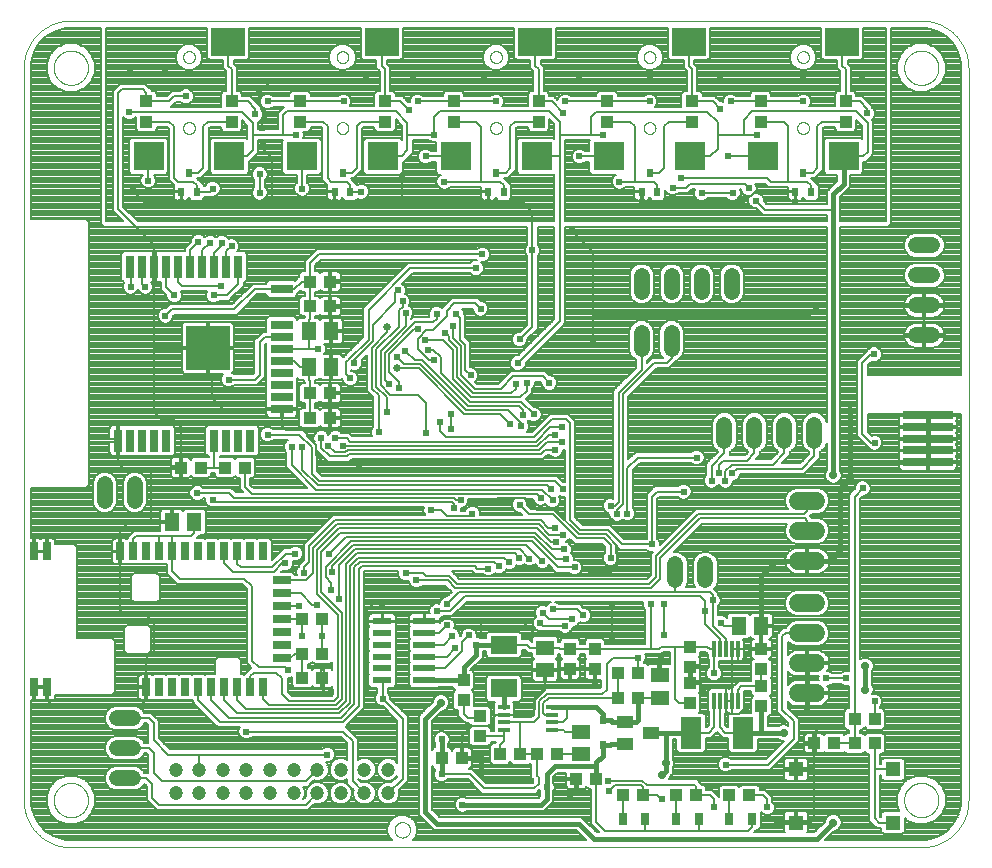
<source format=gbl>
G75*
%MOIN*%
%OFA0B0*%
%FSLAX25Y25*%
%IPPOS*%
%LPD*%
%AMOC8*
5,1,8,0,0,1.08239X$1,22.5*
%
%ADD10C,0.00000*%
%ADD11R,0.04331X0.03937*%
%ADD12R,0.05118X0.05906*%
%ADD13R,0.03937X0.04331*%
%ADD14R,0.05906X0.05118*%
%ADD15R,0.03150X0.04331*%
%ADD16R,0.02362X0.03150*%
%ADD17R,0.09055X0.05906*%
%ADD18R,0.07087X0.10630*%
%ADD19R,0.05512X0.03937*%
%ADD20R,0.05118X0.05118*%
%ADD21R,0.07480X0.02362*%
%ADD22R,0.06496X0.02362*%
%ADD23C,0.04724*%
%ADD24R,0.03937X0.01772*%
%ADD25R,0.01181X0.05512*%
%ADD26R,0.03150X0.07480*%
%ADD27R,0.07480X0.03150*%
%ADD28R,0.14567X0.14567*%
%ADD29R,0.02756X0.05906*%
%ADD30R,0.05906X0.02756*%
%ADD31C,0.06000*%
%ADD32R,0.11220X0.09449*%
%ADD33R,0.10433X0.09449*%
%ADD34C,0.05400*%
%ADD35R,0.16535X0.02756*%
%ADD36C,0.00750*%
%ADD37C,0.00787*%
%ADD38C,0.02400*%
%ADD39C,0.01575*%
%ADD40C,0.01600*%
%ADD41C,0.02775*%
%ADD42C,0.02578*%
D10*
X0017248Y0015345D02*
X0300713Y0015345D01*
X0295004Y0031093D02*
X0295006Y0031244D01*
X0295012Y0031394D01*
X0295022Y0031545D01*
X0295036Y0031695D01*
X0295054Y0031844D01*
X0295075Y0031994D01*
X0295101Y0032142D01*
X0295131Y0032290D01*
X0295164Y0032437D01*
X0295202Y0032583D01*
X0295243Y0032728D01*
X0295288Y0032872D01*
X0295337Y0033014D01*
X0295390Y0033155D01*
X0295446Y0033295D01*
X0295506Y0033433D01*
X0295569Y0033570D01*
X0295637Y0033705D01*
X0295707Y0033838D01*
X0295781Y0033969D01*
X0295859Y0034098D01*
X0295940Y0034225D01*
X0296024Y0034350D01*
X0296112Y0034473D01*
X0296203Y0034593D01*
X0296297Y0034711D01*
X0296394Y0034826D01*
X0296494Y0034939D01*
X0296597Y0035049D01*
X0296703Y0035156D01*
X0296812Y0035261D01*
X0296923Y0035362D01*
X0297037Y0035461D01*
X0297153Y0035556D01*
X0297273Y0035649D01*
X0297394Y0035738D01*
X0297518Y0035824D01*
X0297644Y0035907D01*
X0297772Y0035986D01*
X0297902Y0036062D01*
X0298034Y0036135D01*
X0298168Y0036203D01*
X0298304Y0036269D01*
X0298442Y0036331D01*
X0298581Y0036389D01*
X0298721Y0036443D01*
X0298863Y0036494D01*
X0299006Y0036541D01*
X0299151Y0036584D01*
X0299296Y0036623D01*
X0299443Y0036659D01*
X0299590Y0036690D01*
X0299738Y0036718D01*
X0299887Y0036742D01*
X0300036Y0036762D01*
X0300186Y0036778D01*
X0300336Y0036790D01*
X0300487Y0036798D01*
X0300638Y0036802D01*
X0300788Y0036802D01*
X0300939Y0036798D01*
X0301090Y0036790D01*
X0301240Y0036778D01*
X0301390Y0036762D01*
X0301539Y0036742D01*
X0301688Y0036718D01*
X0301836Y0036690D01*
X0301983Y0036659D01*
X0302130Y0036623D01*
X0302275Y0036584D01*
X0302420Y0036541D01*
X0302563Y0036494D01*
X0302705Y0036443D01*
X0302845Y0036389D01*
X0302984Y0036331D01*
X0303122Y0036269D01*
X0303258Y0036203D01*
X0303392Y0036135D01*
X0303524Y0036062D01*
X0303654Y0035986D01*
X0303782Y0035907D01*
X0303908Y0035824D01*
X0304032Y0035738D01*
X0304153Y0035649D01*
X0304273Y0035556D01*
X0304389Y0035461D01*
X0304503Y0035362D01*
X0304614Y0035261D01*
X0304723Y0035156D01*
X0304829Y0035049D01*
X0304932Y0034939D01*
X0305032Y0034826D01*
X0305129Y0034711D01*
X0305223Y0034593D01*
X0305314Y0034473D01*
X0305402Y0034350D01*
X0305486Y0034225D01*
X0305567Y0034098D01*
X0305645Y0033969D01*
X0305719Y0033838D01*
X0305789Y0033705D01*
X0305857Y0033570D01*
X0305920Y0033433D01*
X0305980Y0033295D01*
X0306036Y0033155D01*
X0306089Y0033014D01*
X0306138Y0032872D01*
X0306183Y0032728D01*
X0306224Y0032583D01*
X0306262Y0032437D01*
X0306295Y0032290D01*
X0306325Y0032142D01*
X0306351Y0031994D01*
X0306372Y0031844D01*
X0306390Y0031695D01*
X0306404Y0031545D01*
X0306414Y0031394D01*
X0306420Y0031244D01*
X0306422Y0031093D01*
X0306420Y0030942D01*
X0306414Y0030792D01*
X0306404Y0030641D01*
X0306390Y0030491D01*
X0306372Y0030342D01*
X0306351Y0030192D01*
X0306325Y0030044D01*
X0306295Y0029896D01*
X0306262Y0029749D01*
X0306224Y0029603D01*
X0306183Y0029458D01*
X0306138Y0029314D01*
X0306089Y0029172D01*
X0306036Y0029031D01*
X0305980Y0028891D01*
X0305920Y0028753D01*
X0305857Y0028616D01*
X0305789Y0028481D01*
X0305719Y0028348D01*
X0305645Y0028217D01*
X0305567Y0028088D01*
X0305486Y0027961D01*
X0305402Y0027836D01*
X0305314Y0027713D01*
X0305223Y0027593D01*
X0305129Y0027475D01*
X0305032Y0027360D01*
X0304932Y0027247D01*
X0304829Y0027137D01*
X0304723Y0027030D01*
X0304614Y0026925D01*
X0304503Y0026824D01*
X0304389Y0026725D01*
X0304273Y0026630D01*
X0304153Y0026537D01*
X0304032Y0026448D01*
X0303908Y0026362D01*
X0303782Y0026279D01*
X0303654Y0026200D01*
X0303524Y0026124D01*
X0303392Y0026051D01*
X0303258Y0025983D01*
X0303122Y0025917D01*
X0302984Y0025855D01*
X0302845Y0025797D01*
X0302705Y0025743D01*
X0302563Y0025692D01*
X0302420Y0025645D01*
X0302275Y0025602D01*
X0302130Y0025563D01*
X0301983Y0025527D01*
X0301836Y0025496D01*
X0301688Y0025468D01*
X0301539Y0025444D01*
X0301390Y0025424D01*
X0301240Y0025408D01*
X0301090Y0025396D01*
X0300939Y0025388D01*
X0300788Y0025384D01*
X0300638Y0025384D01*
X0300487Y0025388D01*
X0300336Y0025396D01*
X0300186Y0025408D01*
X0300036Y0025424D01*
X0299887Y0025444D01*
X0299738Y0025468D01*
X0299590Y0025496D01*
X0299443Y0025527D01*
X0299296Y0025563D01*
X0299151Y0025602D01*
X0299006Y0025645D01*
X0298863Y0025692D01*
X0298721Y0025743D01*
X0298581Y0025797D01*
X0298442Y0025855D01*
X0298304Y0025917D01*
X0298168Y0025983D01*
X0298034Y0026051D01*
X0297902Y0026124D01*
X0297772Y0026200D01*
X0297644Y0026279D01*
X0297518Y0026362D01*
X0297394Y0026448D01*
X0297273Y0026537D01*
X0297153Y0026630D01*
X0297037Y0026725D01*
X0296923Y0026824D01*
X0296812Y0026925D01*
X0296703Y0027030D01*
X0296597Y0027137D01*
X0296494Y0027247D01*
X0296394Y0027360D01*
X0296297Y0027475D01*
X0296203Y0027593D01*
X0296112Y0027713D01*
X0296024Y0027836D01*
X0295940Y0027961D01*
X0295859Y0028088D01*
X0295781Y0028217D01*
X0295707Y0028348D01*
X0295637Y0028481D01*
X0295569Y0028616D01*
X0295506Y0028753D01*
X0295446Y0028891D01*
X0295390Y0029031D01*
X0295337Y0029172D01*
X0295288Y0029314D01*
X0295243Y0029458D01*
X0295202Y0029603D01*
X0295164Y0029749D01*
X0295131Y0029896D01*
X0295101Y0030044D01*
X0295075Y0030192D01*
X0295054Y0030342D01*
X0295036Y0030491D01*
X0295022Y0030641D01*
X0295012Y0030792D01*
X0295006Y0030942D01*
X0295004Y0031093D01*
X0300713Y0015345D02*
X0301094Y0015350D01*
X0301474Y0015363D01*
X0301854Y0015386D01*
X0302233Y0015419D01*
X0302611Y0015460D01*
X0302988Y0015510D01*
X0303364Y0015570D01*
X0303739Y0015638D01*
X0304111Y0015716D01*
X0304482Y0015803D01*
X0304850Y0015898D01*
X0305216Y0016003D01*
X0305579Y0016116D01*
X0305940Y0016238D01*
X0306297Y0016368D01*
X0306651Y0016508D01*
X0307002Y0016655D01*
X0307349Y0016812D01*
X0307692Y0016976D01*
X0308031Y0017149D01*
X0308366Y0017330D01*
X0308697Y0017519D01*
X0309022Y0017716D01*
X0309343Y0017920D01*
X0309659Y0018133D01*
X0309969Y0018353D01*
X0310275Y0018580D01*
X0310574Y0018815D01*
X0310868Y0019057D01*
X0311156Y0019305D01*
X0311438Y0019561D01*
X0311713Y0019824D01*
X0311982Y0020093D01*
X0312245Y0020368D01*
X0312501Y0020650D01*
X0312749Y0020938D01*
X0312991Y0021232D01*
X0313226Y0021531D01*
X0313453Y0021837D01*
X0313673Y0022147D01*
X0313886Y0022463D01*
X0314090Y0022784D01*
X0314287Y0023109D01*
X0314476Y0023440D01*
X0314657Y0023775D01*
X0314830Y0024114D01*
X0314994Y0024457D01*
X0315151Y0024804D01*
X0315298Y0025155D01*
X0315438Y0025509D01*
X0315568Y0025866D01*
X0315690Y0026227D01*
X0315803Y0026590D01*
X0315908Y0026956D01*
X0316003Y0027324D01*
X0316090Y0027695D01*
X0316168Y0028067D01*
X0316236Y0028442D01*
X0316296Y0028818D01*
X0316346Y0029195D01*
X0316387Y0029573D01*
X0316420Y0029952D01*
X0316443Y0030332D01*
X0316456Y0030712D01*
X0316461Y0031093D01*
X0316461Y0275187D01*
X0295004Y0275187D02*
X0295006Y0275338D01*
X0295012Y0275488D01*
X0295022Y0275639D01*
X0295036Y0275789D01*
X0295054Y0275938D01*
X0295075Y0276088D01*
X0295101Y0276236D01*
X0295131Y0276384D01*
X0295164Y0276531D01*
X0295202Y0276677D01*
X0295243Y0276822D01*
X0295288Y0276966D01*
X0295337Y0277108D01*
X0295390Y0277249D01*
X0295446Y0277389D01*
X0295506Y0277527D01*
X0295569Y0277664D01*
X0295637Y0277799D01*
X0295707Y0277932D01*
X0295781Y0278063D01*
X0295859Y0278192D01*
X0295940Y0278319D01*
X0296024Y0278444D01*
X0296112Y0278567D01*
X0296203Y0278687D01*
X0296297Y0278805D01*
X0296394Y0278920D01*
X0296494Y0279033D01*
X0296597Y0279143D01*
X0296703Y0279250D01*
X0296812Y0279355D01*
X0296923Y0279456D01*
X0297037Y0279555D01*
X0297153Y0279650D01*
X0297273Y0279743D01*
X0297394Y0279832D01*
X0297518Y0279918D01*
X0297644Y0280001D01*
X0297772Y0280080D01*
X0297902Y0280156D01*
X0298034Y0280229D01*
X0298168Y0280297D01*
X0298304Y0280363D01*
X0298442Y0280425D01*
X0298581Y0280483D01*
X0298721Y0280537D01*
X0298863Y0280588D01*
X0299006Y0280635D01*
X0299151Y0280678D01*
X0299296Y0280717D01*
X0299443Y0280753D01*
X0299590Y0280784D01*
X0299738Y0280812D01*
X0299887Y0280836D01*
X0300036Y0280856D01*
X0300186Y0280872D01*
X0300336Y0280884D01*
X0300487Y0280892D01*
X0300638Y0280896D01*
X0300788Y0280896D01*
X0300939Y0280892D01*
X0301090Y0280884D01*
X0301240Y0280872D01*
X0301390Y0280856D01*
X0301539Y0280836D01*
X0301688Y0280812D01*
X0301836Y0280784D01*
X0301983Y0280753D01*
X0302130Y0280717D01*
X0302275Y0280678D01*
X0302420Y0280635D01*
X0302563Y0280588D01*
X0302705Y0280537D01*
X0302845Y0280483D01*
X0302984Y0280425D01*
X0303122Y0280363D01*
X0303258Y0280297D01*
X0303392Y0280229D01*
X0303524Y0280156D01*
X0303654Y0280080D01*
X0303782Y0280001D01*
X0303908Y0279918D01*
X0304032Y0279832D01*
X0304153Y0279743D01*
X0304273Y0279650D01*
X0304389Y0279555D01*
X0304503Y0279456D01*
X0304614Y0279355D01*
X0304723Y0279250D01*
X0304829Y0279143D01*
X0304932Y0279033D01*
X0305032Y0278920D01*
X0305129Y0278805D01*
X0305223Y0278687D01*
X0305314Y0278567D01*
X0305402Y0278444D01*
X0305486Y0278319D01*
X0305567Y0278192D01*
X0305645Y0278063D01*
X0305719Y0277932D01*
X0305789Y0277799D01*
X0305857Y0277664D01*
X0305920Y0277527D01*
X0305980Y0277389D01*
X0306036Y0277249D01*
X0306089Y0277108D01*
X0306138Y0276966D01*
X0306183Y0276822D01*
X0306224Y0276677D01*
X0306262Y0276531D01*
X0306295Y0276384D01*
X0306325Y0276236D01*
X0306351Y0276088D01*
X0306372Y0275938D01*
X0306390Y0275789D01*
X0306404Y0275639D01*
X0306414Y0275488D01*
X0306420Y0275338D01*
X0306422Y0275187D01*
X0306420Y0275036D01*
X0306414Y0274886D01*
X0306404Y0274735D01*
X0306390Y0274585D01*
X0306372Y0274436D01*
X0306351Y0274286D01*
X0306325Y0274138D01*
X0306295Y0273990D01*
X0306262Y0273843D01*
X0306224Y0273697D01*
X0306183Y0273552D01*
X0306138Y0273408D01*
X0306089Y0273266D01*
X0306036Y0273125D01*
X0305980Y0272985D01*
X0305920Y0272847D01*
X0305857Y0272710D01*
X0305789Y0272575D01*
X0305719Y0272442D01*
X0305645Y0272311D01*
X0305567Y0272182D01*
X0305486Y0272055D01*
X0305402Y0271930D01*
X0305314Y0271807D01*
X0305223Y0271687D01*
X0305129Y0271569D01*
X0305032Y0271454D01*
X0304932Y0271341D01*
X0304829Y0271231D01*
X0304723Y0271124D01*
X0304614Y0271019D01*
X0304503Y0270918D01*
X0304389Y0270819D01*
X0304273Y0270724D01*
X0304153Y0270631D01*
X0304032Y0270542D01*
X0303908Y0270456D01*
X0303782Y0270373D01*
X0303654Y0270294D01*
X0303524Y0270218D01*
X0303392Y0270145D01*
X0303258Y0270077D01*
X0303122Y0270011D01*
X0302984Y0269949D01*
X0302845Y0269891D01*
X0302705Y0269837D01*
X0302563Y0269786D01*
X0302420Y0269739D01*
X0302275Y0269696D01*
X0302130Y0269657D01*
X0301983Y0269621D01*
X0301836Y0269590D01*
X0301688Y0269562D01*
X0301539Y0269538D01*
X0301390Y0269518D01*
X0301240Y0269502D01*
X0301090Y0269490D01*
X0300939Y0269482D01*
X0300788Y0269478D01*
X0300638Y0269478D01*
X0300487Y0269482D01*
X0300336Y0269490D01*
X0300186Y0269502D01*
X0300036Y0269518D01*
X0299887Y0269538D01*
X0299738Y0269562D01*
X0299590Y0269590D01*
X0299443Y0269621D01*
X0299296Y0269657D01*
X0299151Y0269696D01*
X0299006Y0269739D01*
X0298863Y0269786D01*
X0298721Y0269837D01*
X0298581Y0269891D01*
X0298442Y0269949D01*
X0298304Y0270011D01*
X0298168Y0270077D01*
X0298034Y0270145D01*
X0297902Y0270218D01*
X0297772Y0270294D01*
X0297644Y0270373D01*
X0297518Y0270456D01*
X0297394Y0270542D01*
X0297273Y0270631D01*
X0297153Y0270724D01*
X0297037Y0270819D01*
X0296923Y0270918D01*
X0296812Y0271019D01*
X0296703Y0271124D01*
X0296597Y0271231D01*
X0296494Y0271341D01*
X0296394Y0271454D01*
X0296297Y0271569D01*
X0296203Y0271687D01*
X0296112Y0271807D01*
X0296024Y0271930D01*
X0295940Y0272055D01*
X0295859Y0272182D01*
X0295781Y0272311D01*
X0295707Y0272442D01*
X0295637Y0272575D01*
X0295569Y0272710D01*
X0295506Y0272847D01*
X0295446Y0272985D01*
X0295390Y0273125D01*
X0295337Y0273266D01*
X0295288Y0273408D01*
X0295243Y0273552D01*
X0295202Y0273697D01*
X0295164Y0273843D01*
X0295131Y0273990D01*
X0295101Y0274138D01*
X0295075Y0274286D01*
X0295054Y0274436D01*
X0295036Y0274585D01*
X0295022Y0274735D01*
X0295012Y0274886D01*
X0295006Y0275036D01*
X0295004Y0275187D01*
X0300713Y0290935D02*
X0301094Y0290930D01*
X0301474Y0290917D01*
X0301854Y0290894D01*
X0302233Y0290861D01*
X0302611Y0290820D01*
X0302988Y0290770D01*
X0303364Y0290710D01*
X0303739Y0290642D01*
X0304111Y0290564D01*
X0304482Y0290477D01*
X0304850Y0290382D01*
X0305216Y0290277D01*
X0305579Y0290164D01*
X0305940Y0290042D01*
X0306297Y0289912D01*
X0306651Y0289772D01*
X0307002Y0289625D01*
X0307349Y0289468D01*
X0307692Y0289304D01*
X0308031Y0289131D01*
X0308366Y0288950D01*
X0308697Y0288761D01*
X0309022Y0288564D01*
X0309343Y0288360D01*
X0309659Y0288147D01*
X0309969Y0287927D01*
X0310275Y0287700D01*
X0310574Y0287465D01*
X0310868Y0287223D01*
X0311156Y0286975D01*
X0311438Y0286719D01*
X0311713Y0286456D01*
X0311982Y0286187D01*
X0312245Y0285912D01*
X0312501Y0285630D01*
X0312749Y0285342D01*
X0312991Y0285048D01*
X0313226Y0284749D01*
X0313453Y0284443D01*
X0313673Y0284133D01*
X0313886Y0283817D01*
X0314090Y0283496D01*
X0314287Y0283171D01*
X0314476Y0282840D01*
X0314657Y0282505D01*
X0314830Y0282166D01*
X0314994Y0281823D01*
X0315151Y0281476D01*
X0315298Y0281125D01*
X0315438Y0280771D01*
X0315568Y0280414D01*
X0315690Y0280053D01*
X0315803Y0279690D01*
X0315908Y0279324D01*
X0316003Y0278956D01*
X0316090Y0278585D01*
X0316168Y0278213D01*
X0316236Y0277838D01*
X0316296Y0277462D01*
X0316346Y0277085D01*
X0316387Y0276707D01*
X0316420Y0276328D01*
X0316443Y0275948D01*
X0316456Y0275568D01*
X0316461Y0275187D01*
X0300713Y0290935D02*
X0017248Y0290935D01*
X0011539Y0275187D02*
X0011541Y0275338D01*
X0011547Y0275488D01*
X0011557Y0275639D01*
X0011571Y0275789D01*
X0011589Y0275938D01*
X0011610Y0276088D01*
X0011636Y0276236D01*
X0011666Y0276384D01*
X0011699Y0276531D01*
X0011737Y0276677D01*
X0011778Y0276822D01*
X0011823Y0276966D01*
X0011872Y0277108D01*
X0011925Y0277249D01*
X0011981Y0277389D01*
X0012041Y0277527D01*
X0012104Y0277664D01*
X0012172Y0277799D01*
X0012242Y0277932D01*
X0012316Y0278063D01*
X0012394Y0278192D01*
X0012475Y0278319D01*
X0012559Y0278444D01*
X0012647Y0278567D01*
X0012738Y0278687D01*
X0012832Y0278805D01*
X0012929Y0278920D01*
X0013029Y0279033D01*
X0013132Y0279143D01*
X0013238Y0279250D01*
X0013347Y0279355D01*
X0013458Y0279456D01*
X0013572Y0279555D01*
X0013688Y0279650D01*
X0013808Y0279743D01*
X0013929Y0279832D01*
X0014053Y0279918D01*
X0014179Y0280001D01*
X0014307Y0280080D01*
X0014437Y0280156D01*
X0014569Y0280229D01*
X0014703Y0280297D01*
X0014839Y0280363D01*
X0014977Y0280425D01*
X0015116Y0280483D01*
X0015256Y0280537D01*
X0015398Y0280588D01*
X0015541Y0280635D01*
X0015686Y0280678D01*
X0015831Y0280717D01*
X0015978Y0280753D01*
X0016125Y0280784D01*
X0016273Y0280812D01*
X0016422Y0280836D01*
X0016571Y0280856D01*
X0016721Y0280872D01*
X0016871Y0280884D01*
X0017022Y0280892D01*
X0017173Y0280896D01*
X0017323Y0280896D01*
X0017474Y0280892D01*
X0017625Y0280884D01*
X0017775Y0280872D01*
X0017925Y0280856D01*
X0018074Y0280836D01*
X0018223Y0280812D01*
X0018371Y0280784D01*
X0018518Y0280753D01*
X0018665Y0280717D01*
X0018810Y0280678D01*
X0018955Y0280635D01*
X0019098Y0280588D01*
X0019240Y0280537D01*
X0019380Y0280483D01*
X0019519Y0280425D01*
X0019657Y0280363D01*
X0019793Y0280297D01*
X0019927Y0280229D01*
X0020059Y0280156D01*
X0020189Y0280080D01*
X0020317Y0280001D01*
X0020443Y0279918D01*
X0020567Y0279832D01*
X0020688Y0279743D01*
X0020808Y0279650D01*
X0020924Y0279555D01*
X0021038Y0279456D01*
X0021149Y0279355D01*
X0021258Y0279250D01*
X0021364Y0279143D01*
X0021467Y0279033D01*
X0021567Y0278920D01*
X0021664Y0278805D01*
X0021758Y0278687D01*
X0021849Y0278567D01*
X0021937Y0278444D01*
X0022021Y0278319D01*
X0022102Y0278192D01*
X0022180Y0278063D01*
X0022254Y0277932D01*
X0022324Y0277799D01*
X0022392Y0277664D01*
X0022455Y0277527D01*
X0022515Y0277389D01*
X0022571Y0277249D01*
X0022624Y0277108D01*
X0022673Y0276966D01*
X0022718Y0276822D01*
X0022759Y0276677D01*
X0022797Y0276531D01*
X0022830Y0276384D01*
X0022860Y0276236D01*
X0022886Y0276088D01*
X0022907Y0275938D01*
X0022925Y0275789D01*
X0022939Y0275639D01*
X0022949Y0275488D01*
X0022955Y0275338D01*
X0022957Y0275187D01*
X0022955Y0275036D01*
X0022949Y0274886D01*
X0022939Y0274735D01*
X0022925Y0274585D01*
X0022907Y0274436D01*
X0022886Y0274286D01*
X0022860Y0274138D01*
X0022830Y0273990D01*
X0022797Y0273843D01*
X0022759Y0273697D01*
X0022718Y0273552D01*
X0022673Y0273408D01*
X0022624Y0273266D01*
X0022571Y0273125D01*
X0022515Y0272985D01*
X0022455Y0272847D01*
X0022392Y0272710D01*
X0022324Y0272575D01*
X0022254Y0272442D01*
X0022180Y0272311D01*
X0022102Y0272182D01*
X0022021Y0272055D01*
X0021937Y0271930D01*
X0021849Y0271807D01*
X0021758Y0271687D01*
X0021664Y0271569D01*
X0021567Y0271454D01*
X0021467Y0271341D01*
X0021364Y0271231D01*
X0021258Y0271124D01*
X0021149Y0271019D01*
X0021038Y0270918D01*
X0020924Y0270819D01*
X0020808Y0270724D01*
X0020688Y0270631D01*
X0020567Y0270542D01*
X0020443Y0270456D01*
X0020317Y0270373D01*
X0020189Y0270294D01*
X0020059Y0270218D01*
X0019927Y0270145D01*
X0019793Y0270077D01*
X0019657Y0270011D01*
X0019519Y0269949D01*
X0019380Y0269891D01*
X0019240Y0269837D01*
X0019098Y0269786D01*
X0018955Y0269739D01*
X0018810Y0269696D01*
X0018665Y0269657D01*
X0018518Y0269621D01*
X0018371Y0269590D01*
X0018223Y0269562D01*
X0018074Y0269538D01*
X0017925Y0269518D01*
X0017775Y0269502D01*
X0017625Y0269490D01*
X0017474Y0269482D01*
X0017323Y0269478D01*
X0017173Y0269478D01*
X0017022Y0269482D01*
X0016871Y0269490D01*
X0016721Y0269502D01*
X0016571Y0269518D01*
X0016422Y0269538D01*
X0016273Y0269562D01*
X0016125Y0269590D01*
X0015978Y0269621D01*
X0015831Y0269657D01*
X0015686Y0269696D01*
X0015541Y0269739D01*
X0015398Y0269786D01*
X0015256Y0269837D01*
X0015116Y0269891D01*
X0014977Y0269949D01*
X0014839Y0270011D01*
X0014703Y0270077D01*
X0014569Y0270145D01*
X0014437Y0270218D01*
X0014307Y0270294D01*
X0014179Y0270373D01*
X0014053Y0270456D01*
X0013929Y0270542D01*
X0013808Y0270631D01*
X0013688Y0270724D01*
X0013572Y0270819D01*
X0013458Y0270918D01*
X0013347Y0271019D01*
X0013238Y0271124D01*
X0013132Y0271231D01*
X0013029Y0271341D01*
X0012929Y0271454D01*
X0012832Y0271569D01*
X0012738Y0271687D01*
X0012647Y0271807D01*
X0012559Y0271930D01*
X0012475Y0272055D01*
X0012394Y0272182D01*
X0012316Y0272311D01*
X0012242Y0272442D01*
X0012172Y0272575D01*
X0012104Y0272710D01*
X0012041Y0272847D01*
X0011981Y0272985D01*
X0011925Y0273125D01*
X0011872Y0273266D01*
X0011823Y0273408D01*
X0011778Y0273552D01*
X0011737Y0273697D01*
X0011699Y0273843D01*
X0011666Y0273990D01*
X0011636Y0274138D01*
X0011610Y0274286D01*
X0011589Y0274436D01*
X0011571Y0274585D01*
X0011557Y0274735D01*
X0011547Y0274886D01*
X0011541Y0275036D01*
X0011539Y0275187D01*
X0001500Y0275187D02*
X0001505Y0275568D01*
X0001518Y0275948D01*
X0001541Y0276328D01*
X0001574Y0276707D01*
X0001615Y0277085D01*
X0001665Y0277462D01*
X0001725Y0277838D01*
X0001793Y0278213D01*
X0001871Y0278585D01*
X0001958Y0278956D01*
X0002053Y0279324D01*
X0002158Y0279690D01*
X0002271Y0280053D01*
X0002393Y0280414D01*
X0002523Y0280771D01*
X0002663Y0281125D01*
X0002810Y0281476D01*
X0002967Y0281823D01*
X0003131Y0282166D01*
X0003304Y0282505D01*
X0003485Y0282840D01*
X0003674Y0283171D01*
X0003871Y0283496D01*
X0004075Y0283817D01*
X0004288Y0284133D01*
X0004508Y0284443D01*
X0004735Y0284749D01*
X0004970Y0285048D01*
X0005212Y0285342D01*
X0005460Y0285630D01*
X0005716Y0285912D01*
X0005979Y0286187D01*
X0006248Y0286456D01*
X0006523Y0286719D01*
X0006805Y0286975D01*
X0007093Y0287223D01*
X0007387Y0287465D01*
X0007686Y0287700D01*
X0007992Y0287927D01*
X0008302Y0288147D01*
X0008618Y0288360D01*
X0008939Y0288564D01*
X0009264Y0288761D01*
X0009595Y0288950D01*
X0009930Y0289131D01*
X0010269Y0289304D01*
X0010612Y0289468D01*
X0010959Y0289625D01*
X0011310Y0289772D01*
X0011664Y0289912D01*
X0012021Y0290042D01*
X0012382Y0290164D01*
X0012745Y0290277D01*
X0013111Y0290382D01*
X0013479Y0290477D01*
X0013850Y0290564D01*
X0014222Y0290642D01*
X0014597Y0290710D01*
X0014973Y0290770D01*
X0015350Y0290820D01*
X0015728Y0290861D01*
X0016107Y0290894D01*
X0016487Y0290917D01*
X0016867Y0290930D01*
X0017248Y0290935D01*
X0001500Y0275187D02*
X0001500Y0031093D01*
X0011539Y0031093D02*
X0011541Y0031244D01*
X0011547Y0031394D01*
X0011557Y0031545D01*
X0011571Y0031695D01*
X0011589Y0031844D01*
X0011610Y0031994D01*
X0011636Y0032142D01*
X0011666Y0032290D01*
X0011699Y0032437D01*
X0011737Y0032583D01*
X0011778Y0032728D01*
X0011823Y0032872D01*
X0011872Y0033014D01*
X0011925Y0033155D01*
X0011981Y0033295D01*
X0012041Y0033433D01*
X0012104Y0033570D01*
X0012172Y0033705D01*
X0012242Y0033838D01*
X0012316Y0033969D01*
X0012394Y0034098D01*
X0012475Y0034225D01*
X0012559Y0034350D01*
X0012647Y0034473D01*
X0012738Y0034593D01*
X0012832Y0034711D01*
X0012929Y0034826D01*
X0013029Y0034939D01*
X0013132Y0035049D01*
X0013238Y0035156D01*
X0013347Y0035261D01*
X0013458Y0035362D01*
X0013572Y0035461D01*
X0013688Y0035556D01*
X0013808Y0035649D01*
X0013929Y0035738D01*
X0014053Y0035824D01*
X0014179Y0035907D01*
X0014307Y0035986D01*
X0014437Y0036062D01*
X0014569Y0036135D01*
X0014703Y0036203D01*
X0014839Y0036269D01*
X0014977Y0036331D01*
X0015116Y0036389D01*
X0015256Y0036443D01*
X0015398Y0036494D01*
X0015541Y0036541D01*
X0015686Y0036584D01*
X0015831Y0036623D01*
X0015978Y0036659D01*
X0016125Y0036690D01*
X0016273Y0036718D01*
X0016422Y0036742D01*
X0016571Y0036762D01*
X0016721Y0036778D01*
X0016871Y0036790D01*
X0017022Y0036798D01*
X0017173Y0036802D01*
X0017323Y0036802D01*
X0017474Y0036798D01*
X0017625Y0036790D01*
X0017775Y0036778D01*
X0017925Y0036762D01*
X0018074Y0036742D01*
X0018223Y0036718D01*
X0018371Y0036690D01*
X0018518Y0036659D01*
X0018665Y0036623D01*
X0018810Y0036584D01*
X0018955Y0036541D01*
X0019098Y0036494D01*
X0019240Y0036443D01*
X0019380Y0036389D01*
X0019519Y0036331D01*
X0019657Y0036269D01*
X0019793Y0036203D01*
X0019927Y0036135D01*
X0020059Y0036062D01*
X0020189Y0035986D01*
X0020317Y0035907D01*
X0020443Y0035824D01*
X0020567Y0035738D01*
X0020688Y0035649D01*
X0020808Y0035556D01*
X0020924Y0035461D01*
X0021038Y0035362D01*
X0021149Y0035261D01*
X0021258Y0035156D01*
X0021364Y0035049D01*
X0021467Y0034939D01*
X0021567Y0034826D01*
X0021664Y0034711D01*
X0021758Y0034593D01*
X0021849Y0034473D01*
X0021937Y0034350D01*
X0022021Y0034225D01*
X0022102Y0034098D01*
X0022180Y0033969D01*
X0022254Y0033838D01*
X0022324Y0033705D01*
X0022392Y0033570D01*
X0022455Y0033433D01*
X0022515Y0033295D01*
X0022571Y0033155D01*
X0022624Y0033014D01*
X0022673Y0032872D01*
X0022718Y0032728D01*
X0022759Y0032583D01*
X0022797Y0032437D01*
X0022830Y0032290D01*
X0022860Y0032142D01*
X0022886Y0031994D01*
X0022907Y0031844D01*
X0022925Y0031695D01*
X0022939Y0031545D01*
X0022949Y0031394D01*
X0022955Y0031244D01*
X0022957Y0031093D01*
X0022955Y0030942D01*
X0022949Y0030792D01*
X0022939Y0030641D01*
X0022925Y0030491D01*
X0022907Y0030342D01*
X0022886Y0030192D01*
X0022860Y0030044D01*
X0022830Y0029896D01*
X0022797Y0029749D01*
X0022759Y0029603D01*
X0022718Y0029458D01*
X0022673Y0029314D01*
X0022624Y0029172D01*
X0022571Y0029031D01*
X0022515Y0028891D01*
X0022455Y0028753D01*
X0022392Y0028616D01*
X0022324Y0028481D01*
X0022254Y0028348D01*
X0022180Y0028217D01*
X0022102Y0028088D01*
X0022021Y0027961D01*
X0021937Y0027836D01*
X0021849Y0027713D01*
X0021758Y0027593D01*
X0021664Y0027475D01*
X0021567Y0027360D01*
X0021467Y0027247D01*
X0021364Y0027137D01*
X0021258Y0027030D01*
X0021149Y0026925D01*
X0021038Y0026824D01*
X0020924Y0026725D01*
X0020808Y0026630D01*
X0020688Y0026537D01*
X0020567Y0026448D01*
X0020443Y0026362D01*
X0020317Y0026279D01*
X0020189Y0026200D01*
X0020059Y0026124D01*
X0019927Y0026051D01*
X0019793Y0025983D01*
X0019657Y0025917D01*
X0019519Y0025855D01*
X0019380Y0025797D01*
X0019240Y0025743D01*
X0019098Y0025692D01*
X0018955Y0025645D01*
X0018810Y0025602D01*
X0018665Y0025563D01*
X0018518Y0025527D01*
X0018371Y0025496D01*
X0018223Y0025468D01*
X0018074Y0025444D01*
X0017925Y0025424D01*
X0017775Y0025408D01*
X0017625Y0025396D01*
X0017474Y0025388D01*
X0017323Y0025384D01*
X0017173Y0025384D01*
X0017022Y0025388D01*
X0016871Y0025396D01*
X0016721Y0025408D01*
X0016571Y0025424D01*
X0016422Y0025444D01*
X0016273Y0025468D01*
X0016125Y0025496D01*
X0015978Y0025527D01*
X0015831Y0025563D01*
X0015686Y0025602D01*
X0015541Y0025645D01*
X0015398Y0025692D01*
X0015256Y0025743D01*
X0015116Y0025797D01*
X0014977Y0025855D01*
X0014839Y0025917D01*
X0014703Y0025983D01*
X0014569Y0026051D01*
X0014437Y0026124D01*
X0014307Y0026200D01*
X0014179Y0026279D01*
X0014053Y0026362D01*
X0013929Y0026448D01*
X0013808Y0026537D01*
X0013688Y0026630D01*
X0013572Y0026725D01*
X0013458Y0026824D01*
X0013347Y0026925D01*
X0013238Y0027030D01*
X0013132Y0027137D01*
X0013029Y0027247D01*
X0012929Y0027360D01*
X0012832Y0027475D01*
X0012738Y0027593D01*
X0012647Y0027713D01*
X0012559Y0027836D01*
X0012475Y0027961D01*
X0012394Y0028088D01*
X0012316Y0028217D01*
X0012242Y0028348D01*
X0012172Y0028481D01*
X0012104Y0028616D01*
X0012041Y0028753D01*
X0011981Y0028891D01*
X0011925Y0029031D01*
X0011872Y0029172D01*
X0011823Y0029314D01*
X0011778Y0029458D01*
X0011737Y0029603D01*
X0011699Y0029749D01*
X0011666Y0029896D01*
X0011636Y0030044D01*
X0011610Y0030192D01*
X0011589Y0030342D01*
X0011571Y0030491D01*
X0011557Y0030641D01*
X0011547Y0030792D01*
X0011541Y0030942D01*
X0011539Y0031093D01*
X0001500Y0031093D02*
X0001505Y0030712D01*
X0001518Y0030332D01*
X0001541Y0029952D01*
X0001574Y0029573D01*
X0001615Y0029195D01*
X0001665Y0028818D01*
X0001725Y0028442D01*
X0001793Y0028067D01*
X0001871Y0027695D01*
X0001958Y0027324D01*
X0002053Y0026956D01*
X0002158Y0026590D01*
X0002271Y0026227D01*
X0002393Y0025866D01*
X0002523Y0025509D01*
X0002663Y0025155D01*
X0002810Y0024804D01*
X0002967Y0024457D01*
X0003131Y0024114D01*
X0003304Y0023775D01*
X0003485Y0023440D01*
X0003674Y0023109D01*
X0003871Y0022784D01*
X0004075Y0022463D01*
X0004288Y0022147D01*
X0004508Y0021837D01*
X0004735Y0021531D01*
X0004970Y0021232D01*
X0005212Y0020938D01*
X0005460Y0020650D01*
X0005716Y0020368D01*
X0005979Y0020093D01*
X0006248Y0019824D01*
X0006523Y0019561D01*
X0006805Y0019305D01*
X0007093Y0019057D01*
X0007387Y0018815D01*
X0007686Y0018580D01*
X0007992Y0018353D01*
X0008302Y0018133D01*
X0008618Y0017920D01*
X0008939Y0017716D01*
X0009264Y0017519D01*
X0009595Y0017330D01*
X0009930Y0017149D01*
X0010269Y0016976D01*
X0010612Y0016812D01*
X0010959Y0016655D01*
X0011310Y0016508D01*
X0011664Y0016368D01*
X0012021Y0016238D01*
X0012382Y0016116D01*
X0012745Y0016003D01*
X0013111Y0015898D01*
X0013479Y0015803D01*
X0013850Y0015716D01*
X0014222Y0015638D01*
X0014597Y0015570D01*
X0014973Y0015510D01*
X0015350Y0015460D01*
X0015728Y0015419D01*
X0016107Y0015386D01*
X0016487Y0015363D01*
X0016867Y0015350D01*
X0017248Y0015345D01*
X0125161Y0021171D02*
X0125163Y0021272D01*
X0125169Y0021373D01*
X0125179Y0021474D01*
X0125193Y0021574D01*
X0125211Y0021673D01*
X0125233Y0021772D01*
X0125258Y0021870D01*
X0125288Y0021967D01*
X0125321Y0022062D01*
X0125358Y0022156D01*
X0125399Y0022249D01*
X0125443Y0022340D01*
X0125491Y0022429D01*
X0125543Y0022516D01*
X0125598Y0022601D01*
X0125656Y0022683D01*
X0125717Y0022764D01*
X0125782Y0022842D01*
X0125849Y0022917D01*
X0125919Y0022989D01*
X0125993Y0023059D01*
X0126069Y0023126D01*
X0126147Y0023190D01*
X0126228Y0023250D01*
X0126311Y0023307D01*
X0126397Y0023361D01*
X0126485Y0023412D01*
X0126574Y0023459D01*
X0126665Y0023503D01*
X0126758Y0023542D01*
X0126853Y0023579D01*
X0126948Y0023611D01*
X0127045Y0023640D01*
X0127144Y0023664D01*
X0127242Y0023685D01*
X0127342Y0023702D01*
X0127442Y0023715D01*
X0127543Y0023724D01*
X0127644Y0023729D01*
X0127745Y0023730D01*
X0127846Y0023727D01*
X0127947Y0023720D01*
X0128048Y0023709D01*
X0128148Y0023694D01*
X0128247Y0023675D01*
X0128346Y0023652D01*
X0128443Y0023626D01*
X0128540Y0023595D01*
X0128635Y0023561D01*
X0128728Y0023523D01*
X0128821Y0023481D01*
X0128911Y0023436D01*
X0129000Y0023387D01*
X0129086Y0023335D01*
X0129170Y0023279D01*
X0129253Y0023220D01*
X0129332Y0023158D01*
X0129410Y0023093D01*
X0129484Y0023025D01*
X0129556Y0022953D01*
X0129625Y0022880D01*
X0129691Y0022803D01*
X0129754Y0022724D01*
X0129814Y0022642D01*
X0129870Y0022558D01*
X0129923Y0022472D01*
X0129973Y0022384D01*
X0130019Y0022294D01*
X0130062Y0022203D01*
X0130101Y0022109D01*
X0130136Y0022014D01*
X0130167Y0021918D01*
X0130195Y0021821D01*
X0130219Y0021723D01*
X0130239Y0021624D01*
X0130255Y0021524D01*
X0130267Y0021423D01*
X0130275Y0021323D01*
X0130279Y0021222D01*
X0130279Y0021120D01*
X0130275Y0021019D01*
X0130267Y0020919D01*
X0130255Y0020818D01*
X0130239Y0020718D01*
X0130219Y0020619D01*
X0130195Y0020521D01*
X0130167Y0020424D01*
X0130136Y0020328D01*
X0130101Y0020233D01*
X0130062Y0020139D01*
X0130019Y0020048D01*
X0129973Y0019958D01*
X0129923Y0019870D01*
X0129870Y0019784D01*
X0129814Y0019700D01*
X0129754Y0019618D01*
X0129691Y0019539D01*
X0129625Y0019462D01*
X0129556Y0019389D01*
X0129484Y0019317D01*
X0129410Y0019249D01*
X0129332Y0019184D01*
X0129253Y0019122D01*
X0129170Y0019063D01*
X0129086Y0019007D01*
X0128999Y0018955D01*
X0128911Y0018906D01*
X0128821Y0018861D01*
X0128728Y0018819D01*
X0128635Y0018781D01*
X0128540Y0018747D01*
X0128443Y0018716D01*
X0128346Y0018690D01*
X0128247Y0018667D01*
X0128148Y0018648D01*
X0128048Y0018633D01*
X0127947Y0018622D01*
X0127846Y0018615D01*
X0127745Y0018612D01*
X0127644Y0018613D01*
X0127543Y0018618D01*
X0127442Y0018627D01*
X0127342Y0018640D01*
X0127242Y0018657D01*
X0127144Y0018678D01*
X0127045Y0018702D01*
X0126948Y0018731D01*
X0126853Y0018763D01*
X0126758Y0018800D01*
X0126665Y0018839D01*
X0126574Y0018883D01*
X0126485Y0018930D01*
X0126397Y0018981D01*
X0126311Y0019035D01*
X0126228Y0019092D01*
X0126147Y0019152D01*
X0126069Y0019216D01*
X0125993Y0019283D01*
X0125919Y0019353D01*
X0125849Y0019425D01*
X0125782Y0019500D01*
X0125717Y0019578D01*
X0125656Y0019659D01*
X0125598Y0019741D01*
X0125543Y0019826D01*
X0125491Y0019913D01*
X0125443Y0020002D01*
X0125399Y0020093D01*
X0125358Y0020186D01*
X0125321Y0020280D01*
X0125288Y0020375D01*
X0125258Y0020472D01*
X0125233Y0020570D01*
X0125211Y0020669D01*
X0125193Y0020768D01*
X0125179Y0020868D01*
X0125169Y0020969D01*
X0125163Y0021070D01*
X0125161Y0021171D01*
X0105830Y0255108D02*
X0105832Y0255196D01*
X0105838Y0255284D01*
X0105848Y0255372D01*
X0105862Y0255460D01*
X0105879Y0255546D01*
X0105901Y0255632D01*
X0105926Y0255716D01*
X0105956Y0255800D01*
X0105988Y0255882D01*
X0106025Y0255962D01*
X0106065Y0256041D01*
X0106109Y0256118D01*
X0106156Y0256193D01*
X0106206Y0256265D01*
X0106260Y0256336D01*
X0106316Y0256403D01*
X0106376Y0256469D01*
X0106438Y0256531D01*
X0106504Y0256591D01*
X0106571Y0256647D01*
X0106642Y0256701D01*
X0106714Y0256751D01*
X0106789Y0256798D01*
X0106866Y0256842D01*
X0106945Y0256882D01*
X0107025Y0256919D01*
X0107107Y0256951D01*
X0107191Y0256981D01*
X0107275Y0257006D01*
X0107361Y0257028D01*
X0107447Y0257045D01*
X0107535Y0257059D01*
X0107623Y0257069D01*
X0107711Y0257075D01*
X0107799Y0257077D01*
X0107887Y0257075D01*
X0107975Y0257069D01*
X0108063Y0257059D01*
X0108151Y0257045D01*
X0108237Y0257028D01*
X0108323Y0257006D01*
X0108407Y0256981D01*
X0108491Y0256951D01*
X0108573Y0256919D01*
X0108653Y0256882D01*
X0108732Y0256842D01*
X0108809Y0256798D01*
X0108884Y0256751D01*
X0108956Y0256701D01*
X0109027Y0256647D01*
X0109094Y0256591D01*
X0109160Y0256531D01*
X0109222Y0256469D01*
X0109282Y0256403D01*
X0109338Y0256336D01*
X0109392Y0256265D01*
X0109442Y0256193D01*
X0109489Y0256118D01*
X0109533Y0256041D01*
X0109573Y0255962D01*
X0109610Y0255882D01*
X0109642Y0255800D01*
X0109672Y0255716D01*
X0109697Y0255632D01*
X0109719Y0255546D01*
X0109736Y0255460D01*
X0109750Y0255372D01*
X0109760Y0255284D01*
X0109766Y0255196D01*
X0109768Y0255108D01*
X0109766Y0255020D01*
X0109760Y0254932D01*
X0109750Y0254844D01*
X0109736Y0254756D01*
X0109719Y0254670D01*
X0109697Y0254584D01*
X0109672Y0254500D01*
X0109642Y0254416D01*
X0109610Y0254334D01*
X0109573Y0254254D01*
X0109533Y0254175D01*
X0109489Y0254098D01*
X0109442Y0254023D01*
X0109392Y0253951D01*
X0109338Y0253880D01*
X0109282Y0253813D01*
X0109222Y0253747D01*
X0109160Y0253685D01*
X0109094Y0253625D01*
X0109027Y0253569D01*
X0108956Y0253515D01*
X0108884Y0253465D01*
X0108809Y0253418D01*
X0108732Y0253374D01*
X0108653Y0253334D01*
X0108573Y0253297D01*
X0108491Y0253265D01*
X0108407Y0253235D01*
X0108323Y0253210D01*
X0108237Y0253188D01*
X0108151Y0253171D01*
X0108063Y0253157D01*
X0107975Y0253147D01*
X0107887Y0253141D01*
X0107799Y0253139D01*
X0107711Y0253141D01*
X0107623Y0253147D01*
X0107535Y0253157D01*
X0107447Y0253171D01*
X0107361Y0253188D01*
X0107275Y0253210D01*
X0107191Y0253235D01*
X0107107Y0253265D01*
X0107025Y0253297D01*
X0106945Y0253334D01*
X0106866Y0253374D01*
X0106789Y0253418D01*
X0106714Y0253465D01*
X0106642Y0253515D01*
X0106571Y0253569D01*
X0106504Y0253625D01*
X0106438Y0253685D01*
X0106376Y0253747D01*
X0106316Y0253813D01*
X0106260Y0253880D01*
X0106206Y0253951D01*
X0106156Y0254023D01*
X0106109Y0254098D01*
X0106065Y0254175D01*
X0106025Y0254254D01*
X0105988Y0254334D01*
X0105956Y0254416D01*
X0105926Y0254500D01*
X0105901Y0254584D01*
X0105879Y0254670D01*
X0105862Y0254756D01*
X0105848Y0254844D01*
X0105838Y0254932D01*
X0105832Y0255020D01*
X0105830Y0255108D01*
X0105830Y0278731D02*
X0105832Y0278819D01*
X0105838Y0278907D01*
X0105848Y0278995D01*
X0105862Y0279083D01*
X0105879Y0279169D01*
X0105901Y0279255D01*
X0105926Y0279339D01*
X0105956Y0279423D01*
X0105988Y0279505D01*
X0106025Y0279585D01*
X0106065Y0279664D01*
X0106109Y0279741D01*
X0106156Y0279816D01*
X0106206Y0279888D01*
X0106260Y0279959D01*
X0106316Y0280026D01*
X0106376Y0280092D01*
X0106438Y0280154D01*
X0106504Y0280214D01*
X0106571Y0280270D01*
X0106642Y0280324D01*
X0106714Y0280374D01*
X0106789Y0280421D01*
X0106866Y0280465D01*
X0106945Y0280505D01*
X0107025Y0280542D01*
X0107107Y0280574D01*
X0107191Y0280604D01*
X0107275Y0280629D01*
X0107361Y0280651D01*
X0107447Y0280668D01*
X0107535Y0280682D01*
X0107623Y0280692D01*
X0107711Y0280698D01*
X0107799Y0280700D01*
X0107887Y0280698D01*
X0107975Y0280692D01*
X0108063Y0280682D01*
X0108151Y0280668D01*
X0108237Y0280651D01*
X0108323Y0280629D01*
X0108407Y0280604D01*
X0108491Y0280574D01*
X0108573Y0280542D01*
X0108653Y0280505D01*
X0108732Y0280465D01*
X0108809Y0280421D01*
X0108884Y0280374D01*
X0108956Y0280324D01*
X0109027Y0280270D01*
X0109094Y0280214D01*
X0109160Y0280154D01*
X0109222Y0280092D01*
X0109282Y0280026D01*
X0109338Y0279959D01*
X0109392Y0279888D01*
X0109442Y0279816D01*
X0109489Y0279741D01*
X0109533Y0279664D01*
X0109573Y0279585D01*
X0109610Y0279505D01*
X0109642Y0279423D01*
X0109672Y0279339D01*
X0109697Y0279255D01*
X0109719Y0279169D01*
X0109736Y0279083D01*
X0109750Y0278995D01*
X0109760Y0278907D01*
X0109766Y0278819D01*
X0109768Y0278731D01*
X0109766Y0278643D01*
X0109760Y0278555D01*
X0109750Y0278467D01*
X0109736Y0278379D01*
X0109719Y0278293D01*
X0109697Y0278207D01*
X0109672Y0278123D01*
X0109642Y0278039D01*
X0109610Y0277957D01*
X0109573Y0277877D01*
X0109533Y0277798D01*
X0109489Y0277721D01*
X0109442Y0277646D01*
X0109392Y0277574D01*
X0109338Y0277503D01*
X0109282Y0277436D01*
X0109222Y0277370D01*
X0109160Y0277308D01*
X0109094Y0277248D01*
X0109027Y0277192D01*
X0108956Y0277138D01*
X0108884Y0277088D01*
X0108809Y0277041D01*
X0108732Y0276997D01*
X0108653Y0276957D01*
X0108573Y0276920D01*
X0108491Y0276888D01*
X0108407Y0276858D01*
X0108323Y0276833D01*
X0108237Y0276811D01*
X0108151Y0276794D01*
X0108063Y0276780D01*
X0107975Y0276770D01*
X0107887Y0276764D01*
X0107799Y0276762D01*
X0107711Y0276764D01*
X0107623Y0276770D01*
X0107535Y0276780D01*
X0107447Y0276794D01*
X0107361Y0276811D01*
X0107275Y0276833D01*
X0107191Y0276858D01*
X0107107Y0276888D01*
X0107025Y0276920D01*
X0106945Y0276957D01*
X0106866Y0276997D01*
X0106789Y0277041D01*
X0106714Y0277088D01*
X0106642Y0277138D01*
X0106571Y0277192D01*
X0106504Y0277248D01*
X0106438Y0277308D01*
X0106376Y0277370D01*
X0106316Y0277436D01*
X0106260Y0277503D01*
X0106206Y0277574D01*
X0106156Y0277646D01*
X0106109Y0277721D01*
X0106065Y0277798D01*
X0106025Y0277877D01*
X0105988Y0277957D01*
X0105956Y0278039D01*
X0105926Y0278123D01*
X0105901Y0278207D01*
X0105879Y0278293D01*
X0105862Y0278379D01*
X0105848Y0278467D01*
X0105838Y0278555D01*
X0105832Y0278643D01*
X0105830Y0278731D01*
X0054649Y0278731D02*
X0054651Y0278819D01*
X0054657Y0278907D01*
X0054667Y0278995D01*
X0054681Y0279083D01*
X0054698Y0279169D01*
X0054720Y0279255D01*
X0054745Y0279339D01*
X0054775Y0279423D01*
X0054807Y0279505D01*
X0054844Y0279585D01*
X0054884Y0279664D01*
X0054928Y0279741D01*
X0054975Y0279816D01*
X0055025Y0279888D01*
X0055079Y0279959D01*
X0055135Y0280026D01*
X0055195Y0280092D01*
X0055257Y0280154D01*
X0055323Y0280214D01*
X0055390Y0280270D01*
X0055461Y0280324D01*
X0055533Y0280374D01*
X0055608Y0280421D01*
X0055685Y0280465D01*
X0055764Y0280505D01*
X0055844Y0280542D01*
X0055926Y0280574D01*
X0056010Y0280604D01*
X0056094Y0280629D01*
X0056180Y0280651D01*
X0056266Y0280668D01*
X0056354Y0280682D01*
X0056442Y0280692D01*
X0056530Y0280698D01*
X0056618Y0280700D01*
X0056706Y0280698D01*
X0056794Y0280692D01*
X0056882Y0280682D01*
X0056970Y0280668D01*
X0057056Y0280651D01*
X0057142Y0280629D01*
X0057226Y0280604D01*
X0057310Y0280574D01*
X0057392Y0280542D01*
X0057472Y0280505D01*
X0057551Y0280465D01*
X0057628Y0280421D01*
X0057703Y0280374D01*
X0057775Y0280324D01*
X0057846Y0280270D01*
X0057913Y0280214D01*
X0057979Y0280154D01*
X0058041Y0280092D01*
X0058101Y0280026D01*
X0058157Y0279959D01*
X0058211Y0279888D01*
X0058261Y0279816D01*
X0058308Y0279741D01*
X0058352Y0279664D01*
X0058392Y0279585D01*
X0058429Y0279505D01*
X0058461Y0279423D01*
X0058491Y0279339D01*
X0058516Y0279255D01*
X0058538Y0279169D01*
X0058555Y0279083D01*
X0058569Y0278995D01*
X0058579Y0278907D01*
X0058585Y0278819D01*
X0058587Y0278731D01*
X0058585Y0278643D01*
X0058579Y0278555D01*
X0058569Y0278467D01*
X0058555Y0278379D01*
X0058538Y0278293D01*
X0058516Y0278207D01*
X0058491Y0278123D01*
X0058461Y0278039D01*
X0058429Y0277957D01*
X0058392Y0277877D01*
X0058352Y0277798D01*
X0058308Y0277721D01*
X0058261Y0277646D01*
X0058211Y0277574D01*
X0058157Y0277503D01*
X0058101Y0277436D01*
X0058041Y0277370D01*
X0057979Y0277308D01*
X0057913Y0277248D01*
X0057846Y0277192D01*
X0057775Y0277138D01*
X0057703Y0277088D01*
X0057628Y0277041D01*
X0057551Y0276997D01*
X0057472Y0276957D01*
X0057392Y0276920D01*
X0057310Y0276888D01*
X0057226Y0276858D01*
X0057142Y0276833D01*
X0057056Y0276811D01*
X0056970Y0276794D01*
X0056882Y0276780D01*
X0056794Y0276770D01*
X0056706Y0276764D01*
X0056618Y0276762D01*
X0056530Y0276764D01*
X0056442Y0276770D01*
X0056354Y0276780D01*
X0056266Y0276794D01*
X0056180Y0276811D01*
X0056094Y0276833D01*
X0056010Y0276858D01*
X0055926Y0276888D01*
X0055844Y0276920D01*
X0055764Y0276957D01*
X0055685Y0276997D01*
X0055608Y0277041D01*
X0055533Y0277088D01*
X0055461Y0277138D01*
X0055390Y0277192D01*
X0055323Y0277248D01*
X0055257Y0277308D01*
X0055195Y0277370D01*
X0055135Y0277436D01*
X0055079Y0277503D01*
X0055025Y0277574D01*
X0054975Y0277646D01*
X0054928Y0277721D01*
X0054884Y0277798D01*
X0054844Y0277877D01*
X0054807Y0277957D01*
X0054775Y0278039D01*
X0054745Y0278123D01*
X0054720Y0278207D01*
X0054698Y0278293D01*
X0054681Y0278379D01*
X0054667Y0278467D01*
X0054657Y0278555D01*
X0054651Y0278643D01*
X0054649Y0278731D01*
X0054649Y0255108D02*
X0054651Y0255196D01*
X0054657Y0255284D01*
X0054667Y0255372D01*
X0054681Y0255460D01*
X0054698Y0255546D01*
X0054720Y0255632D01*
X0054745Y0255716D01*
X0054775Y0255800D01*
X0054807Y0255882D01*
X0054844Y0255962D01*
X0054884Y0256041D01*
X0054928Y0256118D01*
X0054975Y0256193D01*
X0055025Y0256265D01*
X0055079Y0256336D01*
X0055135Y0256403D01*
X0055195Y0256469D01*
X0055257Y0256531D01*
X0055323Y0256591D01*
X0055390Y0256647D01*
X0055461Y0256701D01*
X0055533Y0256751D01*
X0055608Y0256798D01*
X0055685Y0256842D01*
X0055764Y0256882D01*
X0055844Y0256919D01*
X0055926Y0256951D01*
X0056010Y0256981D01*
X0056094Y0257006D01*
X0056180Y0257028D01*
X0056266Y0257045D01*
X0056354Y0257059D01*
X0056442Y0257069D01*
X0056530Y0257075D01*
X0056618Y0257077D01*
X0056706Y0257075D01*
X0056794Y0257069D01*
X0056882Y0257059D01*
X0056970Y0257045D01*
X0057056Y0257028D01*
X0057142Y0257006D01*
X0057226Y0256981D01*
X0057310Y0256951D01*
X0057392Y0256919D01*
X0057472Y0256882D01*
X0057551Y0256842D01*
X0057628Y0256798D01*
X0057703Y0256751D01*
X0057775Y0256701D01*
X0057846Y0256647D01*
X0057913Y0256591D01*
X0057979Y0256531D01*
X0058041Y0256469D01*
X0058101Y0256403D01*
X0058157Y0256336D01*
X0058211Y0256265D01*
X0058261Y0256193D01*
X0058308Y0256118D01*
X0058352Y0256041D01*
X0058392Y0255962D01*
X0058429Y0255882D01*
X0058461Y0255800D01*
X0058491Y0255716D01*
X0058516Y0255632D01*
X0058538Y0255546D01*
X0058555Y0255460D01*
X0058569Y0255372D01*
X0058579Y0255284D01*
X0058585Y0255196D01*
X0058587Y0255108D01*
X0058585Y0255020D01*
X0058579Y0254932D01*
X0058569Y0254844D01*
X0058555Y0254756D01*
X0058538Y0254670D01*
X0058516Y0254584D01*
X0058491Y0254500D01*
X0058461Y0254416D01*
X0058429Y0254334D01*
X0058392Y0254254D01*
X0058352Y0254175D01*
X0058308Y0254098D01*
X0058261Y0254023D01*
X0058211Y0253951D01*
X0058157Y0253880D01*
X0058101Y0253813D01*
X0058041Y0253747D01*
X0057979Y0253685D01*
X0057913Y0253625D01*
X0057846Y0253569D01*
X0057775Y0253515D01*
X0057703Y0253465D01*
X0057628Y0253418D01*
X0057551Y0253374D01*
X0057472Y0253334D01*
X0057392Y0253297D01*
X0057310Y0253265D01*
X0057226Y0253235D01*
X0057142Y0253210D01*
X0057056Y0253188D01*
X0056970Y0253171D01*
X0056882Y0253157D01*
X0056794Y0253147D01*
X0056706Y0253141D01*
X0056618Y0253139D01*
X0056530Y0253141D01*
X0056442Y0253147D01*
X0056354Y0253157D01*
X0056266Y0253171D01*
X0056180Y0253188D01*
X0056094Y0253210D01*
X0056010Y0253235D01*
X0055926Y0253265D01*
X0055844Y0253297D01*
X0055764Y0253334D01*
X0055685Y0253374D01*
X0055608Y0253418D01*
X0055533Y0253465D01*
X0055461Y0253515D01*
X0055390Y0253569D01*
X0055323Y0253625D01*
X0055257Y0253685D01*
X0055195Y0253747D01*
X0055135Y0253813D01*
X0055079Y0253880D01*
X0055025Y0253951D01*
X0054975Y0254023D01*
X0054928Y0254098D01*
X0054884Y0254175D01*
X0054844Y0254254D01*
X0054807Y0254334D01*
X0054775Y0254416D01*
X0054745Y0254500D01*
X0054720Y0254584D01*
X0054698Y0254670D01*
X0054681Y0254756D01*
X0054667Y0254844D01*
X0054657Y0254932D01*
X0054651Y0255020D01*
X0054649Y0255108D01*
X0157011Y0255108D02*
X0157013Y0255196D01*
X0157019Y0255284D01*
X0157029Y0255372D01*
X0157043Y0255460D01*
X0157060Y0255546D01*
X0157082Y0255632D01*
X0157107Y0255716D01*
X0157137Y0255800D01*
X0157169Y0255882D01*
X0157206Y0255962D01*
X0157246Y0256041D01*
X0157290Y0256118D01*
X0157337Y0256193D01*
X0157387Y0256265D01*
X0157441Y0256336D01*
X0157497Y0256403D01*
X0157557Y0256469D01*
X0157619Y0256531D01*
X0157685Y0256591D01*
X0157752Y0256647D01*
X0157823Y0256701D01*
X0157895Y0256751D01*
X0157970Y0256798D01*
X0158047Y0256842D01*
X0158126Y0256882D01*
X0158206Y0256919D01*
X0158288Y0256951D01*
X0158372Y0256981D01*
X0158456Y0257006D01*
X0158542Y0257028D01*
X0158628Y0257045D01*
X0158716Y0257059D01*
X0158804Y0257069D01*
X0158892Y0257075D01*
X0158980Y0257077D01*
X0159068Y0257075D01*
X0159156Y0257069D01*
X0159244Y0257059D01*
X0159332Y0257045D01*
X0159418Y0257028D01*
X0159504Y0257006D01*
X0159588Y0256981D01*
X0159672Y0256951D01*
X0159754Y0256919D01*
X0159834Y0256882D01*
X0159913Y0256842D01*
X0159990Y0256798D01*
X0160065Y0256751D01*
X0160137Y0256701D01*
X0160208Y0256647D01*
X0160275Y0256591D01*
X0160341Y0256531D01*
X0160403Y0256469D01*
X0160463Y0256403D01*
X0160519Y0256336D01*
X0160573Y0256265D01*
X0160623Y0256193D01*
X0160670Y0256118D01*
X0160714Y0256041D01*
X0160754Y0255962D01*
X0160791Y0255882D01*
X0160823Y0255800D01*
X0160853Y0255716D01*
X0160878Y0255632D01*
X0160900Y0255546D01*
X0160917Y0255460D01*
X0160931Y0255372D01*
X0160941Y0255284D01*
X0160947Y0255196D01*
X0160949Y0255108D01*
X0160947Y0255020D01*
X0160941Y0254932D01*
X0160931Y0254844D01*
X0160917Y0254756D01*
X0160900Y0254670D01*
X0160878Y0254584D01*
X0160853Y0254500D01*
X0160823Y0254416D01*
X0160791Y0254334D01*
X0160754Y0254254D01*
X0160714Y0254175D01*
X0160670Y0254098D01*
X0160623Y0254023D01*
X0160573Y0253951D01*
X0160519Y0253880D01*
X0160463Y0253813D01*
X0160403Y0253747D01*
X0160341Y0253685D01*
X0160275Y0253625D01*
X0160208Y0253569D01*
X0160137Y0253515D01*
X0160065Y0253465D01*
X0159990Y0253418D01*
X0159913Y0253374D01*
X0159834Y0253334D01*
X0159754Y0253297D01*
X0159672Y0253265D01*
X0159588Y0253235D01*
X0159504Y0253210D01*
X0159418Y0253188D01*
X0159332Y0253171D01*
X0159244Y0253157D01*
X0159156Y0253147D01*
X0159068Y0253141D01*
X0158980Y0253139D01*
X0158892Y0253141D01*
X0158804Y0253147D01*
X0158716Y0253157D01*
X0158628Y0253171D01*
X0158542Y0253188D01*
X0158456Y0253210D01*
X0158372Y0253235D01*
X0158288Y0253265D01*
X0158206Y0253297D01*
X0158126Y0253334D01*
X0158047Y0253374D01*
X0157970Y0253418D01*
X0157895Y0253465D01*
X0157823Y0253515D01*
X0157752Y0253569D01*
X0157685Y0253625D01*
X0157619Y0253685D01*
X0157557Y0253747D01*
X0157497Y0253813D01*
X0157441Y0253880D01*
X0157387Y0253951D01*
X0157337Y0254023D01*
X0157290Y0254098D01*
X0157246Y0254175D01*
X0157206Y0254254D01*
X0157169Y0254334D01*
X0157137Y0254416D01*
X0157107Y0254500D01*
X0157082Y0254584D01*
X0157060Y0254670D01*
X0157043Y0254756D01*
X0157029Y0254844D01*
X0157019Y0254932D01*
X0157013Y0255020D01*
X0157011Y0255108D01*
X0157011Y0278731D02*
X0157013Y0278819D01*
X0157019Y0278907D01*
X0157029Y0278995D01*
X0157043Y0279083D01*
X0157060Y0279169D01*
X0157082Y0279255D01*
X0157107Y0279339D01*
X0157137Y0279423D01*
X0157169Y0279505D01*
X0157206Y0279585D01*
X0157246Y0279664D01*
X0157290Y0279741D01*
X0157337Y0279816D01*
X0157387Y0279888D01*
X0157441Y0279959D01*
X0157497Y0280026D01*
X0157557Y0280092D01*
X0157619Y0280154D01*
X0157685Y0280214D01*
X0157752Y0280270D01*
X0157823Y0280324D01*
X0157895Y0280374D01*
X0157970Y0280421D01*
X0158047Y0280465D01*
X0158126Y0280505D01*
X0158206Y0280542D01*
X0158288Y0280574D01*
X0158372Y0280604D01*
X0158456Y0280629D01*
X0158542Y0280651D01*
X0158628Y0280668D01*
X0158716Y0280682D01*
X0158804Y0280692D01*
X0158892Y0280698D01*
X0158980Y0280700D01*
X0159068Y0280698D01*
X0159156Y0280692D01*
X0159244Y0280682D01*
X0159332Y0280668D01*
X0159418Y0280651D01*
X0159504Y0280629D01*
X0159588Y0280604D01*
X0159672Y0280574D01*
X0159754Y0280542D01*
X0159834Y0280505D01*
X0159913Y0280465D01*
X0159990Y0280421D01*
X0160065Y0280374D01*
X0160137Y0280324D01*
X0160208Y0280270D01*
X0160275Y0280214D01*
X0160341Y0280154D01*
X0160403Y0280092D01*
X0160463Y0280026D01*
X0160519Y0279959D01*
X0160573Y0279888D01*
X0160623Y0279816D01*
X0160670Y0279741D01*
X0160714Y0279664D01*
X0160754Y0279585D01*
X0160791Y0279505D01*
X0160823Y0279423D01*
X0160853Y0279339D01*
X0160878Y0279255D01*
X0160900Y0279169D01*
X0160917Y0279083D01*
X0160931Y0278995D01*
X0160941Y0278907D01*
X0160947Y0278819D01*
X0160949Y0278731D01*
X0160947Y0278643D01*
X0160941Y0278555D01*
X0160931Y0278467D01*
X0160917Y0278379D01*
X0160900Y0278293D01*
X0160878Y0278207D01*
X0160853Y0278123D01*
X0160823Y0278039D01*
X0160791Y0277957D01*
X0160754Y0277877D01*
X0160714Y0277798D01*
X0160670Y0277721D01*
X0160623Y0277646D01*
X0160573Y0277574D01*
X0160519Y0277503D01*
X0160463Y0277436D01*
X0160403Y0277370D01*
X0160341Y0277308D01*
X0160275Y0277248D01*
X0160208Y0277192D01*
X0160137Y0277138D01*
X0160065Y0277088D01*
X0159990Y0277041D01*
X0159913Y0276997D01*
X0159834Y0276957D01*
X0159754Y0276920D01*
X0159672Y0276888D01*
X0159588Y0276858D01*
X0159504Y0276833D01*
X0159418Y0276811D01*
X0159332Y0276794D01*
X0159244Y0276780D01*
X0159156Y0276770D01*
X0159068Y0276764D01*
X0158980Y0276762D01*
X0158892Y0276764D01*
X0158804Y0276770D01*
X0158716Y0276780D01*
X0158628Y0276794D01*
X0158542Y0276811D01*
X0158456Y0276833D01*
X0158372Y0276858D01*
X0158288Y0276888D01*
X0158206Y0276920D01*
X0158126Y0276957D01*
X0158047Y0276997D01*
X0157970Y0277041D01*
X0157895Y0277088D01*
X0157823Y0277138D01*
X0157752Y0277192D01*
X0157685Y0277248D01*
X0157619Y0277308D01*
X0157557Y0277370D01*
X0157497Y0277436D01*
X0157441Y0277503D01*
X0157387Y0277574D01*
X0157337Y0277646D01*
X0157290Y0277721D01*
X0157246Y0277798D01*
X0157206Y0277877D01*
X0157169Y0277957D01*
X0157137Y0278039D01*
X0157107Y0278123D01*
X0157082Y0278207D01*
X0157060Y0278293D01*
X0157043Y0278379D01*
X0157029Y0278467D01*
X0157019Y0278555D01*
X0157013Y0278643D01*
X0157011Y0278731D01*
X0208192Y0278731D02*
X0208194Y0278819D01*
X0208200Y0278907D01*
X0208210Y0278995D01*
X0208224Y0279083D01*
X0208241Y0279169D01*
X0208263Y0279255D01*
X0208288Y0279339D01*
X0208318Y0279423D01*
X0208350Y0279505D01*
X0208387Y0279585D01*
X0208427Y0279664D01*
X0208471Y0279741D01*
X0208518Y0279816D01*
X0208568Y0279888D01*
X0208622Y0279959D01*
X0208678Y0280026D01*
X0208738Y0280092D01*
X0208800Y0280154D01*
X0208866Y0280214D01*
X0208933Y0280270D01*
X0209004Y0280324D01*
X0209076Y0280374D01*
X0209151Y0280421D01*
X0209228Y0280465D01*
X0209307Y0280505D01*
X0209387Y0280542D01*
X0209469Y0280574D01*
X0209553Y0280604D01*
X0209637Y0280629D01*
X0209723Y0280651D01*
X0209809Y0280668D01*
X0209897Y0280682D01*
X0209985Y0280692D01*
X0210073Y0280698D01*
X0210161Y0280700D01*
X0210249Y0280698D01*
X0210337Y0280692D01*
X0210425Y0280682D01*
X0210513Y0280668D01*
X0210599Y0280651D01*
X0210685Y0280629D01*
X0210769Y0280604D01*
X0210853Y0280574D01*
X0210935Y0280542D01*
X0211015Y0280505D01*
X0211094Y0280465D01*
X0211171Y0280421D01*
X0211246Y0280374D01*
X0211318Y0280324D01*
X0211389Y0280270D01*
X0211456Y0280214D01*
X0211522Y0280154D01*
X0211584Y0280092D01*
X0211644Y0280026D01*
X0211700Y0279959D01*
X0211754Y0279888D01*
X0211804Y0279816D01*
X0211851Y0279741D01*
X0211895Y0279664D01*
X0211935Y0279585D01*
X0211972Y0279505D01*
X0212004Y0279423D01*
X0212034Y0279339D01*
X0212059Y0279255D01*
X0212081Y0279169D01*
X0212098Y0279083D01*
X0212112Y0278995D01*
X0212122Y0278907D01*
X0212128Y0278819D01*
X0212130Y0278731D01*
X0212128Y0278643D01*
X0212122Y0278555D01*
X0212112Y0278467D01*
X0212098Y0278379D01*
X0212081Y0278293D01*
X0212059Y0278207D01*
X0212034Y0278123D01*
X0212004Y0278039D01*
X0211972Y0277957D01*
X0211935Y0277877D01*
X0211895Y0277798D01*
X0211851Y0277721D01*
X0211804Y0277646D01*
X0211754Y0277574D01*
X0211700Y0277503D01*
X0211644Y0277436D01*
X0211584Y0277370D01*
X0211522Y0277308D01*
X0211456Y0277248D01*
X0211389Y0277192D01*
X0211318Y0277138D01*
X0211246Y0277088D01*
X0211171Y0277041D01*
X0211094Y0276997D01*
X0211015Y0276957D01*
X0210935Y0276920D01*
X0210853Y0276888D01*
X0210769Y0276858D01*
X0210685Y0276833D01*
X0210599Y0276811D01*
X0210513Y0276794D01*
X0210425Y0276780D01*
X0210337Y0276770D01*
X0210249Y0276764D01*
X0210161Y0276762D01*
X0210073Y0276764D01*
X0209985Y0276770D01*
X0209897Y0276780D01*
X0209809Y0276794D01*
X0209723Y0276811D01*
X0209637Y0276833D01*
X0209553Y0276858D01*
X0209469Y0276888D01*
X0209387Y0276920D01*
X0209307Y0276957D01*
X0209228Y0276997D01*
X0209151Y0277041D01*
X0209076Y0277088D01*
X0209004Y0277138D01*
X0208933Y0277192D01*
X0208866Y0277248D01*
X0208800Y0277308D01*
X0208738Y0277370D01*
X0208678Y0277436D01*
X0208622Y0277503D01*
X0208568Y0277574D01*
X0208518Y0277646D01*
X0208471Y0277721D01*
X0208427Y0277798D01*
X0208387Y0277877D01*
X0208350Y0277957D01*
X0208318Y0278039D01*
X0208288Y0278123D01*
X0208263Y0278207D01*
X0208241Y0278293D01*
X0208224Y0278379D01*
X0208210Y0278467D01*
X0208200Y0278555D01*
X0208194Y0278643D01*
X0208192Y0278731D01*
X0208192Y0255108D02*
X0208194Y0255196D01*
X0208200Y0255284D01*
X0208210Y0255372D01*
X0208224Y0255460D01*
X0208241Y0255546D01*
X0208263Y0255632D01*
X0208288Y0255716D01*
X0208318Y0255800D01*
X0208350Y0255882D01*
X0208387Y0255962D01*
X0208427Y0256041D01*
X0208471Y0256118D01*
X0208518Y0256193D01*
X0208568Y0256265D01*
X0208622Y0256336D01*
X0208678Y0256403D01*
X0208738Y0256469D01*
X0208800Y0256531D01*
X0208866Y0256591D01*
X0208933Y0256647D01*
X0209004Y0256701D01*
X0209076Y0256751D01*
X0209151Y0256798D01*
X0209228Y0256842D01*
X0209307Y0256882D01*
X0209387Y0256919D01*
X0209469Y0256951D01*
X0209553Y0256981D01*
X0209637Y0257006D01*
X0209723Y0257028D01*
X0209809Y0257045D01*
X0209897Y0257059D01*
X0209985Y0257069D01*
X0210073Y0257075D01*
X0210161Y0257077D01*
X0210249Y0257075D01*
X0210337Y0257069D01*
X0210425Y0257059D01*
X0210513Y0257045D01*
X0210599Y0257028D01*
X0210685Y0257006D01*
X0210769Y0256981D01*
X0210853Y0256951D01*
X0210935Y0256919D01*
X0211015Y0256882D01*
X0211094Y0256842D01*
X0211171Y0256798D01*
X0211246Y0256751D01*
X0211318Y0256701D01*
X0211389Y0256647D01*
X0211456Y0256591D01*
X0211522Y0256531D01*
X0211584Y0256469D01*
X0211644Y0256403D01*
X0211700Y0256336D01*
X0211754Y0256265D01*
X0211804Y0256193D01*
X0211851Y0256118D01*
X0211895Y0256041D01*
X0211935Y0255962D01*
X0211972Y0255882D01*
X0212004Y0255800D01*
X0212034Y0255716D01*
X0212059Y0255632D01*
X0212081Y0255546D01*
X0212098Y0255460D01*
X0212112Y0255372D01*
X0212122Y0255284D01*
X0212128Y0255196D01*
X0212130Y0255108D01*
X0212128Y0255020D01*
X0212122Y0254932D01*
X0212112Y0254844D01*
X0212098Y0254756D01*
X0212081Y0254670D01*
X0212059Y0254584D01*
X0212034Y0254500D01*
X0212004Y0254416D01*
X0211972Y0254334D01*
X0211935Y0254254D01*
X0211895Y0254175D01*
X0211851Y0254098D01*
X0211804Y0254023D01*
X0211754Y0253951D01*
X0211700Y0253880D01*
X0211644Y0253813D01*
X0211584Y0253747D01*
X0211522Y0253685D01*
X0211456Y0253625D01*
X0211389Y0253569D01*
X0211318Y0253515D01*
X0211246Y0253465D01*
X0211171Y0253418D01*
X0211094Y0253374D01*
X0211015Y0253334D01*
X0210935Y0253297D01*
X0210853Y0253265D01*
X0210769Y0253235D01*
X0210685Y0253210D01*
X0210599Y0253188D01*
X0210513Y0253171D01*
X0210425Y0253157D01*
X0210337Y0253147D01*
X0210249Y0253141D01*
X0210161Y0253139D01*
X0210073Y0253141D01*
X0209985Y0253147D01*
X0209897Y0253157D01*
X0209809Y0253171D01*
X0209723Y0253188D01*
X0209637Y0253210D01*
X0209553Y0253235D01*
X0209469Y0253265D01*
X0209387Y0253297D01*
X0209307Y0253334D01*
X0209228Y0253374D01*
X0209151Y0253418D01*
X0209076Y0253465D01*
X0209004Y0253515D01*
X0208933Y0253569D01*
X0208866Y0253625D01*
X0208800Y0253685D01*
X0208738Y0253747D01*
X0208678Y0253813D01*
X0208622Y0253880D01*
X0208568Y0253951D01*
X0208518Y0254023D01*
X0208471Y0254098D01*
X0208427Y0254175D01*
X0208387Y0254254D01*
X0208350Y0254334D01*
X0208318Y0254416D01*
X0208288Y0254500D01*
X0208263Y0254584D01*
X0208241Y0254670D01*
X0208224Y0254756D01*
X0208210Y0254844D01*
X0208200Y0254932D01*
X0208194Y0255020D01*
X0208192Y0255108D01*
X0259374Y0255108D02*
X0259376Y0255196D01*
X0259382Y0255284D01*
X0259392Y0255372D01*
X0259406Y0255460D01*
X0259423Y0255546D01*
X0259445Y0255632D01*
X0259470Y0255716D01*
X0259500Y0255800D01*
X0259532Y0255882D01*
X0259569Y0255962D01*
X0259609Y0256041D01*
X0259653Y0256118D01*
X0259700Y0256193D01*
X0259750Y0256265D01*
X0259804Y0256336D01*
X0259860Y0256403D01*
X0259920Y0256469D01*
X0259982Y0256531D01*
X0260048Y0256591D01*
X0260115Y0256647D01*
X0260186Y0256701D01*
X0260258Y0256751D01*
X0260333Y0256798D01*
X0260410Y0256842D01*
X0260489Y0256882D01*
X0260569Y0256919D01*
X0260651Y0256951D01*
X0260735Y0256981D01*
X0260819Y0257006D01*
X0260905Y0257028D01*
X0260991Y0257045D01*
X0261079Y0257059D01*
X0261167Y0257069D01*
X0261255Y0257075D01*
X0261343Y0257077D01*
X0261431Y0257075D01*
X0261519Y0257069D01*
X0261607Y0257059D01*
X0261695Y0257045D01*
X0261781Y0257028D01*
X0261867Y0257006D01*
X0261951Y0256981D01*
X0262035Y0256951D01*
X0262117Y0256919D01*
X0262197Y0256882D01*
X0262276Y0256842D01*
X0262353Y0256798D01*
X0262428Y0256751D01*
X0262500Y0256701D01*
X0262571Y0256647D01*
X0262638Y0256591D01*
X0262704Y0256531D01*
X0262766Y0256469D01*
X0262826Y0256403D01*
X0262882Y0256336D01*
X0262936Y0256265D01*
X0262986Y0256193D01*
X0263033Y0256118D01*
X0263077Y0256041D01*
X0263117Y0255962D01*
X0263154Y0255882D01*
X0263186Y0255800D01*
X0263216Y0255716D01*
X0263241Y0255632D01*
X0263263Y0255546D01*
X0263280Y0255460D01*
X0263294Y0255372D01*
X0263304Y0255284D01*
X0263310Y0255196D01*
X0263312Y0255108D01*
X0263310Y0255020D01*
X0263304Y0254932D01*
X0263294Y0254844D01*
X0263280Y0254756D01*
X0263263Y0254670D01*
X0263241Y0254584D01*
X0263216Y0254500D01*
X0263186Y0254416D01*
X0263154Y0254334D01*
X0263117Y0254254D01*
X0263077Y0254175D01*
X0263033Y0254098D01*
X0262986Y0254023D01*
X0262936Y0253951D01*
X0262882Y0253880D01*
X0262826Y0253813D01*
X0262766Y0253747D01*
X0262704Y0253685D01*
X0262638Y0253625D01*
X0262571Y0253569D01*
X0262500Y0253515D01*
X0262428Y0253465D01*
X0262353Y0253418D01*
X0262276Y0253374D01*
X0262197Y0253334D01*
X0262117Y0253297D01*
X0262035Y0253265D01*
X0261951Y0253235D01*
X0261867Y0253210D01*
X0261781Y0253188D01*
X0261695Y0253171D01*
X0261607Y0253157D01*
X0261519Y0253147D01*
X0261431Y0253141D01*
X0261343Y0253139D01*
X0261255Y0253141D01*
X0261167Y0253147D01*
X0261079Y0253157D01*
X0260991Y0253171D01*
X0260905Y0253188D01*
X0260819Y0253210D01*
X0260735Y0253235D01*
X0260651Y0253265D01*
X0260569Y0253297D01*
X0260489Y0253334D01*
X0260410Y0253374D01*
X0260333Y0253418D01*
X0260258Y0253465D01*
X0260186Y0253515D01*
X0260115Y0253569D01*
X0260048Y0253625D01*
X0259982Y0253685D01*
X0259920Y0253747D01*
X0259860Y0253813D01*
X0259804Y0253880D01*
X0259750Y0253951D01*
X0259700Y0254023D01*
X0259653Y0254098D01*
X0259609Y0254175D01*
X0259569Y0254254D01*
X0259532Y0254334D01*
X0259500Y0254416D01*
X0259470Y0254500D01*
X0259445Y0254584D01*
X0259423Y0254670D01*
X0259406Y0254756D01*
X0259392Y0254844D01*
X0259382Y0254932D01*
X0259376Y0255020D01*
X0259374Y0255108D01*
X0259374Y0278731D02*
X0259376Y0278819D01*
X0259382Y0278907D01*
X0259392Y0278995D01*
X0259406Y0279083D01*
X0259423Y0279169D01*
X0259445Y0279255D01*
X0259470Y0279339D01*
X0259500Y0279423D01*
X0259532Y0279505D01*
X0259569Y0279585D01*
X0259609Y0279664D01*
X0259653Y0279741D01*
X0259700Y0279816D01*
X0259750Y0279888D01*
X0259804Y0279959D01*
X0259860Y0280026D01*
X0259920Y0280092D01*
X0259982Y0280154D01*
X0260048Y0280214D01*
X0260115Y0280270D01*
X0260186Y0280324D01*
X0260258Y0280374D01*
X0260333Y0280421D01*
X0260410Y0280465D01*
X0260489Y0280505D01*
X0260569Y0280542D01*
X0260651Y0280574D01*
X0260735Y0280604D01*
X0260819Y0280629D01*
X0260905Y0280651D01*
X0260991Y0280668D01*
X0261079Y0280682D01*
X0261167Y0280692D01*
X0261255Y0280698D01*
X0261343Y0280700D01*
X0261431Y0280698D01*
X0261519Y0280692D01*
X0261607Y0280682D01*
X0261695Y0280668D01*
X0261781Y0280651D01*
X0261867Y0280629D01*
X0261951Y0280604D01*
X0262035Y0280574D01*
X0262117Y0280542D01*
X0262197Y0280505D01*
X0262276Y0280465D01*
X0262353Y0280421D01*
X0262428Y0280374D01*
X0262500Y0280324D01*
X0262571Y0280270D01*
X0262638Y0280214D01*
X0262704Y0280154D01*
X0262766Y0280092D01*
X0262826Y0280026D01*
X0262882Y0279959D01*
X0262936Y0279888D01*
X0262986Y0279816D01*
X0263033Y0279741D01*
X0263077Y0279664D01*
X0263117Y0279585D01*
X0263154Y0279505D01*
X0263186Y0279423D01*
X0263216Y0279339D01*
X0263241Y0279255D01*
X0263263Y0279169D01*
X0263280Y0279083D01*
X0263294Y0278995D01*
X0263304Y0278907D01*
X0263310Y0278819D01*
X0263312Y0278731D01*
X0263310Y0278643D01*
X0263304Y0278555D01*
X0263294Y0278467D01*
X0263280Y0278379D01*
X0263263Y0278293D01*
X0263241Y0278207D01*
X0263216Y0278123D01*
X0263186Y0278039D01*
X0263154Y0277957D01*
X0263117Y0277877D01*
X0263077Y0277798D01*
X0263033Y0277721D01*
X0262986Y0277646D01*
X0262936Y0277574D01*
X0262882Y0277503D01*
X0262826Y0277436D01*
X0262766Y0277370D01*
X0262704Y0277308D01*
X0262638Y0277248D01*
X0262571Y0277192D01*
X0262500Y0277138D01*
X0262428Y0277088D01*
X0262353Y0277041D01*
X0262276Y0276997D01*
X0262197Y0276957D01*
X0262117Y0276920D01*
X0262035Y0276888D01*
X0261951Y0276858D01*
X0261867Y0276833D01*
X0261781Y0276811D01*
X0261695Y0276794D01*
X0261607Y0276780D01*
X0261519Y0276770D01*
X0261431Y0276764D01*
X0261343Y0276762D01*
X0261255Y0276764D01*
X0261167Y0276770D01*
X0261079Y0276780D01*
X0260991Y0276794D01*
X0260905Y0276811D01*
X0260819Y0276833D01*
X0260735Y0276858D01*
X0260651Y0276888D01*
X0260569Y0276920D01*
X0260489Y0276957D01*
X0260410Y0276997D01*
X0260333Y0277041D01*
X0260258Y0277088D01*
X0260186Y0277138D01*
X0260115Y0277192D01*
X0260048Y0277248D01*
X0259982Y0277308D01*
X0259920Y0277370D01*
X0259860Y0277436D01*
X0259804Y0277503D01*
X0259750Y0277574D01*
X0259700Y0277646D01*
X0259653Y0277721D01*
X0259609Y0277798D01*
X0259569Y0277877D01*
X0259532Y0277957D01*
X0259500Y0278039D01*
X0259470Y0278123D01*
X0259445Y0278207D01*
X0259423Y0278293D01*
X0259406Y0278379D01*
X0259392Y0278467D01*
X0259382Y0278555D01*
X0259376Y0278643D01*
X0259374Y0278731D01*
D11*
X0247169Y0263967D03*
X0247169Y0257274D03*
X0224335Y0257274D03*
X0224335Y0263967D03*
X0195988Y0263967D03*
X0195988Y0257274D03*
X0173154Y0257274D03*
X0173154Y0263967D03*
X0144807Y0263967D03*
X0144807Y0257274D03*
X0121972Y0257274D03*
X0121972Y0263967D03*
X0093626Y0263967D03*
X0093626Y0257274D03*
X0070791Y0257274D03*
X0070791Y0263967D03*
X0042445Y0263967D03*
X0042445Y0257274D03*
X0096972Y0203927D03*
X0103665Y0203927D03*
X0103665Y0195660D03*
X0096972Y0195660D03*
X0096972Y0166723D03*
X0103665Y0166723D03*
X0103665Y0158455D03*
X0096972Y0158455D03*
X0094413Y0071841D03*
X0101106Y0071841D03*
X0148154Y0071053D03*
X0148154Y0064360D03*
X0153665Y0059045D03*
X0153665Y0052353D03*
X0172563Y0046447D03*
X0179256Y0046447D03*
X0199531Y0073416D03*
X0206224Y0073416D03*
X0247366Y0074794D03*
X0247366Y0069085D03*
X0247366Y0062392D03*
X0247366Y0081486D03*
X0265083Y0049990D03*
X0271776Y0049990D03*
X0275516Y0257274D03*
X0275516Y0263967D03*
D12*
X0104059Y0187392D03*
X0096579Y0187392D03*
X0096579Y0175384D03*
X0104059Y0175384D03*
X0058350Y0123809D03*
X0050870Y0123809D03*
X0239886Y0089164D03*
X0247366Y0089164D03*
D13*
X0223744Y0082274D03*
X0223744Y0075581D03*
X0223744Y0070266D03*
X0223744Y0063573D03*
X0206224Y0065148D03*
X0199531Y0065148D03*
X0191854Y0074794D03*
X0191854Y0081486D03*
X0183587Y0081486D03*
X0183587Y0074794D03*
X0167051Y0046447D03*
X0160358Y0046447D03*
X0147563Y0045069D03*
X0140870Y0045069D03*
X0101106Y0079912D03*
X0094413Y0079912D03*
X0094413Y0091329D03*
X0101106Y0091329D03*
X0075319Y0141920D03*
X0068626Y0141920D03*
X0060555Y0141920D03*
X0053862Y0141920D03*
X0185752Y0038179D03*
X0192445Y0038179D03*
X0201303Y0032668D03*
X0207996Y0032668D03*
X0219020Y0032668D03*
X0225713Y0032668D03*
X0236736Y0032668D03*
X0243429Y0032668D03*
X0278469Y0049990D03*
X0285161Y0049990D03*
X0285161Y0058061D03*
X0278469Y0058061D03*
D14*
X0213508Y0065148D03*
X0213508Y0072628D03*
X0187130Y0053927D03*
X0187130Y0046447D03*
X0175319Y0074400D03*
X0175319Y0081880D03*
D15*
X0201303Y0024794D03*
X0208783Y0024794D03*
X0219020Y0024794D03*
X0226500Y0024794D03*
X0236736Y0024794D03*
X0244217Y0024794D03*
D16*
X0194610Y0049400D03*
X0194610Y0057668D03*
X0207602Y0233849D03*
X0212720Y0233849D03*
X0210161Y0240148D03*
X0161539Y0233849D03*
X0156421Y0233849D03*
X0158980Y0240148D03*
X0110358Y0233849D03*
X0105240Y0233849D03*
X0107799Y0240148D03*
X0059177Y0233849D03*
X0054059Y0233849D03*
X0056618Y0240148D03*
X0258783Y0233849D03*
X0263902Y0233849D03*
X0261343Y0240148D03*
D17*
X0161539Y0082864D03*
X0161539Y0068297D03*
D18*
X0223941Y0053534D03*
X0241264Y0053534D03*
D19*
X0210555Y0053534D03*
X0201894Y0057274D03*
X0201894Y0049794D03*
D20*
X0258980Y0041329D03*
X0258980Y0023612D03*
X0291264Y0023612D03*
X0291264Y0041329D03*
D21*
X0135063Y0071053D03*
X0135063Y0074990D03*
X0135063Y0078927D03*
X0135063Y0082864D03*
X0135063Y0086801D03*
X0135063Y0090738D03*
D22*
X0121087Y0090738D03*
X0121087Y0086801D03*
X0121087Y0082864D03*
X0121087Y0078927D03*
X0121087Y0074990D03*
X0121087Y0071053D03*
D23*
X0122996Y0041250D03*
X0122996Y0033376D03*
X0115122Y0033376D03*
X0107248Y0033376D03*
X0107248Y0041250D03*
X0115122Y0041250D03*
X0099374Y0041250D03*
X0099374Y0033376D03*
X0091500Y0033376D03*
X0091500Y0041250D03*
X0083626Y0041250D03*
X0083626Y0033376D03*
X0075752Y0033376D03*
X0067878Y0033376D03*
X0067878Y0041250D03*
X0075752Y0041250D03*
X0060004Y0041250D03*
X0060004Y0033376D03*
X0052130Y0033376D03*
X0052130Y0041250D03*
D24*
X0161539Y0054420D03*
X0161539Y0056979D03*
X0161539Y0059538D03*
X0161539Y0062097D03*
X0177681Y0062097D03*
X0177681Y0059538D03*
X0177681Y0056979D03*
X0177681Y0054420D03*
D25*
X0231618Y0064164D03*
X0233587Y0064164D03*
X0235555Y0064164D03*
X0237524Y0064164D03*
X0239492Y0064164D03*
X0239492Y0081486D03*
X0237524Y0081486D03*
X0235555Y0081486D03*
X0233587Y0081486D03*
X0231618Y0081486D03*
D26*
X0077051Y0150935D03*
X0073051Y0150935D03*
X0069051Y0150935D03*
X0065051Y0150935D03*
X0049051Y0150935D03*
X0045051Y0150935D03*
X0041051Y0150935D03*
X0037051Y0150935D03*
X0033051Y0150935D03*
X0037075Y0208927D03*
X0041075Y0208927D03*
X0045075Y0208927D03*
X0049075Y0208927D03*
X0053075Y0208927D03*
X0057075Y0208927D03*
X0061075Y0208927D03*
X0065075Y0208927D03*
X0069075Y0208927D03*
X0073075Y0208927D03*
D27*
X0087563Y0201447D03*
X0087563Y0189447D03*
X0087563Y0185447D03*
X0087563Y0181447D03*
X0087563Y0177447D03*
X0087563Y0173447D03*
X0087563Y0169447D03*
X0087563Y0165447D03*
X0087563Y0161447D03*
D28*
X0062878Y0181841D03*
D29*
X0064059Y0113967D03*
X0059728Y0113967D03*
X0055398Y0113967D03*
X0051067Y0113967D03*
X0046736Y0113967D03*
X0042406Y0113967D03*
X0038075Y0113967D03*
X0033744Y0113967D03*
X0009335Y0113967D03*
X0005004Y0113967D03*
X0005004Y0068691D03*
X0009335Y0068691D03*
X0042406Y0068691D03*
X0046736Y0068691D03*
X0051067Y0068691D03*
X0055398Y0068691D03*
X0059728Y0068691D03*
X0064059Y0068691D03*
X0068390Y0068691D03*
X0072720Y0068691D03*
X0077051Y0068691D03*
X0081382Y0068691D03*
X0081382Y0113967D03*
X0077051Y0113967D03*
X0072720Y0113967D03*
X0068390Y0113967D03*
D30*
X0087484Y0104321D03*
X0087484Y0099990D03*
X0087484Y0095660D03*
X0087484Y0091329D03*
X0087484Y0086998D03*
X0087484Y0082668D03*
X0087484Y0078337D03*
D31*
X0259720Y0076683D02*
X0265720Y0076683D01*
X0265720Y0066683D02*
X0259720Y0066683D01*
X0259720Y0086683D02*
X0265720Y0086683D01*
X0265720Y0096683D02*
X0259720Y0096683D01*
X0259720Y0110857D02*
X0265720Y0110857D01*
X0265720Y0120857D02*
X0259720Y0120857D01*
X0259720Y0130857D02*
X0265720Y0130857D01*
D32*
X0274433Y0283849D03*
X0223252Y0283849D03*
X0172071Y0283849D03*
X0120890Y0283849D03*
X0069709Y0283849D03*
D33*
X0070102Y0245660D03*
X0094315Y0245660D03*
X0121283Y0245660D03*
X0145496Y0245660D03*
X0172465Y0245660D03*
X0196677Y0245660D03*
X0223646Y0245660D03*
X0247858Y0245660D03*
X0274827Y0245660D03*
X0043134Y0245660D03*
D34*
X0038587Y0136352D02*
X0038587Y0130952D01*
X0028587Y0130952D02*
X0028587Y0136352D01*
X0032658Y0058416D02*
X0038058Y0058416D01*
X0038058Y0048416D02*
X0032658Y0048416D01*
X0032658Y0038416D02*
X0038058Y0038416D01*
X0207524Y0181542D02*
X0207524Y0186942D01*
X0217524Y0186942D02*
X0217524Y0181542D01*
X0217563Y0200440D02*
X0217563Y0205840D01*
X0227563Y0205840D02*
X0227563Y0200440D01*
X0237563Y0200440D02*
X0237563Y0205840D01*
X0207563Y0205840D02*
X0207563Y0200440D01*
X0235122Y0156234D02*
X0235122Y0150834D01*
X0245122Y0150834D02*
X0245122Y0156234D01*
X0255122Y0156234D02*
X0255122Y0150834D01*
X0265122Y0150834D02*
X0265122Y0156234D01*
X0298997Y0185975D02*
X0304397Y0185975D01*
X0304397Y0195975D02*
X0298997Y0195975D01*
X0298997Y0205975D02*
X0304397Y0205975D01*
X0304397Y0215975D02*
X0298997Y0215975D01*
X0228744Y0109777D02*
X0228744Y0104377D01*
X0218744Y0104377D02*
X0218744Y0109777D01*
D35*
X0302878Y0143691D03*
X0302878Y0147628D03*
X0302878Y0151565D03*
X0302878Y0155502D03*
X0302878Y0159439D03*
D36*
X0223744Y0075581D02*
X0223744Y0070463D01*
X0223744Y0070266D01*
X0161539Y0050778D02*
X0160358Y0049597D01*
D37*
X0160358Y0046447D01*
X0156996Y0046781D02*
X0150925Y0046781D01*
X0150925Y0047418D02*
X0150925Y0045463D01*
X0147957Y0045463D01*
X0147957Y0044675D01*
X0150925Y0044675D01*
X0150925Y0042720D01*
X0150830Y0042366D01*
X0150647Y0042048D01*
X0150387Y0041789D01*
X0150069Y0041605D01*
X0149832Y0041542D01*
X0151059Y0041542D01*
X0155784Y0036817D01*
X0170914Y0036817D01*
X0171366Y0037269D01*
X0171366Y0037908D01*
X0170776Y0038499D01*
X0170776Y0043085D01*
X0169820Y0043085D01*
X0169807Y0043098D01*
X0169597Y0042888D01*
X0164505Y0042888D01*
X0163705Y0043689D01*
X0162904Y0042888D01*
X0157812Y0042888D01*
X0156996Y0043704D01*
X0156996Y0049190D01*
X0157812Y0050006D01*
X0158571Y0050006D01*
X0158571Y0050337D01*
X0158799Y0050565D01*
X0157224Y0050565D01*
X0157224Y0049807D01*
X0156408Y0048990D01*
X0150923Y0048990D01*
X0150106Y0049807D01*
X0150106Y0054898D01*
X0150907Y0055699D01*
X0150106Y0056500D01*
X0150106Y0056668D01*
X0148791Y0056668D01*
X0147413Y0058045D01*
X0146366Y0059093D01*
X0146366Y0060998D01*
X0145411Y0060998D01*
X0144594Y0061815D01*
X0144594Y0066906D01*
X0145395Y0067707D01*
X0144594Y0068508D01*
X0144594Y0068860D01*
X0139762Y0068860D01*
X0139380Y0068479D01*
X0130746Y0068479D01*
X0129929Y0069295D01*
X0129929Y0072812D01*
X0130139Y0073022D01*
X0129929Y0073232D01*
X0129929Y0076749D01*
X0130139Y0076959D01*
X0129929Y0077169D01*
X0129929Y0080686D01*
X0130139Y0080896D01*
X0129929Y0081106D01*
X0129929Y0084623D01*
X0130139Y0084833D01*
X0129929Y0085043D01*
X0129929Y0088560D01*
X0130158Y0088788D01*
X0130024Y0089019D01*
X0129929Y0089374D01*
X0129929Y0090542D01*
X0134866Y0090542D01*
X0134866Y0090935D01*
X0129929Y0090935D01*
X0129929Y0092103D01*
X0130024Y0092457D01*
X0130208Y0092775D01*
X0130467Y0093035D01*
X0130785Y0093218D01*
X0131139Y0093313D01*
X0134866Y0093313D01*
X0134866Y0090935D01*
X0135260Y0090935D01*
X0140197Y0090935D01*
X0140197Y0091651D01*
X0140764Y0091886D01*
X0141176Y0092297D01*
X0144328Y0092297D01*
X0149239Y0097209D01*
X0177414Y0097209D01*
X0176606Y0096874D01*
X0175876Y0096145D01*
X0175735Y0095803D01*
X0175047Y0096088D01*
X0174016Y0096088D01*
X0173062Y0095693D01*
X0172333Y0094964D01*
X0171938Y0094010D01*
X0171938Y0092978D01*
X0172231Y0092271D01*
X0171545Y0091586D01*
X0171150Y0090632D01*
X0171150Y0089600D01*
X0171545Y0088647D01*
X0172275Y0087918D01*
X0173228Y0087523D01*
X0173810Y0087523D01*
X0173956Y0087376D01*
X0180078Y0087376D01*
X0180490Y0086965D01*
X0181443Y0086570D01*
X0182475Y0086570D01*
X0183428Y0086965D01*
X0184158Y0087695D01*
X0184553Y0088648D01*
X0184553Y0088860D01*
X0184962Y0088860D01*
X0185915Y0089255D01*
X0186645Y0089985D01*
X0186808Y0090380D01*
X0187598Y0090053D01*
X0188630Y0090053D01*
X0189583Y0090447D01*
X0190313Y0091177D01*
X0190708Y0092130D01*
X0190708Y0093162D01*
X0190313Y0094115D01*
X0189583Y0094845D01*
X0188630Y0095240D01*
X0188048Y0095240D01*
X0187872Y0095416D01*
X0186825Y0096463D01*
X0179955Y0096463D01*
X0179544Y0096874D01*
X0178735Y0097209D01*
X0208063Y0097209D01*
X0207961Y0096963D01*
X0207961Y0095931D01*
X0208356Y0094978D01*
X0208768Y0094566D01*
X0208768Y0083274D01*
X0195217Y0083274D01*
X0195217Y0084229D01*
X0194400Y0085045D01*
X0189309Y0085045D01*
X0188492Y0084229D01*
X0188492Y0083274D01*
X0186949Y0083274D01*
X0186949Y0084229D01*
X0186132Y0085045D01*
X0181041Y0085045D01*
X0180224Y0084229D01*
X0180224Y0083668D01*
X0179665Y0083668D01*
X0179665Y0085016D01*
X0178849Y0085833D01*
X0171789Y0085833D01*
X0170972Y0085016D01*
X0170972Y0083833D01*
X0170154Y0084652D01*
X0167461Y0084652D01*
X0167461Y0086394D01*
X0166644Y0087211D01*
X0156435Y0087211D01*
X0155618Y0086394D01*
X0155618Y0085045D01*
X0153774Y0085045D01*
X0153757Y0085063D01*
X0152803Y0085458D01*
X0152502Y0085458D01*
X0152519Y0085498D01*
X0152519Y0086530D01*
X0152124Y0087483D01*
X0151394Y0088213D01*
X0150441Y0088608D01*
X0149409Y0088608D01*
X0148456Y0088213D01*
X0147726Y0087483D01*
X0147331Y0086530D01*
X0147331Y0085948D01*
X0147007Y0085624D01*
X0147007Y0086333D01*
X0146612Y0087286D01*
X0145883Y0088016D01*
X0145037Y0088366D01*
X0145235Y0088845D01*
X0145235Y0089876D01*
X0144841Y0090830D01*
X0144111Y0091559D01*
X0143158Y0091954D01*
X0142126Y0091954D01*
X0141173Y0091559D01*
X0140443Y0090830D01*
X0140197Y0090236D01*
X0140197Y0090542D01*
X0135260Y0090542D01*
X0135260Y0090935D01*
X0135260Y0093313D01*
X0136808Y0093313D01*
X0136702Y0093569D01*
X0136702Y0094601D01*
X0137096Y0095554D01*
X0137826Y0096284D01*
X0138779Y0096679D01*
X0139811Y0096679D01*
X0140048Y0096580D01*
X0140048Y0096883D01*
X0140443Y0097837D01*
X0141173Y0098566D01*
X0142126Y0098961D01*
X0142708Y0098961D01*
X0144177Y0100431D01*
X0142074Y0102534D01*
X0134286Y0102534D01*
X0133875Y0102122D01*
X0132921Y0101727D01*
X0131890Y0101727D01*
X0130936Y0102122D01*
X0130207Y0102852D01*
X0129812Y0103805D01*
X0129812Y0104269D01*
X0129378Y0104090D01*
X0128346Y0104090D01*
X0127393Y0104484D01*
X0126663Y0105214D01*
X0126269Y0106167D01*
X0126269Y0107199D01*
X0126331Y0107351D01*
X0114972Y0107351D01*
X0114949Y0107328D01*
X0114949Y0061715D01*
X0113902Y0060668D01*
X0113902Y0060668D01*
X0109720Y0056486D01*
X0109720Y0056486D01*
X0108843Y0055609D01*
X0109783Y0054668D01*
X0111886Y0052565D01*
X0112933Y0051518D01*
X0112933Y0044373D01*
X0112994Y0044434D01*
X0114375Y0045006D01*
X0115869Y0045006D01*
X0117250Y0044434D01*
X0118306Y0043378D01*
X0118878Y0041997D01*
X0118878Y0040503D01*
X0118306Y0039123D01*
X0117250Y0038066D01*
X0115869Y0037494D01*
X0114375Y0037494D01*
X0112994Y0038066D01*
X0112933Y0038128D01*
X0112933Y0038093D01*
X0114035Y0036991D01*
X0114375Y0037132D01*
X0115869Y0037132D01*
X0117250Y0036560D01*
X0118306Y0035504D01*
X0118878Y0034123D01*
X0118878Y0032629D01*
X0118306Y0031249D01*
X0117250Y0030192D01*
X0115869Y0029620D01*
X0114375Y0029620D01*
X0112994Y0030192D01*
X0111938Y0031249D01*
X0111366Y0032629D01*
X0111366Y0034123D01*
X0111507Y0034463D01*
X0110405Y0035565D01*
X0109358Y0036612D01*
X0109358Y0038059D01*
X0107995Y0037494D01*
X0106501Y0037494D01*
X0105120Y0038066D01*
X0104064Y0039123D01*
X0103492Y0040503D01*
X0103492Y0041997D01*
X0104064Y0043378D01*
X0105120Y0044434D01*
X0106501Y0045006D01*
X0107995Y0045006D01*
X0109358Y0044441D01*
X0109358Y0050037D01*
X0107256Y0052140D01*
X0077593Y0052140D01*
X0077182Y0051729D01*
X0076229Y0051334D01*
X0075197Y0051334D01*
X0074243Y0051729D01*
X0073514Y0052458D01*
X0073119Y0053411D01*
X0073119Y0054443D01*
X0073514Y0055397D01*
X0073556Y0055439D01*
X0066161Y0055439D01*
X0065114Y0056486D01*
X0058988Y0062612D01*
X0058988Y0062612D01*
X0057941Y0063659D01*
X0057941Y0064345D01*
X0057773Y0064345D01*
X0057563Y0064555D01*
X0057353Y0064345D01*
X0053442Y0064345D01*
X0053232Y0064555D01*
X0053022Y0064345D01*
X0049112Y0064345D01*
X0048902Y0064555D01*
X0048691Y0064345D01*
X0044781Y0064345D01*
X0044553Y0064573D01*
X0044321Y0064440D01*
X0043967Y0064345D01*
X0042701Y0064345D01*
X0042701Y0068396D01*
X0042110Y0068396D01*
X0039634Y0068396D01*
X0039634Y0065555D01*
X0039729Y0065200D01*
X0039912Y0064883D01*
X0040172Y0064623D01*
X0040490Y0064440D01*
X0040844Y0064345D01*
X0042110Y0064345D01*
X0042110Y0068396D01*
X0042110Y0068986D01*
X0039634Y0068986D01*
X0039634Y0071827D01*
X0039729Y0072182D01*
X0039912Y0072500D01*
X0040172Y0072759D01*
X0040490Y0072943D01*
X0040844Y0073038D01*
X0042110Y0073038D01*
X0042110Y0068987D01*
X0042701Y0068987D01*
X0042701Y0073038D01*
X0043967Y0073038D01*
X0044321Y0072943D01*
X0044553Y0072809D01*
X0044781Y0073038D01*
X0048691Y0073038D01*
X0048902Y0072827D01*
X0049112Y0073038D01*
X0053022Y0073038D01*
X0053232Y0072827D01*
X0053442Y0073038D01*
X0057353Y0073038D01*
X0057563Y0072827D01*
X0057773Y0073038D01*
X0061684Y0073038D01*
X0061894Y0072827D01*
X0062104Y0073038D01*
X0065171Y0073038D01*
X0065171Y0077837D01*
X0066134Y0078799D01*
X0073008Y0078799D01*
X0073970Y0077837D01*
X0073970Y0073038D01*
X0074676Y0073038D01*
X0074886Y0072827D01*
X0075096Y0073038D01*
X0075264Y0073038D01*
X0075264Y0073132D01*
X0076484Y0074353D01*
X0077417Y0075286D01*
X0076941Y0075762D01*
X0075894Y0076809D01*
X0075894Y0101612D01*
X0074382Y0103124D01*
X0052728Y0103124D01*
X0049280Y0106573D01*
X0049280Y0109620D01*
X0049112Y0109620D01*
X0048902Y0109830D01*
X0048691Y0109620D01*
X0044781Y0109620D01*
X0044571Y0109830D01*
X0044361Y0109620D01*
X0040450Y0109620D01*
X0040240Y0109830D01*
X0040030Y0109620D01*
X0036120Y0109620D01*
X0035891Y0109849D01*
X0035660Y0109715D01*
X0035306Y0109620D01*
X0034039Y0109620D01*
X0034039Y0113671D01*
X0033449Y0113671D01*
X0033449Y0109620D01*
X0032183Y0109620D01*
X0031828Y0109715D01*
X0031510Y0109899D01*
X0031251Y0110158D01*
X0031067Y0110476D01*
X0030972Y0110831D01*
X0030972Y0113671D01*
X0033449Y0113671D01*
X0033449Y0114262D01*
X0033449Y0118313D01*
X0032183Y0118313D01*
X0031828Y0118218D01*
X0031510Y0118035D01*
X0031251Y0117775D01*
X0031067Y0117457D01*
X0030972Y0117103D01*
X0030972Y0114262D01*
X0033449Y0114262D01*
X0034039Y0114262D01*
X0034039Y0118313D01*
X0035306Y0118313D01*
X0035660Y0118218D01*
X0035891Y0118085D01*
X0036120Y0118313D01*
X0036287Y0118313D01*
X0036287Y0118802D01*
X0038358Y0120872D01*
X0046917Y0120872D01*
X0046917Y0123416D01*
X0050476Y0123416D01*
X0050476Y0124203D01*
X0046917Y0124203D01*
X0046917Y0126946D01*
X0047012Y0127300D01*
X0047196Y0127618D01*
X0047455Y0127877D01*
X0047773Y0128061D01*
X0048128Y0128156D01*
X0050476Y0128156D01*
X0050476Y0124203D01*
X0051264Y0124203D01*
X0051264Y0128156D01*
X0053613Y0128156D01*
X0053967Y0128061D01*
X0054285Y0127877D01*
X0054544Y0127618D01*
X0054593Y0127534D01*
X0055214Y0128156D01*
X0061487Y0128156D01*
X0062303Y0127339D01*
X0062303Y0120279D01*
X0061487Y0119463D01*
X0060177Y0119463D01*
X0060177Y0119329D01*
X0059162Y0118313D01*
X0061684Y0118313D01*
X0061894Y0118103D01*
X0062104Y0118313D01*
X0066014Y0118313D01*
X0066224Y0118103D01*
X0066435Y0118313D01*
X0070345Y0118313D01*
X0070555Y0118103D01*
X0070765Y0118313D01*
X0074676Y0118313D01*
X0074886Y0118103D01*
X0075096Y0118313D01*
X0079006Y0118313D01*
X0079217Y0118103D01*
X0079427Y0118313D01*
X0083337Y0118313D01*
X0084154Y0117497D01*
X0084154Y0110959D01*
X0088212Y0115018D01*
X0090171Y0115018D01*
X0090582Y0115429D01*
X0091535Y0115824D01*
X0092567Y0115824D01*
X0093520Y0115429D01*
X0094250Y0114700D01*
X0094645Y0113746D01*
X0094645Y0112715D01*
X0094250Y0111761D01*
X0093520Y0111032D01*
X0092567Y0110637D01*
X0091535Y0110637D01*
X0091257Y0110752D01*
X0091373Y0110471D01*
X0091373Y0109439D01*
X0090978Y0108486D01*
X0090249Y0107756D01*
X0089295Y0107361D01*
X0088264Y0107361D01*
X0087776Y0107563D01*
X0087305Y0107093D01*
X0091014Y0107093D01*
X0091831Y0106276D01*
X0091831Y0106108D01*
X0092503Y0106108D01*
X0092387Y0106387D01*
X0092387Y0107419D01*
X0092782Y0108373D01*
X0093193Y0108784D01*
X0093193Y0109566D01*
X0094814Y0111187D01*
X0094814Y0116364D01*
X0095861Y0117411D01*
X0103591Y0125140D01*
X0103591Y0125140D01*
X0104638Y0126187D01*
X0135246Y0126187D01*
X0135128Y0126305D01*
X0134733Y0127259D01*
X0134733Y0128291D01*
X0134889Y0128668D01*
X0063976Y0128668D01*
X0063023Y0129062D01*
X0062293Y0129792D01*
X0061898Y0130745D01*
X0061898Y0131668D01*
X0061226Y0131668D01*
X0060815Y0131256D01*
X0059862Y0130861D01*
X0058830Y0130861D01*
X0057876Y0131256D01*
X0057147Y0131986D01*
X0056752Y0132939D01*
X0056752Y0133971D01*
X0057147Y0134924D01*
X0057876Y0135654D01*
X0058830Y0136049D01*
X0059862Y0136049D01*
X0060815Y0135654D01*
X0061226Y0135242D01*
X0070744Y0135242D01*
X0071791Y0134195D01*
X0072357Y0133630D01*
X0074585Y0133630D01*
X0074579Y0133636D01*
X0073531Y0134683D01*
X0073531Y0138360D01*
X0072773Y0138360D01*
X0071972Y0139161D01*
X0071172Y0138360D01*
X0066080Y0138360D01*
X0065264Y0139177D01*
X0065264Y0140132D01*
X0063917Y0140132D01*
X0063917Y0139177D01*
X0063101Y0138360D01*
X0058009Y0138360D01*
X0057193Y0139177D01*
X0057193Y0139453D01*
X0057129Y0139216D01*
X0056946Y0138898D01*
X0056686Y0138639D01*
X0056369Y0138455D01*
X0056014Y0138360D01*
X0054256Y0138360D01*
X0054256Y0141526D01*
X0053469Y0141526D01*
X0053469Y0138360D01*
X0051710Y0138360D01*
X0051356Y0138455D01*
X0051038Y0138639D01*
X0050778Y0138898D01*
X0050595Y0139216D01*
X0050500Y0139571D01*
X0050500Y0141526D01*
X0053468Y0141526D01*
X0053468Y0142313D01*
X0050500Y0142313D01*
X0050500Y0144268D01*
X0050595Y0144623D01*
X0050778Y0144941D01*
X0051038Y0145200D01*
X0051356Y0145384D01*
X0051710Y0145479D01*
X0053469Y0145479D01*
X0053469Y0142313D01*
X0054256Y0142313D01*
X0054256Y0145479D01*
X0056014Y0145479D01*
X0056369Y0145384D01*
X0056686Y0145200D01*
X0056946Y0144941D01*
X0057129Y0144623D01*
X0057193Y0144386D01*
X0057193Y0144662D01*
X0058009Y0145479D01*
X0063101Y0145479D01*
X0063264Y0145316D01*
X0063264Y0145801D01*
X0062899Y0145801D01*
X0062083Y0146618D01*
X0062083Y0155253D01*
X0062899Y0156069D01*
X0079203Y0156069D01*
X0080020Y0155253D01*
X0080020Y0146618D01*
X0079203Y0145801D01*
X0066839Y0145801D01*
X0066839Y0145479D01*
X0071172Y0145479D01*
X0071972Y0144678D01*
X0072773Y0145479D01*
X0077865Y0145479D01*
X0078681Y0144662D01*
X0078681Y0139177D01*
X0077865Y0138360D01*
X0077106Y0138360D01*
X0077106Y0136164D01*
X0078253Y0135017D01*
X0096045Y0135017D01*
X0090130Y0140932D01*
X0089083Y0141979D01*
X0089083Y0146929D01*
X0088671Y0147340D01*
X0088276Y0148293D01*
X0088276Y0149325D01*
X0088671Y0150278D01*
X0089401Y0151008D01*
X0089734Y0151146D01*
X0084670Y0151146D01*
X0084268Y0150744D01*
X0083315Y0150349D01*
X0082283Y0150349D01*
X0081330Y0150744D01*
X0080600Y0151474D01*
X0080206Y0152427D01*
X0080206Y0153459D01*
X0080600Y0154412D01*
X0081330Y0155142D01*
X0082283Y0155537D01*
X0083315Y0155537D01*
X0084268Y0155142D01*
X0084689Y0154721D01*
X0094132Y0154721D01*
X0098481Y0150372D01*
X0098119Y0151246D01*
X0098119Y0152278D01*
X0098514Y0153231D01*
X0099243Y0153961D01*
X0100197Y0154356D01*
X0101229Y0154356D01*
X0102182Y0153961D01*
X0102911Y0153231D01*
X0103075Y0152837D01*
X0103238Y0153231D01*
X0103968Y0153961D01*
X0104921Y0154356D01*
X0105953Y0154356D01*
X0106906Y0153961D01*
X0107318Y0153549D01*
X0109918Y0153549D01*
X0111089Y0152378D01*
X0117560Y0152378D01*
X0117213Y0153215D01*
X0117213Y0154246D01*
X0117608Y0155200D01*
X0118020Y0155611D01*
X0118020Y0165405D01*
X0116981Y0166443D01*
X0115934Y0167490D01*
X0115934Y0179581D01*
X0114125Y0177772D01*
X0114330Y0177278D01*
X0114330Y0176246D01*
X0113935Y0175293D01*
X0113205Y0174563D01*
X0112252Y0174168D01*
X0111220Y0174168D01*
X0110768Y0174356D01*
X0110768Y0174238D01*
X0110874Y0174238D01*
X0111827Y0173843D01*
X0112557Y0173113D01*
X0112952Y0172160D01*
X0112952Y0171128D01*
X0112557Y0170175D01*
X0111827Y0169445D01*
X0110874Y0169050D01*
X0109842Y0169050D01*
X0108889Y0169445D01*
X0108159Y0170175D01*
X0107765Y0171128D01*
X0107765Y0171630D01*
X0107733Y0171576D01*
X0107474Y0171316D01*
X0107156Y0171133D01*
X0106802Y0171038D01*
X0104453Y0171038D01*
X0104453Y0174990D01*
X0103665Y0174990D01*
X0103665Y0171038D01*
X0101317Y0171038D01*
X0100962Y0171133D01*
X0100644Y0171316D01*
X0100385Y0171576D01*
X0100337Y0171659D01*
X0099715Y0171038D01*
X0098760Y0171038D01*
X0098760Y0170085D01*
X0099715Y0170085D01*
X0100337Y0169463D01*
X0100385Y0169547D01*
X0100644Y0169806D01*
X0100962Y0169990D01*
X0101317Y0170085D01*
X0103272Y0170085D01*
X0103272Y0167116D01*
X0104059Y0167116D01*
X0107224Y0167116D01*
X0107224Y0168875D01*
X0107129Y0169229D01*
X0106946Y0169547D01*
X0106686Y0169806D01*
X0106369Y0169990D01*
X0106014Y0170085D01*
X0104059Y0170085D01*
X0104059Y0167116D01*
X0104059Y0166329D01*
X0107224Y0166329D01*
X0107224Y0164571D01*
X0107129Y0164216D01*
X0106946Y0163898D01*
X0106686Y0163639D01*
X0106369Y0163455D01*
X0106014Y0163360D01*
X0104059Y0163360D01*
X0104059Y0166329D01*
X0103272Y0166329D01*
X0103272Y0163360D01*
X0101317Y0163360D01*
X0100962Y0163455D01*
X0100644Y0163639D01*
X0100385Y0163898D01*
X0100337Y0163982D01*
X0099715Y0163360D01*
X0098760Y0163360D01*
X0098760Y0161817D01*
X0099715Y0161817D01*
X0100337Y0161196D01*
X0100385Y0161279D01*
X0100644Y0161539D01*
X0100962Y0161722D01*
X0101317Y0161817D01*
X0103272Y0161817D01*
X0103272Y0158849D01*
X0104059Y0158849D01*
X0104059Y0161817D01*
X0106014Y0161817D01*
X0106369Y0161722D01*
X0106686Y0161539D01*
X0106946Y0161279D01*
X0107129Y0160961D01*
X0107224Y0160607D01*
X0107224Y0158849D01*
X0104059Y0158849D01*
X0104059Y0158061D01*
X0104059Y0155093D01*
X0106014Y0155093D01*
X0106369Y0155188D01*
X0106686Y0155371D01*
X0106946Y0155631D01*
X0107129Y0155948D01*
X0107224Y0156303D01*
X0107224Y0158061D01*
X0104059Y0158061D01*
X0103272Y0158061D01*
X0103272Y0155093D01*
X0101317Y0155093D01*
X0100962Y0155188D01*
X0100644Y0155371D01*
X0100385Y0155631D01*
X0100337Y0155714D01*
X0099715Y0155093D01*
X0094230Y0155093D01*
X0093413Y0155909D01*
X0093413Y0161001D01*
X0094230Y0161817D01*
X0095185Y0161817D01*
X0095185Y0163360D01*
X0094230Y0163360D01*
X0093413Y0164177D01*
X0093413Y0169268D01*
X0094230Y0170085D01*
X0095185Y0170085D01*
X0095185Y0170116D01*
X0094791Y0170510D01*
X0094791Y0171038D01*
X0093442Y0171038D01*
X0092697Y0171783D01*
X0092697Y0163295D01*
X0092678Y0163276D01*
X0092697Y0163205D01*
X0092697Y0161841D01*
X0087957Y0161841D01*
X0087957Y0161053D01*
X0092697Y0161053D01*
X0092697Y0159689D01*
X0092602Y0159334D01*
X0092418Y0159017D01*
X0092159Y0158757D01*
X0091841Y0158574D01*
X0091487Y0158479D01*
X0087957Y0158479D01*
X0087957Y0161053D01*
X0087169Y0161053D01*
X0087169Y0158479D01*
X0083639Y0158479D01*
X0083285Y0158574D01*
X0082967Y0158757D01*
X0082708Y0159017D01*
X0082524Y0159334D01*
X0082429Y0159689D01*
X0082429Y0161053D01*
X0087169Y0161053D01*
X0087169Y0161841D01*
X0082429Y0161841D01*
X0082429Y0163205D01*
X0082448Y0163276D01*
X0082429Y0163295D01*
X0082429Y0183313D01*
X0082028Y0182911D01*
X0082028Y0172085D01*
X0080981Y0171038D01*
X0079406Y0169463D01*
X0071688Y0169463D01*
X0071276Y0169051D01*
X0070323Y0168657D01*
X0069291Y0168657D01*
X0068338Y0169051D01*
X0067608Y0169781D01*
X0067213Y0170734D01*
X0067213Y0171766D01*
X0067608Y0172719D01*
X0068052Y0173164D01*
X0063272Y0173164D01*
X0063272Y0181447D01*
X0063272Y0182234D01*
X0071555Y0182234D01*
X0071555Y0189308D01*
X0071460Y0189662D01*
X0071277Y0189980D01*
X0071017Y0190239D01*
X0070699Y0190423D01*
X0070345Y0190518D01*
X0063272Y0190518D01*
X0063272Y0182235D01*
X0062484Y0182235D01*
X0062484Y0190518D01*
X0055411Y0190518D01*
X0055057Y0190423D01*
X0054739Y0190239D01*
X0054479Y0189980D01*
X0054296Y0189662D01*
X0054201Y0189308D01*
X0054201Y0182234D01*
X0062484Y0182234D01*
X0062484Y0181447D01*
X0054201Y0181447D01*
X0054201Y0174374D01*
X0054296Y0174019D01*
X0054479Y0173702D01*
X0054739Y0173442D01*
X0055057Y0173259D01*
X0055411Y0173164D01*
X0062484Y0173164D01*
X0062484Y0181447D01*
X0063272Y0181447D01*
X0071555Y0181447D01*
X0071555Y0174374D01*
X0071460Y0174019D01*
X0071277Y0173702D01*
X0071098Y0173523D01*
X0071276Y0173449D01*
X0071688Y0173038D01*
X0077925Y0173038D01*
X0078453Y0173565D01*
X0078453Y0184392D01*
X0079500Y0185439D01*
X0080248Y0186187D01*
X0081295Y0187234D01*
X0082429Y0187234D01*
X0082429Y0191599D01*
X0083246Y0192416D01*
X0091880Y0192416D01*
X0092697Y0191599D01*
X0092697Y0190993D01*
X0093442Y0191738D01*
X0094791Y0191738D01*
X0094791Y0191872D01*
X0095185Y0192266D01*
X0095185Y0192297D01*
X0094230Y0192297D01*
X0093413Y0193114D01*
X0093413Y0198205D01*
X0094230Y0199022D01*
X0095185Y0199022D01*
X0095185Y0200565D01*
X0094230Y0200565D01*
X0093806Y0200989D01*
X0092697Y0199880D01*
X0092697Y0199295D01*
X0091880Y0198479D01*
X0083246Y0198479D01*
X0082429Y0199295D01*
X0082429Y0199660D01*
X0079288Y0199660D01*
X0073563Y0193935D01*
X0072516Y0192888D01*
X0051650Y0192888D01*
X0051338Y0192576D01*
X0051338Y0191994D01*
X0050943Y0191041D01*
X0050213Y0190311D01*
X0049260Y0189916D01*
X0048228Y0189916D01*
X0047275Y0190311D01*
X0046545Y0191041D01*
X0046150Y0191994D01*
X0046150Y0193026D01*
X0046545Y0193979D01*
X0047275Y0194709D01*
X0048228Y0195104D01*
X0048810Y0195104D01*
X0050169Y0196463D01*
X0071035Y0196463D01*
X0077807Y0203234D01*
X0082429Y0203234D01*
X0082429Y0203599D01*
X0083246Y0204416D01*
X0091880Y0204416D01*
X0092029Y0204267D01*
X0093413Y0205652D01*
X0093413Y0206473D01*
X0094230Y0207290D01*
X0095185Y0207290D01*
X0095185Y0210770D01*
X0098138Y0213723D01*
X0099185Y0214770D01*
X0152572Y0214770D01*
X0152984Y0215181D01*
X0153937Y0215576D01*
X0154969Y0215576D01*
X0155922Y0215181D01*
X0156652Y0214452D01*
X0157046Y0213498D01*
X0157046Y0212467D01*
X0156652Y0211513D01*
X0155922Y0210784D01*
X0154969Y0210389D01*
X0154022Y0210389D01*
X0154486Y0209924D01*
X0154881Y0208971D01*
X0154881Y0207939D01*
X0154486Y0206986D01*
X0153757Y0206256D01*
X0152803Y0205861D01*
X0151771Y0205861D01*
X0150818Y0206256D01*
X0150407Y0206668D01*
X0131177Y0206668D01*
X0127709Y0203200D01*
X0127772Y0203173D01*
X0128502Y0202444D01*
X0128897Y0201491D01*
X0128897Y0200459D01*
X0128625Y0199802D01*
X0129290Y0199526D01*
X0130020Y0198797D01*
X0130415Y0197843D01*
X0130415Y0196811D01*
X0130020Y0195858D01*
X0129995Y0195833D01*
X0130331Y0195693D01*
X0131061Y0194964D01*
X0131456Y0194010D01*
X0131456Y0192978D01*
X0131061Y0192025D01*
X0130650Y0191614D01*
X0130650Y0191504D01*
X0131227Y0192081D01*
X0136761Y0192081D01*
X0136552Y0192585D01*
X0136552Y0193617D01*
X0136947Y0194570D01*
X0137676Y0195299D01*
X0138630Y0195694D01*
X0139662Y0195694D01*
X0140615Y0195299D01*
X0140873Y0195041D01*
X0141901Y0196069D01*
X0141901Y0196069D01*
X0143217Y0197384D01*
X0144264Y0198431D01*
X0152831Y0198431D01*
X0153796Y0197466D01*
X0154378Y0197466D01*
X0155331Y0197071D01*
X0156061Y0196341D01*
X0156456Y0195388D01*
X0156456Y0194356D01*
X0156061Y0193403D01*
X0155331Y0192673D01*
X0154378Y0192279D01*
X0153346Y0192279D01*
X0152393Y0192673D01*
X0151663Y0193403D01*
X0151269Y0194356D01*
X0151269Y0194857D01*
X0147585Y0194857D01*
X0147836Y0194606D01*
X0148231Y0193652D01*
X0148231Y0193189D01*
X0148760Y0192660D01*
X0148760Y0185306D01*
X0149362Y0184703D01*
X0150409Y0183656D01*
X0150409Y0175315D01*
X0150418Y0175307D01*
X0150999Y0175307D01*
X0151953Y0174912D01*
X0152682Y0174183D01*
X0153077Y0173229D01*
X0153077Y0172198D01*
X0152682Y0171244D01*
X0151967Y0170529D01*
X0152599Y0169897D01*
X0159746Y0169897D01*
X0162940Y0173092D01*
X0163987Y0174139D01*
X0175234Y0174139D01*
X0176281Y0173092D01*
X0176631Y0172742D01*
X0177213Y0172742D01*
X0178166Y0172347D01*
X0178896Y0171618D01*
X0179291Y0170665D01*
X0179291Y0169633D01*
X0178896Y0168679D01*
X0178166Y0167950D01*
X0177213Y0167555D01*
X0176181Y0167555D01*
X0175228Y0167950D01*
X0174498Y0168679D01*
X0174103Y0169633D01*
X0174103Y0170215D01*
X0173753Y0170564D01*
X0171810Y0170564D01*
X0171810Y0169553D01*
X0171415Y0168600D01*
X0171004Y0168188D01*
X0171004Y0166760D01*
X0168993Y0164749D01*
X0169054Y0164688D01*
X0171513Y0162230D01*
X0172095Y0162230D01*
X0173048Y0161835D01*
X0173778Y0161105D01*
X0174172Y0160152D01*
X0174172Y0159120D01*
X0173778Y0158167D01*
X0173048Y0157437D01*
X0172095Y0157042D01*
X0171063Y0157042D01*
X0170110Y0157437D01*
X0169843Y0157704D01*
X0169476Y0157336D01*
X0169644Y0157168D01*
X0170039Y0156215D01*
X0170039Y0155183D01*
X0169644Y0154230D01*
X0169179Y0153765D01*
X0170864Y0153765D01*
X0176947Y0159849D01*
X0182949Y0159849D01*
X0183996Y0158802D01*
X0184355Y0158442D01*
X0185402Y0157395D01*
X0185402Y0125296D01*
X0187839Y0122860D01*
X0196894Y0122860D01*
X0197941Y0121813D01*
X0201637Y0118116D01*
X0209068Y0118116D01*
X0209161Y0118210D01*
X0209161Y0133014D01*
X0210736Y0134589D01*
X0210736Y0134589D01*
X0211783Y0135636D01*
X0219698Y0135636D01*
X0220110Y0136047D01*
X0221063Y0136442D01*
X0222095Y0136442D01*
X0223048Y0136047D01*
X0223778Y0135318D01*
X0224172Y0134365D01*
X0224172Y0133333D01*
X0223778Y0132379D01*
X0223048Y0131650D01*
X0222095Y0131255D01*
X0221063Y0131255D01*
X0220110Y0131650D01*
X0219698Y0132061D01*
X0213264Y0132061D01*
X0212736Y0131533D01*
X0212736Y0118210D01*
X0213148Y0117798D01*
X0213543Y0116845D01*
X0213543Y0116129D01*
X0224522Y0127109D01*
X0225569Y0128156D01*
X0256208Y0128156D01*
X0255996Y0128368D01*
X0255327Y0129983D01*
X0255327Y0131730D01*
X0255996Y0133345D01*
X0257232Y0134581D01*
X0258847Y0135250D01*
X0266594Y0135250D01*
X0268209Y0134581D01*
X0269445Y0133345D01*
X0270114Y0131730D01*
X0270114Y0129983D01*
X0269445Y0128368D01*
X0268209Y0127132D01*
X0266594Y0126463D01*
X0264358Y0126463D01*
X0263673Y0125778D01*
X0263730Y0125721D01*
X0264201Y0125250D01*
X0266594Y0125250D01*
X0268209Y0124581D01*
X0269445Y0123345D01*
X0270114Y0121730D01*
X0270114Y0119983D01*
X0269445Y0118368D01*
X0268209Y0117132D01*
X0266594Y0116463D01*
X0258847Y0116463D01*
X0257232Y0117132D01*
X0255996Y0118368D01*
X0255327Y0119983D01*
X0255327Y0121730D01*
X0255933Y0123194D01*
X0227625Y0123194D01*
X0218302Y0113871D01*
X0219558Y0113871D01*
X0221063Y0113247D01*
X0222215Y0112096D01*
X0222838Y0110591D01*
X0222838Y0103563D01*
X0222262Y0102171D01*
X0225227Y0102171D01*
X0224650Y0103563D01*
X0224650Y0110591D01*
X0225274Y0112096D01*
X0226425Y0113247D01*
X0227930Y0113871D01*
X0229558Y0113871D01*
X0231063Y0113247D01*
X0232215Y0112096D01*
X0232838Y0110591D01*
X0232838Y0103563D01*
X0232215Y0102058D01*
X0231654Y0101498D01*
X0233012Y0100140D01*
X0233012Y0099509D01*
X0233423Y0099097D01*
X0233818Y0098144D01*
X0233818Y0097112D01*
X0233423Y0096159D01*
X0233012Y0095748D01*
X0233012Y0092714D01*
X0233402Y0092876D01*
X0234434Y0092876D01*
X0235387Y0092481D01*
X0235933Y0091935D01*
X0235933Y0092694D01*
X0236749Y0093510D01*
X0243022Y0093510D01*
X0243644Y0092889D01*
X0243692Y0092972D01*
X0243951Y0093232D01*
X0244269Y0093415D01*
X0244624Y0093510D01*
X0246972Y0093510D01*
X0246972Y0089557D01*
X0247760Y0089557D01*
X0251319Y0089557D01*
X0251319Y0092300D01*
X0251224Y0092654D01*
X0251040Y0092972D01*
X0250781Y0093232D01*
X0250463Y0093415D01*
X0250109Y0093510D01*
X0247760Y0093510D01*
X0247760Y0089557D01*
X0247760Y0088770D01*
X0251319Y0088770D01*
X0251319Y0086027D01*
X0251224Y0085673D01*
X0251040Y0085355D01*
X0250781Y0085096D01*
X0250463Y0084912D01*
X0250109Y0084817D01*
X0249832Y0084817D01*
X0250069Y0084754D01*
X0250387Y0084570D01*
X0250647Y0084311D01*
X0250830Y0083993D01*
X0250925Y0083638D01*
X0250925Y0081880D01*
X0247760Y0081880D01*
X0247760Y0081093D01*
X0250925Y0081093D01*
X0250925Y0079334D01*
X0250830Y0078980D01*
X0250647Y0078662D01*
X0250387Y0078403D01*
X0250069Y0078219D01*
X0249832Y0078156D01*
X0250109Y0078156D01*
X0250925Y0077339D01*
X0250925Y0072248D01*
X0250617Y0071939D01*
X0250925Y0071631D01*
X0250925Y0066539D01*
X0250125Y0065738D01*
X0250925Y0064938D01*
X0250925Y0059846D01*
X0250109Y0059030D01*
X0249547Y0059030D01*
X0249547Y0055715D01*
X0253094Y0055715D01*
X0253271Y0055891D01*
X0254293Y0056315D01*
X0255400Y0056315D01*
X0256406Y0055898D01*
X0256406Y0056730D01*
X0253712Y0059423D01*
X0252665Y0060470D01*
X0252665Y0086361D01*
X0253728Y0087424D01*
X0254775Y0088471D01*
X0255705Y0088471D01*
X0255996Y0089172D01*
X0257232Y0090408D01*
X0258847Y0091077D01*
X0266594Y0091077D01*
X0268209Y0090408D01*
X0269445Y0089172D01*
X0270114Y0087557D01*
X0270114Y0085809D01*
X0269445Y0084194D01*
X0268209Y0082958D01*
X0266594Y0082290D01*
X0258847Y0082290D01*
X0257232Y0082958D01*
X0256240Y0083950D01*
X0256240Y0079368D01*
X0256369Y0079546D01*
X0256858Y0080035D01*
X0257418Y0080441D01*
X0258034Y0080755D01*
X0258692Y0080969D01*
X0259375Y0081077D01*
X0262327Y0081077D01*
X0262327Y0077077D01*
X0263114Y0077077D01*
X0263114Y0081077D01*
X0266066Y0081077D01*
X0266749Y0080969D01*
X0267407Y0080755D01*
X0268023Y0080441D01*
X0268583Y0080035D01*
X0269072Y0079546D01*
X0269478Y0078986D01*
X0269792Y0078370D01*
X0270006Y0077712D01*
X0270107Y0077077D01*
X0263114Y0077077D01*
X0263114Y0076290D01*
X0270107Y0076290D01*
X0270006Y0075654D01*
X0269792Y0074997D01*
X0269478Y0074380D01*
X0269374Y0074238D01*
X0269536Y0074238D01*
X0270489Y0073843D01*
X0270900Y0073431D01*
X0273832Y0073431D01*
X0274243Y0073843D01*
X0275197Y0074238D01*
X0276229Y0074238D01*
X0276681Y0074050D01*
X0276681Y0133014D01*
X0277728Y0134061D01*
X0278631Y0134964D01*
X0278631Y0135546D01*
X0279026Y0136499D01*
X0279755Y0137229D01*
X0280708Y0137623D01*
X0281740Y0137623D01*
X0282694Y0137229D01*
X0283423Y0136499D01*
X0283818Y0135546D01*
X0283818Y0134514D01*
X0283423Y0133561D01*
X0282694Y0132831D01*
X0281740Y0132436D01*
X0281158Y0132436D01*
X0280256Y0131533D01*
X0280256Y0077955D01*
X0280436Y0078135D01*
X0281459Y0078559D01*
X0282565Y0078559D01*
X0283587Y0078135D01*
X0284370Y0077353D01*
X0284793Y0076331D01*
X0284793Y0075225D01*
X0284370Y0074202D01*
X0284193Y0074026D01*
X0284193Y0069656D01*
X0284370Y0069479D01*
X0284793Y0068457D01*
X0284793Y0067351D01*
X0284428Y0066470D01*
X0284645Y0066560D01*
X0285677Y0066560D01*
X0286631Y0066166D01*
X0287360Y0065436D01*
X0287755Y0064483D01*
X0287755Y0063451D01*
X0287360Y0062498D01*
X0286949Y0062086D01*
X0286949Y0061620D01*
X0287707Y0061620D01*
X0288524Y0060804D01*
X0288524Y0055319D01*
X0287707Y0054502D01*
X0282616Y0054502D01*
X0281815Y0055303D01*
X0281014Y0054502D01*
X0280256Y0054502D01*
X0280256Y0053549D01*
X0281014Y0053549D01*
X0281815Y0052749D01*
X0282616Y0053549D01*
X0287707Y0053549D01*
X0288524Y0052733D01*
X0288524Y0047248D01*
X0287707Y0046431D01*
X0286949Y0046431D01*
X0286949Y0043116D01*
X0287311Y0043116D01*
X0287311Y0044465D01*
X0288127Y0045282D01*
X0294400Y0045282D01*
X0295217Y0044465D01*
X0295217Y0038193D01*
X0294400Y0037376D01*
X0288127Y0037376D01*
X0287311Y0038193D01*
X0287311Y0039542D01*
X0286949Y0039542D01*
X0286949Y0025731D01*
X0287280Y0025400D01*
X0287311Y0025400D01*
X0287311Y0026749D01*
X0288127Y0027565D01*
X0293404Y0027565D01*
X0292610Y0029481D01*
X0292610Y0032704D01*
X0293844Y0035682D01*
X0296123Y0037962D01*
X0299101Y0039195D01*
X0302324Y0039195D01*
X0305302Y0037962D01*
X0307581Y0035682D01*
X0308815Y0032704D01*
X0308815Y0029481D01*
X0307581Y0026503D01*
X0305302Y0024224D01*
X0302324Y0022990D01*
X0299101Y0022990D01*
X0296123Y0024224D01*
X0295217Y0025130D01*
X0295217Y0020476D01*
X0294400Y0019660D01*
X0288127Y0019660D01*
X0287311Y0020476D01*
X0287311Y0021825D01*
X0285799Y0021825D01*
X0284752Y0022872D01*
X0284421Y0023203D01*
X0283374Y0024250D01*
X0283374Y0046431D01*
X0282616Y0046431D01*
X0281815Y0047232D01*
X0281014Y0046431D01*
X0275923Y0046431D01*
X0275122Y0047232D01*
X0274518Y0046628D01*
X0269033Y0046628D01*
X0268411Y0047250D01*
X0268363Y0047166D01*
X0268104Y0046907D01*
X0267786Y0046723D01*
X0267432Y0046628D01*
X0265476Y0046628D01*
X0265476Y0049597D01*
X0264689Y0049597D01*
X0261524Y0049597D01*
X0261524Y0047838D01*
X0261619Y0047484D01*
X0261802Y0047166D01*
X0262062Y0046907D01*
X0262379Y0046723D01*
X0262734Y0046628D01*
X0264689Y0046628D01*
X0264689Y0049597D01*
X0264689Y0050384D01*
X0261524Y0050384D01*
X0261524Y0052142D01*
X0261619Y0052497D01*
X0261802Y0052815D01*
X0262062Y0053074D01*
X0262379Y0053258D01*
X0262734Y0053353D01*
X0264689Y0053353D01*
X0264689Y0050384D01*
X0265476Y0050384D01*
X0265476Y0053353D01*
X0267432Y0053353D01*
X0267786Y0053258D01*
X0268104Y0053074D01*
X0268363Y0052815D01*
X0268411Y0052731D01*
X0269033Y0053353D01*
X0274518Y0053353D01*
X0275122Y0052749D01*
X0275923Y0053549D01*
X0276681Y0053549D01*
X0276681Y0054502D01*
X0275923Y0054502D01*
X0275106Y0055319D01*
X0275106Y0060804D01*
X0275923Y0061620D01*
X0276681Y0061620D01*
X0276681Y0069238D01*
X0276229Y0069050D01*
X0275197Y0069050D01*
X0274243Y0069445D01*
X0273832Y0069857D01*
X0270900Y0069857D01*
X0270489Y0069445D01*
X0269536Y0069050D01*
X0269432Y0069050D01*
X0269478Y0068986D01*
X0269792Y0068370D01*
X0270006Y0067712D01*
X0270107Y0067077D01*
X0263114Y0067077D01*
X0262327Y0067077D01*
X0262327Y0071077D01*
X0259375Y0071077D01*
X0258692Y0070969D01*
X0258034Y0070755D01*
X0257418Y0070441D01*
X0256858Y0070035D01*
X0256369Y0069546D01*
X0256240Y0069368D01*
X0256240Y0073999D01*
X0256369Y0073821D01*
X0256858Y0073332D01*
X0257418Y0072925D01*
X0258034Y0072611D01*
X0258692Y0072398D01*
X0259375Y0072290D01*
X0262327Y0072290D01*
X0262327Y0076290D01*
X0263114Y0076290D01*
X0263114Y0072290D01*
X0266066Y0072290D01*
X0266509Y0072360D01*
X0266426Y0072160D01*
X0266426Y0071128D01*
X0266474Y0071012D01*
X0266066Y0071077D01*
X0263114Y0071077D01*
X0263114Y0067077D01*
X0263114Y0066290D01*
X0270107Y0066290D01*
X0270006Y0065654D01*
X0269792Y0064997D01*
X0269478Y0064380D01*
X0269072Y0063821D01*
X0268583Y0063332D01*
X0268023Y0062925D01*
X0267407Y0062611D01*
X0266749Y0062398D01*
X0266066Y0062290D01*
X0263114Y0062290D01*
X0263114Y0066290D01*
X0262327Y0066290D01*
X0262327Y0062290D01*
X0259375Y0062290D01*
X0258692Y0062398D01*
X0258034Y0062611D01*
X0257418Y0062925D01*
X0256858Y0063332D01*
X0256369Y0063821D01*
X0256240Y0063999D01*
X0256240Y0061951D01*
X0259980Y0058211D01*
X0259980Y0050825D01*
X0250272Y0041116D01*
X0237436Y0041116D01*
X0237024Y0040705D01*
X0236071Y0040310D01*
X0235039Y0040310D01*
X0234086Y0040705D01*
X0233356Y0041435D01*
X0232961Y0042388D01*
X0232961Y0043420D01*
X0233356Y0044373D01*
X0234086Y0045103D01*
X0235039Y0045497D01*
X0236071Y0045497D01*
X0237024Y0045103D01*
X0237436Y0044691D01*
X0248791Y0044691D01*
X0254853Y0050753D01*
X0254293Y0050753D01*
X0253271Y0051176D01*
X0253094Y0051353D01*
X0246201Y0051353D01*
X0246201Y0047641D01*
X0245384Y0046825D01*
X0237143Y0046825D01*
X0236327Y0047641D01*
X0236327Y0051746D01*
X0234618Y0051746D01*
X0232846Y0053518D01*
X0232602Y0053762D01*
X0232358Y0053518D01*
X0231634Y0052793D01*
X0230587Y0051746D01*
X0228878Y0051746D01*
X0228878Y0047641D01*
X0228062Y0046825D01*
X0219820Y0046825D01*
X0219004Y0047641D01*
X0219004Y0051353D01*
X0217854Y0051353D01*
X0217854Y0045049D01*
X0218031Y0044873D01*
X0218454Y0043851D01*
X0218454Y0042744D01*
X0218031Y0041722D01*
X0217854Y0041545D01*
X0217854Y0039835D01*
X0217076Y0039057D01*
X0217076Y0038807D01*
X0216741Y0037998D01*
X0225862Y0037998D01*
X0226909Y0036951D01*
X0226909Y0036951D01*
X0227500Y0036361D01*
X0227500Y0036227D01*
X0228258Y0036227D01*
X0229075Y0035410D01*
X0229075Y0034455D01*
X0230981Y0034455D01*
X0232358Y0033077D01*
X0232358Y0033077D01*
X0233374Y0032061D01*
X0233374Y0035410D01*
X0234190Y0036227D01*
X0239282Y0036227D01*
X0240083Y0035426D01*
X0240883Y0036227D01*
X0245975Y0036227D01*
X0246791Y0035410D01*
X0246791Y0034455D01*
X0248697Y0034455D01*
X0250075Y0033077D01*
X0251122Y0032030D01*
X0251122Y0030611D01*
X0251533Y0030200D01*
X0251928Y0029246D01*
X0251928Y0028215D01*
X0251533Y0027261D01*
X0250804Y0026532D01*
X0249851Y0026137D01*
X0248819Y0026137D01*
X0247865Y0026532D01*
X0247185Y0027212D01*
X0247185Y0022051D01*
X0246369Y0021234D01*
X0245941Y0021234D01*
X0245020Y0020313D01*
X0255239Y0020313D01*
X0255123Y0020515D01*
X0255028Y0020870D01*
X0255028Y0023219D01*
X0258587Y0023219D01*
X0258587Y0024006D01*
X0258587Y0027565D01*
X0256238Y0027565D01*
X0255883Y0027470D01*
X0255566Y0027287D01*
X0255306Y0027027D01*
X0255123Y0026709D01*
X0255028Y0026355D01*
X0255028Y0024006D01*
X0258587Y0024006D01*
X0259374Y0024006D01*
X0262933Y0024006D01*
X0262933Y0026355D01*
X0262838Y0026709D01*
X0262655Y0027027D01*
X0262395Y0027287D01*
X0262077Y0027470D01*
X0261723Y0027565D01*
X0259374Y0027565D01*
X0259374Y0024006D01*
X0259374Y0023219D01*
X0262933Y0023219D01*
X0262933Y0020870D01*
X0262838Y0020515D01*
X0262721Y0020313D01*
X0264998Y0020313D01*
X0268601Y0023916D01*
X0268601Y0024166D01*
X0269024Y0025188D01*
X0269807Y0025970D01*
X0270829Y0026394D01*
X0271935Y0026394D01*
X0272957Y0025970D01*
X0273740Y0025188D01*
X0274163Y0024166D01*
X0274163Y0023059D01*
X0273740Y0022037D01*
X0272957Y0021255D01*
X0271935Y0020831D01*
X0271685Y0020831D01*
X0268592Y0017738D01*
X0300713Y0017738D01*
X0302456Y0017853D01*
X0305823Y0018755D01*
X0308842Y0020498D01*
X0311307Y0022963D01*
X0313050Y0025982D01*
X0313953Y0029350D01*
X0314067Y0031093D01*
X0314067Y0159764D01*
X0312539Y0159764D01*
X0312539Y0159734D01*
X0303173Y0159734D01*
X0303173Y0159144D01*
X0303173Y0155798D01*
X0302583Y0155798D01*
X0302583Y0158274D01*
X0302583Y0159144D01*
X0303173Y0159144D01*
X0312539Y0159144D01*
X0312539Y0157878D01*
X0312444Y0157523D01*
X0312414Y0157471D01*
X0312444Y0157418D01*
X0312539Y0157064D01*
X0312539Y0155797D01*
X0303173Y0155797D01*
X0303173Y0155207D01*
X0303173Y0151861D01*
X0302583Y0151861D01*
X0302583Y0154337D01*
X0302583Y0155207D01*
X0303173Y0155207D01*
X0312539Y0155207D01*
X0312539Y0153941D01*
X0312444Y0153586D01*
X0312414Y0153534D01*
X0312444Y0153481D01*
X0312539Y0153127D01*
X0312539Y0151860D01*
X0303173Y0151860D01*
X0303173Y0151270D01*
X0303173Y0147924D01*
X0302583Y0147924D01*
X0302583Y0148794D01*
X0302583Y0151270D01*
X0303173Y0151270D01*
X0312539Y0151270D01*
X0312539Y0150004D01*
X0312444Y0149649D01*
X0312414Y0149597D01*
X0312444Y0149544D01*
X0312539Y0149190D01*
X0312539Y0147923D01*
X0303173Y0147923D01*
X0303173Y0147333D01*
X0303173Y0143987D01*
X0302583Y0143987D01*
X0302583Y0146463D01*
X0302583Y0147333D01*
X0303173Y0147333D01*
X0312539Y0147333D01*
X0312539Y0146067D01*
X0312444Y0145712D01*
X0312414Y0145660D01*
X0312444Y0145607D01*
X0312539Y0145253D01*
X0312539Y0143986D01*
X0303173Y0143986D01*
X0303173Y0143396D01*
X0303173Y0140920D01*
X0311329Y0140920D01*
X0311684Y0141014D01*
X0312001Y0141198D01*
X0312261Y0141457D01*
X0312444Y0141775D01*
X0312539Y0142130D01*
X0312539Y0143396D01*
X0303173Y0143396D01*
X0302583Y0143396D01*
X0302583Y0140920D01*
X0294427Y0140920D01*
X0294072Y0141014D01*
X0293754Y0141198D01*
X0293495Y0141457D01*
X0293312Y0141775D01*
X0293217Y0142130D01*
X0293217Y0143396D01*
X0302583Y0143396D01*
X0302583Y0143986D01*
X0293217Y0143986D01*
X0293217Y0145253D01*
X0293312Y0145607D01*
X0293342Y0145660D01*
X0293312Y0145712D01*
X0293217Y0146067D01*
X0293217Y0147333D01*
X0302583Y0147333D01*
X0302583Y0147923D01*
X0293217Y0147923D01*
X0293217Y0149190D01*
X0293312Y0149544D01*
X0293342Y0149597D01*
X0293312Y0149649D01*
X0293217Y0150004D01*
X0293217Y0151270D01*
X0302583Y0151270D01*
X0302583Y0151860D01*
X0293217Y0151860D01*
X0293217Y0153127D01*
X0293312Y0153481D01*
X0293342Y0153534D01*
X0293312Y0153586D01*
X0293217Y0153941D01*
X0293217Y0155207D01*
X0302583Y0155207D01*
X0302583Y0155797D01*
X0293217Y0155797D01*
X0293217Y0157064D01*
X0293312Y0157418D01*
X0293342Y0157471D01*
X0293312Y0157523D01*
X0293217Y0157878D01*
X0293217Y0159144D01*
X0302583Y0159144D01*
X0302583Y0159734D01*
X0293217Y0159734D01*
X0293217Y0159764D01*
X0282815Y0159764D01*
X0282815Y0153880D01*
X0284129Y0152567D01*
X0284645Y0152781D01*
X0285677Y0152781D01*
X0286631Y0152386D01*
X0287360Y0151656D01*
X0287755Y0150703D01*
X0287755Y0149671D01*
X0287360Y0148718D01*
X0286631Y0147988D01*
X0285677Y0147594D01*
X0284645Y0147594D01*
X0283692Y0147988D01*
X0283281Y0148400D01*
X0283240Y0148400D01*
X0280287Y0151353D01*
X0279240Y0152400D01*
X0279240Y0177502D01*
X0282193Y0180455D01*
X0282655Y0180918D01*
X0282766Y0181184D01*
X0283495Y0181914D01*
X0284449Y0182308D01*
X0285480Y0182308D01*
X0286434Y0181914D01*
X0287163Y0181184D01*
X0287558Y0180231D01*
X0287558Y0179199D01*
X0287163Y0178246D01*
X0286434Y0177516D01*
X0285480Y0177121D01*
X0284449Y0177121D01*
X0284071Y0177278D01*
X0282815Y0176022D01*
X0282815Y0172894D01*
X0314067Y0172894D01*
X0314067Y0275187D01*
X0313953Y0276930D01*
X0313050Y0280298D01*
X0311307Y0283317D01*
X0308842Y0285782D01*
X0305823Y0287525D01*
X0302456Y0288427D01*
X0300713Y0288542D01*
X0290689Y0288542D01*
X0290689Y0223266D01*
X0289642Y0222219D01*
X0273563Y0222219D01*
X0273563Y0141112D01*
X0273740Y0140936D01*
X0274163Y0139914D01*
X0274163Y0138807D01*
X0273740Y0137785D01*
X0272957Y0137003D01*
X0271935Y0136579D01*
X0270829Y0136579D01*
X0269807Y0137003D01*
X0269024Y0137785D01*
X0268601Y0138807D01*
X0268601Y0139914D01*
X0269024Y0140936D01*
X0269201Y0141112D01*
X0269201Y0149983D01*
X0268593Y0148515D01*
X0267441Y0147363D01*
X0266909Y0147143D01*
X0266909Y0144959D01*
X0261673Y0139723D01*
X0240314Y0139723D01*
X0240314Y0139505D01*
X0239919Y0138552D01*
X0239190Y0137822D01*
X0238236Y0137427D01*
X0238031Y0137427D01*
X0238031Y0137011D01*
X0237637Y0136057D01*
X0236907Y0135328D01*
X0235954Y0134933D01*
X0234922Y0134933D01*
X0233969Y0135328D01*
X0233239Y0136057D01*
X0233155Y0136260D01*
X0233071Y0136057D01*
X0232342Y0135328D01*
X0231388Y0134933D01*
X0230357Y0134933D01*
X0229403Y0135328D01*
X0228674Y0136057D01*
X0228279Y0137011D01*
X0228279Y0138043D01*
X0228674Y0138996D01*
X0229085Y0139407D01*
X0229085Y0143292D01*
X0233053Y0147260D01*
X0232803Y0147363D01*
X0231652Y0148515D01*
X0231028Y0150019D01*
X0231028Y0157048D01*
X0231652Y0158553D01*
X0232803Y0159704D01*
X0234308Y0160327D01*
X0235936Y0160327D01*
X0237441Y0159704D01*
X0238593Y0158553D01*
X0239216Y0157048D01*
X0239216Y0150019D01*
X0238593Y0148515D01*
X0237441Y0147363D01*
X0236909Y0147143D01*
X0236909Y0146072D01*
X0241944Y0146072D01*
X0243108Y0147237D01*
X0242803Y0147363D01*
X0241652Y0148515D01*
X0241028Y0150019D01*
X0241028Y0157048D01*
X0241652Y0158553D01*
X0242803Y0159704D01*
X0244308Y0160327D01*
X0245936Y0160327D01*
X0247441Y0159704D01*
X0248593Y0158553D01*
X0249216Y0157048D01*
X0249216Y0150019D01*
X0248593Y0148515D01*
X0247441Y0147363D01*
X0246909Y0147143D01*
X0246909Y0145982D01*
X0245612Y0144685D01*
X0250557Y0144685D01*
X0253108Y0147237D01*
X0252803Y0147363D01*
X0251652Y0148515D01*
X0251028Y0150019D01*
X0251028Y0157048D01*
X0251652Y0158553D01*
X0252803Y0159704D01*
X0254308Y0160327D01*
X0255936Y0160327D01*
X0257441Y0159704D01*
X0258593Y0158553D01*
X0259216Y0157048D01*
X0259216Y0150019D01*
X0258593Y0148515D01*
X0257441Y0147363D01*
X0256909Y0147143D01*
X0256909Y0145982D01*
X0254225Y0143298D01*
X0260193Y0143298D01*
X0263335Y0146439D01*
X0263335Y0147143D01*
X0262803Y0147363D01*
X0261652Y0148515D01*
X0261028Y0150019D01*
X0261028Y0157048D01*
X0261652Y0158553D01*
X0262803Y0159704D01*
X0264308Y0160327D01*
X0265936Y0160327D01*
X0267441Y0159704D01*
X0268593Y0158553D01*
X0269201Y0157084D01*
X0269201Y0222219D01*
X0182028Y0222219D01*
X0182028Y0189998D01*
X0180981Y0188951D01*
X0180981Y0188951D01*
X0168857Y0176828D01*
X0168857Y0176246D01*
X0168463Y0175293D01*
X0167733Y0174563D01*
X0166780Y0174168D01*
X0165748Y0174168D01*
X0164795Y0174563D01*
X0164065Y0175293D01*
X0163670Y0176246D01*
X0163670Y0177278D01*
X0164065Y0178231D01*
X0164795Y0178961D01*
X0165748Y0179356D01*
X0166330Y0179356D01*
X0178453Y0191479D01*
X0178453Y0222219D01*
X0172865Y0222219D01*
X0172865Y0216241D01*
X0173276Y0215830D01*
X0173671Y0214876D01*
X0173671Y0213845D01*
X0173276Y0212891D01*
X0172865Y0212480D01*
X0172865Y0188119D01*
X0169448Y0184702D01*
X0169448Y0184120D01*
X0169053Y0183167D01*
X0168324Y0182437D01*
X0167370Y0182042D01*
X0166338Y0182042D01*
X0165385Y0182437D01*
X0164655Y0183167D01*
X0164261Y0184120D01*
X0164261Y0185152D01*
X0164655Y0186105D01*
X0165385Y0186835D01*
X0166338Y0187230D01*
X0166920Y0187230D01*
X0169290Y0189599D01*
X0169290Y0212480D01*
X0168878Y0212891D01*
X0168483Y0213845D01*
X0168483Y0214876D01*
X0168878Y0215830D01*
X0169290Y0216241D01*
X0169290Y0222219D01*
X0028319Y0222219D01*
X0027272Y0223266D01*
X0027272Y0288542D01*
X0017248Y0288542D01*
X0015505Y0288427D01*
X0012138Y0287525D01*
X0009118Y0285782D01*
X0006653Y0283317D01*
X0004910Y0280298D01*
X0004008Y0276930D01*
X0003894Y0275187D01*
X0003894Y0224632D01*
X0022314Y0224632D01*
X0023130Y0223816D01*
X0023130Y0136047D01*
X0022314Y0135231D01*
X0003894Y0135231D01*
X0003894Y0118313D01*
X0004709Y0118313D01*
X0004709Y0114262D01*
X0005299Y0114262D01*
X0005299Y0118313D01*
X0006565Y0118313D01*
X0006920Y0118218D01*
X0007169Y0118074D01*
X0007419Y0118218D01*
X0007773Y0118313D01*
X0009039Y0118313D01*
X0009039Y0114262D01*
X0009039Y0113671D01*
X0005299Y0113671D01*
X0005299Y0114262D01*
X0007776Y0114262D01*
X0009039Y0114262D01*
X0009630Y0114262D01*
X0009630Y0118313D01*
X0010896Y0118313D01*
X0011251Y0118218D01*
X0011568Y0118035D01*
X0011828Y0117775D01*
X0012011Y0117457D01*
X0012106Y0117103D01*
X0012106Y0116595D01*
X0018283Y0116595D01*
X0019246Y0115632D01*
X0019246Y0085099D01*
X0030882Y0085099D01*
X0031844Y0084136D01*
X0031844Y0067026D01*
X0030882Y0066063D01*
X0012106Y0066063D01*
X0012106Y0065555D01*
X0012011Y0065200D01*
X0011828Y0064883D01*
X0011568Y0064623D01*
X0011251Y0064440D01*
X0010896Y0064345D01*
X0009630Y0064345D01*
X0009630Y0068396D01*
X0009039Y0068396D01*
X0005299Y0068396D01*
X0005299Y0064345D01*
X0006565Y0064345D01*
X0006920Y0064440D01*
X0007169Y0064584D01*
X0007419Y0064440D01*
X0007773Y0064345D01*
X0009039Y0064345D01*
X0009039Y0068396D01*
X0009039Y0068986D01*
X0007776Y0068986D01*
X0005299Y0068986D01*
X0005299Y0068396D01*
X0004709Y0068396D01*
X0004709Y0064345D01*
X0003894Y0064345D01*
X0003894Y0031093D01*
X0004008Y0029350D01*
X0004910Y0025982D01*
X0006653Y0022963D01*
X0009118Y0020498D01*
X0012138Y0018755D01*
X0012138Y0018755D01*
X0015505Y0017853D01*
X0017248Y0017738D01*
X0124149Y0017738D01*
X0123522Y0018366D01*
X0122768Y0020186D01*
X0122768Y0022157D01*
X0123522Y0023977D01*
X0124915Y0025370D01*
X0126735Y0026124D01*
X0128706Y0026124D01*
X0130526Y0025370D01*
X0131919Y0023977D01*
X0132673Y0022157D01*
X0132673Y0020186D01*
X0131919Y0018366D01*
X0131292Y0017738D01*
X0188935Y0017738D01*
X0185636Y0021038D01*
X0138392Y0021038D01*
X0137114Y0022315D01*
X0133177Y0026252D01*
X0133177Y0059162D01*
X0134455Y0060439D01*
X0137892Y0063876D01*
X0137892Y0064126D01*
X0138316Y0065148D01*
X0139098Y0065931D01*
X0140120Y0066354D01*
X0141226Y0066354D01*
X0142249Y0065931D01*
X0143031Y0065148D01*
X0143454Y0064126D01*
X0143454Y0063020D01*
X0143031Y0061998D01*
X0142249Y0061215D01*
X0141226Y0060792D01*
X0140977Y0060792D01*
X0137539Y0057355D01*
X0137539Y0047843D01*
X0138324Y0048628D01*
X0138689Y0048628D01*
X0138689Y0049881D01*
X0138671Y0049899D01*
X0138276Y0050852D01*
X0138276Y0051884D01*
X0138671Y0052838D01*
X0139401Y0053567D01*
X0140354Y0053962D01*
X0141386Y0053962D01*
X0142339Y0053567D01*
X0143069Y0052838D01*
X0143464Y0051884D01*
X0143464Y0050852D01*
X0143069Y0049899D01*
X0143051Y0049881D01*
X0143051Y0048628D01*
X0143416Y0048628D01*
X0144232Y0047812D01*
X0144232Y0047535D01*
X0144296Y0047772D01*
X0144479Y0048090D01*
X0144739Y0048350D01*
X0145057Y0048533D01*
X0145411Y0048628D01*
X0147169Y0048628D01*
X0147169Y0045463D01*
X0147957Y0045463D01*
X0147957Y0048628D01*
X0149715Y0048628D01*
X0150069Y0048533D01*
X0150387Y0048350D01*
X0150647Y0048090D01*
X0150830Y0047772D01*
X0150925Y0047418D01*
X0150885Y0047567D02*
X0156996Y0047567D01*
X0156996Y0048353D02*
X0150381Y0048353D01*
X0150774Y0049139D02*
X0143051Y0049139D01*
X0143080Y0049925D02*
X0150106Y0049925D01*
X0150106Y0050711D02*
X0143405Y0050711D01*
X0143464Y0051497D02*
X0150106Y0051497D01*
X0150106Y0052283D02*
X0143299Y0052283D01*
X0142838Y0053069D02*
X0150106Y0053069D01*
X0150106Y0053854D02*
X0141646Y0053854D01*
X0140094Y0053854D02*
X0137539Y0053854D01*
X0137539Y0053069D02*
X0138902Y0053069D01*
X0138441Y0052283D02*
X0137539Y0052283D01*
X0137539Y0051497D02*
X0138276Y0051497D01*
X0138335Y0050711D02*
X0137539Y0050711D01*
X0137539Y0049925D02*
X0138661Y0049925D01*
X0138689Y0049139D02*
X0137539Y0049139D01*
X0137539Y0048353D02*
X0138049Y0048353D01*
X0133177Y0048353D02*
X0129665Y0048353D01*
X0129665Y0047567D02*
X0133177Y0047567D01*
X0133177Y0046781D02*
X0129665Y0046781D01*
X0129665Y0045995D02*
X0133177Y0045995D01*
X0133177Y0045209D02*
X0129665Y0045209D01*
X0129665Y0044423D02*
X0133177Y0044423D01*
X0133177Y0043638D02*
X0129665Y0043638D01*
X0129665Y0042852D02*
X0133177Y0042852D01*
X0133177Y0042066D02*
X0129665Y0042066D01*
X0129665Y0041280D02*
X0133177Y0041280D01*
X0133177Y0040494D02*
X0129665Y0040494D01*
X0129665Y0039708D02*
X0133177Y0039708D01*
X0133177Y0038922D02*
X0129665Y0038922D01*
X0129665Y0038136D02*
X0133177Y0038136D01*
X0133177Y0037350D02*
X0129498Y0037350D01*
X0129665Y0037518D02*
X0129665Y0058998D01*
X0128618Y0060045D01*
X0123779Y0064885D01*
X0123779Y0065467D01*
X0123384Y0066420D01*
X0122972Y0066832D01*
X0122972Y0068479D01*
X0124912Y0068479D01*
X0125728Y0069295D01*
X0125728Y0072812D01*
X0125518Y0073022D01*
X0125728Y0073232D01*
X0125728Y0076749D01*
X0125518Y0076959D01*
X0125728Y0077169D01*
X0125728Y0080686D01*
X0125518Y0080896D01*
X0125728Y0081106D01*
X0125728Y0084623D01*
X0125518Y0084833D01*
X0125728Y0085043D01*
X0125728Y0088560D01*
X0125500Y0088788D01*
X0125633Y0089019D01*
X0125728Y0089374D01*
X0125728Y0090542D01*
X0121284Y0090542D01*
X0121284Y0090935D01*
X0125728Y0090935D01*
X0125728Y0092103D01*
X0125633Y0092457D01*
X0125450Y0092775D01*
X0125190Y0093035D01*
X0124873Y0093218D01*
X0124518Y0093313D01*
X0121283Y0093313D01*
X0121283Y0090935D01*
X0120890Y0090935D01*
X0120890Y0090542D01*
X0116445Y0090542D01*
X0116445Y0089374D01*
X0116540Y0089019D01*
X0116673Y0088788D01*
X0116445Y0088560D01*
X0116445Y0085043D01*
X0116655Y0084833D01*
X0116445Y0084623D01*
X0116445Y0081106D01*
X0116655Y0080896D01*
X0116445Y0080686D01*
X0116445Y0077169D01*
X0116655Y0076959D01*
X0116445Y0076749D01*
X0116445Y0073232D01*
X0116655Y0073022D01*
X0116445Y0072812D01*
X0116445Y0069295D01*
X0117261Y0068479D01*
X0119398Y0068479D01*
X0119398Y0066832D01*
X0118986Y0066420D01*
X0118591Y0065467D01*
X0118591Y0064435D01*
X0118986Y0063482D01*
X0119716Y0062752D01*
X0120669Y0062357D01*
X0121251Y0062357D01*
X0126091Y0057518D01*
X0126091Y0043467D01*
X0125124Y0044434D01*
X0123743Y0045006D01*
X0122249Y0045006D01*
X0120869Y0044434D01*
X0119812Y0043378D01*
X0119240Y0041997D01*
X0119240Y0040503D01*
X0119812Y0039123D01*
X0120869Y0038066D01*
X0122249Y0037494D01*
X0123743Y0037494D01*
X0125124Y0038066D01*
X0126091Y0039033D01*
X0126091Y0038998D01*
X0124083Y0036991D01*
X0123743Y0037132D01*
X0122249Y0037132D01*
X0120869Y0036560D01*
X0119812Y0035504D01*
X0119240Y0034123D01*
X0119240Y0032629D01*
X0119812Y0031249D01*
X0120869Y0030192D01*
X0122249Y0029620D01*
X0123743Y0029620D01*
X0125124Y0030192D01*
X0126180Y0031249D01*
X0126752Y0032629D01*
X0126752Y0034123D01*
X0126611Y0034463D01*
X0128618Y0036471D01*
X0129665Y0037518D01*
X0128712Y0036564D02*
X0133177Y0036564D01*
X0133177Y0035778D02*
X0127926Y0035778D01*
X0127140Y0034993D02*
X0133177Y0034993D01*
X0133177Y0034207D02*
X0126717Y0034207D01*
X0126752Y0033421D02*
X0133177Y0033421D01*
X0133177Y0032635D02*
X0126752Y0032635D01*
X0126429Y0031849D02*
X0133177Y0031849D01*
X0133177Y0031063D02*
X0125994Y0031063D01*
X0125209Y0030277D02*
X0133177Y0030277D01*
X0133177Y0029491D02*
X0098017Y0029491D01*
X0098287Y0029761D02*
X0097303Y0028778D01*
X0096256Y0027731D01*
X0046035Y0027731D01*
X0044988Y0028778D01*
X0042626Y0031140D01*
X0042626Y0035667D01*
X0041724Y0036569D01*
X0041529Y0036097D01*
X0040377Y0034945D01*
X0038873Y0034322D01*
X0031844Y0034322D01*
X0030339Y0034945D01*
X0029188Y0036097D01*
X0028565Y0037601D01*
X0028565Y0039230D01*
X0029188Y0040734D01*
X0030339Y0041886D01*
X0031844Y0042509D01*
X0038873Y0042509D01*
X0040377Y0041886D01*
X0041529Y0040734D01*
X0041749Y0040203D01*
X0043020Y0040203D01*
X0043020Y0046100D01*
X0042492Y0046628D01*
X0041749Y0046628D01*
X0041529Y0046097D01*
X0040377Y0044945D01*
X0038873Y0044322D01*
X0031844Y0044322D01*
X0030339Y0044945D01*
X0029188Y0046097D01*
X0028565Y0047601D01*
X0028565Y0049230D01*
X0029188Y0050734D01*
X0030339Y0051886D01*
X0031844Y0052509D01*
X0038873Y0052509D01*
X0040377Y0051886D01*
X0041529Y0050734D01*
X0041749Y0050203D01*
X0043051Y0050203D01*
X0043020Y0050234D01*
X0043020Y0056140D01*
X0042531Y0056628D01*
X0041749Y0056628D01*
X0041529Y0056097D01*
X0040377Y0054945D01*
X0038873Y0054322D01*
X0031844Y0054322D01*
X0030339Y0054945D01*
X0029188Y0056097D01*
X0028565Y0057601D01*
X0028565Y0059230D01*
X0029188Y0060734D01*
X0030339Y0061886D01*
X0031844Y0062509D01*
X0038873Y0062509D01*
X0040377Y0061886D01*
X0041529Y0060734D01*
X0041749Y0060203D01*
X0044012Y0060203D01*
X0045059Y0059156D01*
X0046594Y0057621D01*
X0046594Y0051715D01*
X0050272Y0048038D01*
X0100800Y0048038D01*
X0101212Y0048449D01*
X0102165Y0048844D01*
X0103197Y0048844D01*
X0104150Y0048449D01*
X0104880Y0047719D01*
X0105275Y0046766D01*
X0105275Y0045734D01*
X0104880Y0044781D01*
X0104150Y0044051D01*
X0103197Y0043657D01*
X0102279Y0043657D01*
X0102558Y0043378D01*
X0103130Y0041997D01*
X0103130Y0040503D01*
X0102558Y0039123D01*
X0101502Y0038066D01*
X0100121Y0037494D01*
X0098627Y0037494D01*
X0098287Y0037635D01*
X0097303Y0036652D01*
X0096256Y0035605D01*
X0094583Y0035605D01*
X0094684Y0035504D01*
X0095256Y0034123D01*
X0095256Y0032629D01*
X0094708Y0031305D01*
X0094775Y0031305D01*
X0095759Y0032289D01*
X0095618Y0032629D01*
X0095618Y0034123D01*
X0096190Y0035504D01*
X0097246Y0036560D01*
X0098627Y0037132D01*
X0100121Y0037132D01*
X0101502Y0036560D01*
X0102558Y0035504D01*
X0103130Y0034123D01*
X0103130Y0032629D01*
X0102558Y0031249D01*
X0101502Y0030192D01*
X0100121Y0029620D01*
X0098627Y0029620D01*
X0098287Y0029761D01*
X0097231Y0028705D02*
X0133177Y0028705D01*
X0133177Y0027919D02*
X0096445Y0027919D01*
X0095516Y0029518D02*
X0046776Y0029518D01*
X0044413Y0031880D01*
X0044413Y0036408D01*
X0042406Y0038416D01*
X0035358Y0038416D01*
X0030292Y0034993D02*
X0024403Y0034993D01*
X0024117Y0035682D02*
X0025350Y0032704D01*
X0025350Y0029481D01*
X0024117Y0026503D01*
X0021838Y0024224D01*
X0018860Y0022990D01*
X0015636Y0022990D01*
X0012658Y0024224D01*
X0010379Y0026503D01*
X0009146Y0029481D01*
X0009146Y0032704D01*
X0010379Y0035682D01*
X0012658Y0037962D01*
X0015636Y0039195D01*
X0018860Y0039195D01*
X0021838Y0037962D01*
X0024117Y0035682D01*
X0024021Y0035778D02*
X0029506Y0035778D01*
X0028994Y0036564D02*
X0023235Y0036564D01*
X0022449Y0037350D02*
X0028669Y0037350D01*
X0028565Y0038136D02*
X0021416Y0038136D01*
X0019519Y0038922D02*
X0028565Y0038922D01*
X0028763Y0039708D02*
X0003894Y0039708D01*
X0003894Y0038922D02*
X0014977Y0038922D01*
X0013080Y0038136D02*
X0003894Y0038136D01*
X0003894Y0037350D02*
X0012047Y0037350D01*
X0011261Y0036564D02*
X0003894Y0036564D01*
X0003894Y0035778D02*
X0010475Y0035778D01*
X0010093Y0034993D02*
X0003894Y0034993D01*
X0003894Y0034207D02*
X0009768Y0034207D01*
X0009442Y0033421D02*
X0003894Y0033421D01*
X0003894Y0032635D02*
X0009146Y0032635D01*
X0009146Y0031849D02*
X0003894Y0031849D01*
X0003896Y0031063D02*
X0009146Y0031063D01*
X0009146Y0030277D02*
X0003947Y0030277D01*
X0003999Y0029491D02*
X0009146Y0029491D01*
X0009467Y0028705D02*
X0004181Y0028705D01*
X0004391Y0027919D02*
X0009793Y0027919D01*
X0010118Y0027133D02*
X0004602Y0027133D01*
X0004812Y0026347D02*
X0010535Y0026347D01*
X0011321Y0025562D02*
X0005153Y0025562D01*
X0005607Y0024776D02*
X0012107Y0024776D01*
X0013224Y0023990D02*
X0006061Y0023990D01*
X0006514Y0023204D02*
X0015121Y0023204D01*
X0013132Y0018488D02*
X0123471Y0018488D01*
X0123145Y0019274D02*
X0011238Y0019274D01*
X0009877Y0020060D02*
X0122820Y0020060D01*
X0122768Y0020846D02*
X0008770Y0020846D01*
X0007984Y0021632D02*
X0122768Y0021632D01*
X0122876Y0022418D02*
X0007199Y0022418D01*
X0019375Y0023204D02*
X0123201Y0023204D01*
X0123534Y0023990D02*
X0021272Y0023990D01*
X0022389Y0024776D02*
X0124320Y0024776D01*
X0125377Y0025562D02*
X0023175Y0025562D01*
X0023961Y0026347D02*
X0133177Y0026347D01*
X0133177Y0027133D02*
X0024378Y0027133D01*
X0024703Y0027919D02*
X0045846Y0027919D01*
X0045061Y0028705D02*
X0025029Y0028705D01*
X0025350Y0029491D02*
X0044275Y0029491D01*
X0043489Y0030277D02*
X0025350Y0030277D01*
X0025350Y0031063D02*
X0042703Y0031063D01*
X0042626Y0031849D02*
X0025350Y0031849D01*
X0025350Y0032635D02*
X0042626Y0032635D01*
X0042626Y0033421D02*
X0025054Y0033421D01*
X0024728Y0034207D02*
X0042626Y0034207D01*
X0042626Y0034993D02*
X0040425Y0034993D01*
X0041210Y0035778D02*
X0042515Y0035778D01*
X0041729Y0036564D02*
X0041722Y0036564D01*
X0041628Y0040494D02*
X0043020Y0040494D01*
X0043020Y0041280D02*
X0040983Y0041280D01*
X0039943Y0042066D02*
X0043020Y0042066D01*
X0043020Y0042852D02*
X0003894Y0042852D01*
X0003894Y0043638D02*
X0043020Y0043638D01*
X0043020Y0044423D02*
X0039118Y0044423D01*
X0040641Y0045209D02*
X0043020Y0045209D01*
X0043020Y0045995D02*
X0041427Y0045995D01*
X0043232Y0048416D02*
X0035358Y0048416D01*
X0031599Y0044423D02*
X0003894Y0044423D01*
X0003894Y0045209D02*
X0030075Y0045209D01*
X0029289Y0045995D02*
X0003894Y0045995D01*
X0003894Y0046781D02*
X0028904Y0046781D01*
X0028579Y0047567D02*
X0003894Y0047567D01*
X0003894Y0048353D02*
X0028565Y0048353D01*
X0028565Y0049139D02*
X0003894Y0049139D01*
X0003894Y0049925D02*
X0028852Y0049925D01*
X0029178Y0050711D02*
X0003894Y0050711D01*
X0003894Y0051497D02*
X0029950Y0051497D01*
X0031297Y0052283D02*
X0003894Y0052283D01*
X0003894Y0053069D02*
X0043020Y0053069D01*
X0043020Y0053854D02*
X0003894Y0053854D01*
X0003894Y0054640D02*
X0031075Y0054640D01*
X0029858Y0055426D02*
X0003894Y0055426D01*
X0003894Y0056212D02*
X0029140Y0056212D01*
X0028814Y0056998D02*
X0003894Y0056998D01*
X0003894Y0057784D02*
X0028565Y0057784D01*
X0028565Y0058570D02*
X0003894Y0058570D01*
X0003894Y0059356D02*
X0028617Y0059356D01*
X0028942Y0060142D02*
X0003894Y0060142D01*
X0003894Y0060928D02*
X0029381Y0060928D01*
X0030167Y0061714D02*
X0003894Y0061714D01*
X0003894Y0062499D02*
X0031820Y0062499D01*
X0031247Y0066429D02*
X0039634Y0066429D01*
X0039634Y0065643D02*
X0012106Y0065643D01*
X0011802Y0064857D02*
X0039938Y0064857D01*
X0040870Y0062983D02*
X0042445Y0064557D01*
X0042445Y0068652D01*
X0042406Y0068691D01*
X0042406Y0075187D01*
X0042406Y0078494D01*
X0044807Y0080896D01*
X0044807Y0090148D01*
X0042642Y0092313D01*
X0035949Y0092313D01*
X0033744Y0094518D01*
X0033744Y0113967D01*
X0033744Y0119479D01*
X0010949Y0119479D01*
X0009335Y0117864D01*
X0009335Y0113967D01*
X0005004Y0113967D01*
X0004709Y0114370D02*
X0005299Y0114370D01*
X0005299Y0115156D02*
X0004709Y0115156D01*
X0004709Y0115942D02*
X0005299Y0115942D01*
X0005299Y0116727D02*
X0004709Y0116727D01*
X0004709Y0117513D02*
X0005299Y0117513D01*
X0005299Y0118299D02*
X0004709Y0118299D01*
X0003894Y0119085D02*
X0036571Y0119085D01*
X0036106Y0118299D02*
X0035357Y0118299D01*
X0034039Y0118299D02*
X0033449Y0118299D01*
X0033449Y0117513D02*
X0034039Y0117513D01*
X0034039Y0116727D02*
X0033449Y0116727D01*
X0033449Y0115942D02*
X0034039Y0115942D01*
X0034039Y0115156D02*
X0033449Y0115156D01*
X0033449Y0114370D02*
X0034039Y0114370D01*
X0034039Y0113584D02*
X0033449Y0113584D01*
X0033449Y0112798D02*
X0034039Y0112798D01*
X0034039Y0112012D02*
X0033449Y0112012D01*
X0033449Y0111226D02*
X0034039Y0111226D01*
X0034039Y0110440D02*
X0033449Y0110440D01*
X0033449Y0109654D02*
X0034039Y0109654D01*
X0035432Y0109654D02*
X0036086Y0109654D01*
X0038181Y0106752D02*
X0037219Y0105789D01*
X0037219Y0104428D01*
X0037219Y0099293D01*
X0037219Y0097932D01*
X0038181Y0096969D01*
X0045842Y0096969D01*
X0046805Y0097932D01*
X0046805Y0105789D01*
X0045842Y0106752D01*
X0038181Y0106752D01*
X0037940Y0106511D02*
X0019246Y0106511D01*
X0019246Y0107297D02*
X0049280Y0107297D01*
X0049280Y0108082D02*
X0019246Y0108082D01*
X0019246Y0108868D02*
X0049280Y0108868D01*
X0049078Y0109654D02*
X0048725Y0109654D01*
X0049342Y0106511D02*
X0046084Y0106511D01*
X0046805Y0105725D02*
X0050128Y0105725D01*
X0050914Y0104939D02*
X0046805Y0104939D01*
X0046805Y0104153D02*
X0051699Y0104153D01*
X0052485Y0103367D02*
X0046805Y0103367D01*
X0046805Y0102581D02*
X0074925Y0102581D01*
X0075711Y0101795D02*
X0046805Y0101795D01*
X0046805Y0101009D02*
X0075894Y0101009D01*
X0075894Y0100223D02*
X0046805Y0100223D01*
X0046805Y0099437D02*
X0075894Y0099437D01*
X0075894Y0098651D02*
X0046805Y0098651D01*
X0046739Y0097866D02*
X0075894Y0097866D01*
X0075894Y0097080D02*
X0045953Y0097080D01*
X0043086Y0089429D02*
X0035819Y0089429D01*
X0034856Y0088466D01*
X0034856Y0087105D01*
X0034856Y0082167D01*
X0034856Y0080806D01*
X0035819Y0079843D01*
X0043086Y0079843D01*
X0044049Y0080806D01*
X0044049Y0088466D01*
X0043086Y0089429D01*
X0043295Y0089221D02*
X0075894Y0089221D01*
X0075894Y0090006D02*
X0019246Y0090006D01*
X0019246Y0089221D02*
X0035610Y0089221D01*
X0034856Y0088435D02*
X0019246Y0088435D01*
X0019246Y0087649D02*
X0034856Y0087649D01*
X0034856Y0086863D02*
X0019246Y0086863D01*
X0019246Y0086077D02*
X0034856Y0086077D01*
X0034856Y0085291D02*
X0019246Y0085291D01*
X0019246Y0090792D02*
X0075894Y0090792D01*
X0075894Y0091578D02*
X0019246Y0091578D01*
X0019246Y0092364D02*
X0075894Y0092364D01*
X0075894Y0093150D02*
X0019246Y0093150D01*
X0019246Y0093936D02*
X0075894Y0093936D01*
X0075894Y0094722D02*
X0019246Y0094722D01*
X0019246Y0095508D02*
X0075894Y0095508D01*
X0075894Y0096294D02*
X0019246Y0096294D01*
X0019246Y0097080D02*
X0038070Y0097080D01*
X0037285Y0097866D02*
X0019246Y0097866D01*
X0019246Y0098651D02*
X0037219Y0098651D01*
X0037219Y0099437D02*
X0019246Y0099437D01*
X0019246Y0100223D02*
X0037219Y0100223D01*
X0037219Y0101009D02*
X0019246Y0101009D01*
X0019246Y0101795D02*
X0037219Y0101795D01*
X0037219Y0102581D02*
X0019246Y0102581D01*
X0019246Y0103367D02*
X0037219Y0103367D01*
X0037219Y0104153D02*
X0019246Y0104153D01*
X0019246Y0104939D02*
X0037219Y0104939D01*
X0037219Y0105725D02*
X0019246Y0105725D01*
X0019246Y0109654D02*
X0032056Y0109654D01*
X0031088Y0110440D02*
X0019246Y0110440D01*
X0019246Y0111226D02*
X0030972Y0111226D01*
X0030972Y0112012D02*
X0019246Y0112012D01*
X0019246Y0112798D02*
X0030972Y0112798D01*
X0030972Y0113584D02*
X0019246Y0113584D01*
X0019246Y0114370D02*
X0030972Y0114370D01*
X0030972Y0115156D02*
X0019246Y0115156D01*
X0018936Y0115942D02*
X0030972Y0115942D01*
X0030972Y0116727D02*
X0012106Y0116727D01*
X0011979Y0117513D02*
X0031100Y0117513D01*
X0032131Y0118299D02*
X0010948Y0118299D01*
X0009630Y0118299D02*
X0009039Y0118299D01*
X0009039Y0117513D02*
X0009630Y0117513D01*
X0009630Y0116727D02*
X0009039Y0116727D01*
X0009039Y0115942D02*
X0009630Y0115942D01*
X0009630Y0115156D02*
X0009039Y0115156D01*
X0009039Y0114370D02*
X0009630Y0114370D01*
X0007721Y0118299D02*
X0006617Y0118299D01*
X0003894Y0119871D02*
X0037357Y0119871D01*
X0038143Y0120657D02*
X0003894Y0120657D01*
X0003894Y0121443D02*
X0046917Y0121443D01*
X0046917Y0122229D02*
X0003894Y0122229D01*
X0003894Y0123015D02*
X0046917Y0123015D01*
X0046917Y0124587D02*
X0003894Y0124587D01*
X0003894Y0125373D02*
X0046917Y0125373D01*
X0046917Y0126158D02*
X0003894Y0126158D01*
X0003894Y0126944D02*
X0027564Y0126944D01*
X0027772Y0126858D02*
X0029401Y0126858D01*
X0030905Y0127481D01*
X0032057Y0128633D01*
X0032680Y0130137D01*
X0032680Y0137166D01*
X0032057Y0138671D01*
X0030905Y0139822D01*
X0029401Y0140445D01*
X0027772Y0140445D01*
X0026268Y0139822D01*
X0025116Y0138671D01*
X0024493Y0137166D01*
X0024493Y0130137D01*
X0025116Y0128633D01*
X0026268Y0127481D01*
X0027772Y0126858D01*
X0029609Y0126944D02*
X0037564Y0126944D01*
X0037772Y0126858D02*
X0039401Y0126858D01*
X0040905Y0127481D01*
X0042057Y0128633D01*
X0042680Y0130137D01*
X0042680Y0137166D01*
X0042057Y0138671D01*
X0040905Y0139822D01*
X0039401Y0140445D01*
X0037772Y0140445D01*
X0036268Y0139822D01*
X0035116Y0138671D01*
X0034493Y0137166D01*
X0034493Y0130137D01*
X0035116Y0128633D01*
X0036268Y0127481D01*
X0037772Y0126858D01*
X0039609Y0126944D02*
X0046917Y0126944D01*
X0047308Y0127730D02*
X0041154Y0127730D01*
X0041940Y0128516D02*
X0134827Y0128516D01*
X0134733Y0127730D02*
X0061912Y0127730D01*
X0062303Y0126944D02*
X0134863Y0126944D01*
X0137327Y0127775D02*
X0140495Y0127775D01*
X0142483Y0125787D01*
X0150300Y0125787D01*
X0151106Y0126594D01*
X0148705Y0127575D02*
X0147299Y0127575D01*
X0147401Y0127821D01*
X0147401Y0128442D01*
X0147685Y0128442D01*
X0148638Y0128837D01*
X0149368Y0129567D01*
X0149763Y0130520D01*
X0149763Y0131442D01*
X0165111Y0131442D01*
X0164655Y0130987D01*
X0164261Y0130034D01*
X0164261Y0129002D01*
X0164655Y0128049D01*
X0165385Y0127319D01*
X0166338Y0126924D01*
X0166920Y0126924D01*
X0167657Y0126187D01*
X0153700Y0126187D01*
X0153700Y0127109D01*
X0153305Y0128063D01*
X0152576Y0128792D01*
X0151622Y0129187D01*
X0150590Y0129187D01*
X0149637Y0128792D01*
X0148907Y0128063D01*
X0148705Y0127575D01*
X0148770Y0127730D02*
X0147363Y0127730D01*
X0147863Y0128516D02*
X0149361Y0128516D01*
X0149103Y0129302D02*
X0164261Y0129302D01*
X0164283Y0130088D02*
X0149584Y0130088D01*
X0149763Y0130874D02*
X0164609Y0130874D01*
X0164462Y0128516D02*
X0152852Y0128516D01*
X0153443Y0127730D02*
X0164974Y0127730D01*
X0166290Y0126944D02*
X0153700Y0126944D01*
X0157799Y0130502D02*
X0157837Y0130502D01*
X0159177Y0131842D01*
X0168467Y0131842D01*
X0171185Y0129124D01*
X0172554Y0127756D01*
X0178453Y0127756D01*
X0186524Y0119685D01*
X0195579Y0119685D01*
X0199363Y0115901D01*
X0199363Y0109271D01*
X0196972Y0106880D01*
X0190673Y0106880D01*
X0190476Y0107077D01*
X0187755Y0108136D02*
X0187755Y0109168D01*
X0187360Y0110121D01*
X0186631Y0110851D01*
X0185677Y0111245D01*
X0184999Y0111245D01*
X0184999Y0111924D01*
X0184604Y0112877D01*
X0183886Y0113596D01*
X0184165Y0114270D01*
X0184165Y0115302D01*
X0183770Y0116255D01*
X0183040Y0116984D01*
X0182380Y0117258D01*
X0182621Y0117357D01*
X0183350Y0118087D01*
X0183433Y0118286D01*
X0184161Y0117557D01*
X0185208Y0116510D01*
X0194264Y0116510D01*
X0195382Y0115392D01*
X0195382Y0113682D01*
X0194970Y0113271D01*
X0194576Y0112317D01*
X0194576Y0111285D01*
X0194970Y0110332D01*
X0195700Y0109603D01*
X0196653Y0109208D01*
X0197685Y0109208D01*
X0198638Y0109603D01*
X0199368Y0110332D01*
X0199763Y0111285D01*
X0199763Y0112317D01*
X0199368Y0113271D01*
X0198957Y0113682D01*
X0198957Y0115741D01*
X0200156Y0114542D01*
X0209068Y0114542D01*
X0209480Y0114130D01*
X0210433Y0113735D01*
X0211149Y0113735D01*
X0210530Y0113116D01*
X0210530Y0106227D01*
X0209249Y0104946D01*
X0146679Y0104946D01*
X0145176Y0106449D01*
X0144274Y0107351D01*
X0151060Y0107351D01*
X0151956Y0106456D01*
X0154541Y0106456D01*
X0154952Y0106044D01*
X0155905Y0105649D01*
X0156937Y0105649D01*
X0157890Y0106044D01*
X0158579Y0106733D01*
X0159449Y0106372D01*
X0160480Y0106372D01*
X0161434Y0106767D01*
X0162163Y0107497D01*
X0162353Y0107956D01*
X0162827Y0107760D01*
X0163858Y0107760D01*
X0164812Y0108155D01*
X0165541Y0108884D01*
X0165731Y0109343D01*
X0166205Y0109147D01*
X0167236Y0109147D01*
X0168190Y0109542D01*
X0168335Y0109687D01*
X0168629Y0109392D01*
X0169582Y0108997D01*
X0170614Y0108997D01*
X0171568Y0109392D01*
X0171956Y0109781D01*
X0172136Y0109348D01*
X0172865Y0108618D01*
X0173819Y0108223D01*
X0174851Y0108223D01*
X0175804Y0108618D01*
X0176519Y0109333D01*
X0178988Y0106864D01*
X0183281Y0106864D01*
X0183692Y0106453D01*
X0184645Y0106058D01*
X0185677Y0106058D01*
X0186631Y0106453D01*
X0187360Y0107183D01*
X0187755Y0108136D01*
X0187733Y0108082D02*
X0210530Y0108082D01*
X0210530Y0107297D02*
X0187407Y0107297D01*
X0186688Y0106511D02*
X0210530Y0106511D01*
X0210028Y0105725D02*
X0157119Y0105725D01*
X0155724Y0105725D02*
X0145900Y0105725D01*
X0145115Y0106511D02*
X0151901Y0106511D01*
X0151115Y0107297D02*
X0144329Y0107297D01*
X0143389Y0105708D02*
X0135555Y0105708D01*
X0134580Y0106683D01*
X0128862Y0106683D01*
X0126452Y0105725D02*
X0114949Y0105725D01*
X0114949Y0106511D02*
X0126269Y0106511D01*
X0126309Y0107297D02*
X0114949Y0107297D01*
X0113161Y0108068D02*
X0113161Y0062455D01*
X0107933Y0057227D01*
X0066902Y0057227D01*
X0059728Y0064400D01*
X0059728Y0068691D01*
X0064059Y0068691D02*
X0064059Y0064400D01*
X0069845Y0058614D01*
X0107358Y0058614D01*
X0111774Y0063030D01*
X0111774Y0108643D01*
X0113657Y0110526D01*
X0158405Y0110526D01*
X0159965Y0108966D01*
X0160814Y0106511D02*
X0183635Y0106511D01*
X0185161Y0108652D02*
X0179728Y0108652D01*
X0174669Y0113711D01*
X0170917Y0117463D01*
X0110784Y0117463D01*
X0102151Y0108830D01*
X0102151Y0105442D01*
X0104059Y0103534D01*
X0104059Y0101171D01*
X0100764Y0100333D02*
X0100764Y0113899D01*
X0107102Y0120238D01*
X0172067Y0120238D01*
X0177519Y0114786D01*
X0181571Y0114786D01*
X0183297Y0116727D02*
X0184991Y0116727D01*
X0184205Y0117513D02*
X0182776Y0117513D01*
X0183900Y0115942D02*
X0194832Y0115942D01*
X0195382Y0115156D02*
X0184165Y0115156D01*
X0184165Y0114370D02*
X0195382Y0114370D01*
X0195284Y0113584D02*
X0183897Y0113584D01*
X0184637Y0112798D02*
X0194775Y0112798D01*
X0194576Y0112012D02*
X0184963Y0112012D01*
X0185724Y0111226D02*
X0194600Y0111226D01*
X0194926Y0110440D02*
X0187041Y0110440D01*
X0187554Y0109654D02*
X0195648Y0109654D01*
X0197169Y0111801D02*
X0197169Y0116132D01*
X0195004Y0118297D01*
X0185949Y0118297D01*
X0177878Y0126368D01*
X0170004Y0126368D01*
X0166854Y0129518D01*
X0169448Y0129452D02*
X0169448Y0130034D01*
X0169053Y0130987D01*
X0168598Y0131442D01*
X0171296Y0131442D01*
X0171296Y0131313D01*
X0171691Y0130360D01*
X0172421Y0129630D01*
X0173374Y0129235D01*
X0174406Y0129235D01*
X0175359Y0129630D01*
X0175509Y0129780D01*
X0175604Y0129549D01*
X0176334Y0128819D01*
X0177287Y0128424D01*
X0178319Y0128424D01*
X0179272Y0128819D01*
X0180002Y0129549D01*
X0180397Y0130502D01*
X0180397Y0131534D01*
X0180037Y0132402D01*
X0180905Y0132042D01*
X0181828Y0132042D01*
X0181828Y0124946D01*
X0178618Y0128156D01*
X0170744Y0128156D01*
X0169448Y0129452D01*
X0169598Y0129302D02*
X0173213Y0129302D01*
X0174567Y0129302D02*
X0175851Y0129302D01*
X0177065Y0128516D02*
X0170384Y0128516D01*
X0169426Y0130088D02*
X0171963Y0130088D01*
X0171478Y0130874D02*
X0169100Y0130874D01*
X0172489Y0133230D02*
X0077513Y0133230D01*
X0075319Y0135423D01*
X0075319Y0141920D01*
X0078681Y0141877D02*
X0089185Y0141877D01*
X0089083Y0142663D02*
X0078681Y0142663D01*
X0078681Y0143449D02*
X0089083Y0143449D01*
X0089083Y0144234D02*
X0078681Y0144234D01*
X0078323Y0145020D02*
X0089083Y0145020D01*
X0089083Y0145806D02*
X0079208Y0145806D01*
X0079994Y0146592D02*
X0089083Y0146592D01*
X0088655Y0147378D02*
X0080020Y0147378D01*
X0080020Y0148164D02*
X0088330Y0148164D01*
X0088276Y0148950D02*
X0080020Y0148950D01*
X0080020Y0149736D02*
X0088446Y0149736D01*
X0088914Y0150522D02*
X0083731Y0150522D01*
X0081867Y0150522D02*
X0080020Y0150522D01*
X0080020Y0151308D02*
X0080767Y0151308D01*
X0080344Y0152094D02*
X0080020Y0152094D01*
X0080020Y0152879D02*
X0080206Y0152879D01*
X0080291Y0153665D02*
X0080020Y0153665D01*
X0080020Y0154451D02*
X0080639Y0154451D01*
X0080020Y0155237D02*
X0081560Y0155237D01*
X0079249Y0156023D02*
X0093413Y0156023D01*
X0093413Y0156809D02*
X0023130Y0156809D01*
X0023130Y0156023D02*
X0031121Y0156023D01*
X0031293Y0156069D02*
X0030938Y0155974D01*
X0030621Y0155791D01*
X0030361Y0155531D01*
X0030178Y0155213D01*
X0030083Y0154859D01*
X0030083Y0151329D01*
X0032657Y0151329D01*
X0032657Y0150542D01*
X0030083Y0150542D01*
X0030083Y0147012D01*
X0030178Y0146657D01*
X0030361Y0146339D01*
X0030621Y0146080D01*
X0030938Y0145896D01*
X0031293Y0145801D01*
X0032657Y0145801D01*
X0032657Y0150542D01*
X0033445Y0150542D01*
X0033445Y0145801D01*
X0034809Y0145801D01*
X0034880Y0145820D01*
X0034899Y0145801D01*
X0051203Y0145801D01*
X0052020Y0146618D01*
X0052020Y0155253D01*
X0051203Y0156069D01*
X0034899Y0156069D01*
X0034880Y0156050D01*
X0034809Y0156069D01*
X0033445Y0156069D01*
X0033445Y0151329D01*
X0032657Y0151329D01*
X0032657Y0156069D01*
X0031293Y0156069D01*
X0032657Y0156023D02*
X0033445Y0156023D01*
X0033445Y0155237D02*
X0032657Y0155237D01*
X0032657Y0154451D02*
X0033445Y0154451D01*
X0033445Y0153665D02*
X0032657Y0153665D01*
X0032657Y0152879D02*
X0033445Y0152879D01*
X0033445Y0152094D02*
X0032657Y0152094D01*
X0032657Y0151308D02*
X0023130Y0151308D01*
X0023130Y0152094D02*
X0030083Y0152094D01*
X0030083Y0152879D02*
X0023130Y0152879D01*
X0023130Y0153665D02*
X0030083Y0153665D01*
X0030083Y0154451D02*
X0023130Y0154451D01*
X0023130Y0155237D02*
X0030191Y0155237D01*
X0033051Y0150935D02*
X0033051Y0143636D01*
X0034768Y0141920D01*
X0043823Y0141920D01*
X0043823Y0123809D01*
X0036736Y0123809D01*
X0033744Y0120817D01*
X0033744Y0119479D01*
X0038075Y0118061D02*
X0039098Y0119085D01*
X0046776Y0119085D01*
X0051106Y0119085D01*
X0051067Y0119045D01*
X0051067Y0113967D01*
X0051067Y0107313D01*
X0053469Y0104912D01*
X0075122Y0104912D01*
X0077681Y0102353D01*
X0077681Y0077549D01*
X0079846Y0075384D01*
X0088705Y0075384D01*
X0089689Y0074400D01*
X0089508Y0071806D02*
X0090205Y0071806D01*
X0090854Y0072075D01*
X0090854Y0069295D01*
X0091671Y0068479D01*
X0097156Y0068479D01*
X0097777Y0069100D01*
X0097826Y0069017D01*
X0098085Y0068757D01*
X0098403Y0068574D01*
X0098757Y0068479D01*
X0100713Y0068479D01*
X0100713Y0071447D01*
X0101500Y0071447D01*
X0101500Y0068479D01*
X0103455Y0068479D01*
X0103810Y0068574D01*
X0104127Y0068757D01*
X0104387Y0069017D01*
X0104437Y0069103D01*
X0104437Y0066069D01*
X0104319Y0065951D01*
X0090823Y0065951D01*
X0089508Y0067266D01*
X0089508Y0071806D01*
X0089508Y0071145D02*
X0090854Y0071145D01*
X0090854Y0071930D02*
X0090505Y0071930D01*
X0090854Y0070359D02*
X0089508Y0070359D01*
X0089508Y0069573D02*
X0090854Y0069573D01*
X0091363Y0068787D02*
X0089508Y0068787D01*
X0089508Y0068001D02*
X0104437Y0068001D01*
X0104437Y0068787D02*
X0104157Y0068787D01*
X0104437Y0067215D02*
X0089559Y0067215D01*
X0090345Y0066429D02*
X0104437Y0066429D01*
X0103862Y0067145D02*
X0102062Y0067145D01*
X0101106Y0068101D01*
X0101106Y0071841D01*
X0100713Y0072235D02*
X0100713Y0075203D01*
X0098757Y0075203D01*
X0098403Y0075108D01*
X0098085Y0074925D01*
X0097826Y0074665D01*
X0097777Y0074581D01*
X0097156Y0075203D01*
X0096201Y0075203D01*
X0096201Y0076353D01*
X0096959Y0076353D01*
X0097760Y0077153D01*
X0098560Y0076353D01*
X0103652Y0076353D01*
X0104437Y0077138D01*
X0104437Y0074578D01*
X0104387Y0074665D01*
X0104127Y0074925D01*
X0103810Y0075108D01*
X0103455Y0075203D01*
X0101500Y0075203D01*
X0101500Y0072235D01*
X0100713Y0072235D01*
X0100713Y0072716D02*
X0101500Y0072716D01*
X0101500Y0073502D02*
X0100713Y0073502D01*
X0100713Y0074288D02*
X0101500Y0074288D01*
X0101500Y0075074D02*
X0100713Y0075074D01*
X0098344Y0075074D02*
X0097285Y0075074D01*
X0096201Y0075860D02*
X0104437Y0075860D01*
X0104437Y0076646D02*
X0103945Y0076646D01*
X0103868Y0075074D02*
X0104437Y0075074D01*
X0101500Y0071145D02*
X0100713Y0071145D01*
X0100713Y0070359D02*
X0101500Y0070359D01*
X0101500Y0069573D02*
X0100713Y0069573D01*
X0100713Y0068787D02*
X0101500Y0068787D01*
X0098055Y0068787D02*
X0097464Y0068787D01*
X0094413Y0071841D02*
X0094413Y0079912D01*
X0091854Y0079912D01*
X0090280Y0078337D01*
X0087484Y0078337D01*
X0085752Y0073612D02*
X0087720Y0071644D01*
X0087720Y0066526D01*
X0090083Y0064164D01*
X0105059Y0064164D01*
X0106224Y0065329D01*
X0106224Y0092910D01*
X0099376Y0099758D01*
X0099376Y0114474D01*
X0106527Y0121625D01*
X0172641Y0121625D01*
X0177198Y0117068D01*
X0178862Y0117068D01*
X0176672Y0119556D02*
X0173216Y0123012D01*
X0105953Y0123012D01*
X0097989Y0115049D01*
X0097989Y0106683D01*
X0095627Y0104321D01*
X0087484Y0104321D01*
X0087509Y0107297D02*
X0092387Y0107297D01*
X0092387Y0106511D02*
X0091596Y0106511D01*
X0090575Y0108082D02*
X0092662Y0108082D01*
X0093193Y0108868D02*
X0091137Y0108868D01*
X0091373Y0109654D02*
X0093282Y0109654D01*
X0094068Y0110440D02*
X0091373Y0110440D01*
X0093715Y0111226D02*
X0094814Y0111226D01*
X0094814Y0112012D02*
X0094354Y0112012D01*
X0094645Y0112798D02*
X0094814Y0112798D01*
X0094814Y0113584D02*
X0094645Y0113584D01*
X0094814Y0114370D02*
X0094387Y0114370D01*
X0094814Y0115156D02*
X0093794Y0115156D01*
X0094814Y0115942D02*
X0084154Y0115942D01*
X0084154Y0116727D02*
X0095178Y0116727D01*
X0095964Y0117513D02*
X0084137Y0117513D01*
X0083351Y0118299D02*
X0096750Y0118299D01*
X0097536Y0119085D02*
X0059934Y0119085D01*
X0058390Y0120069D02*
X0058350Y0120108D01*
X0058350Y0123809D01*
X0058390Y0120069D02*
X0057406Y0119085D01*
X0051106Y0119085D01*
X0046776Y0119085D02*
X0046736Y0119045D01*
X0046736Y0113967D01*
X0044747Y0109654D02*
X0044395Y0109654D01*
X0040416Y0109654D02*
X0040064Y0109654D01*
X0038075Y0113967D02*
X0038075Y0118061D01*
X0043823Y0123809D02*
X0050870Y0123809D01*
X0050476Y0123801D02*
X0003894Y0123801D01*
X0003894Y0127730D02*
X0026019Y0127730D01*
X0025233Y0128516D02*
X0003894Y0128516D01*
X0003894Y0129302D02*
X0024839Y0129302D01*
X0024513Y0130088D02*
X0003894Y0130088D01*
X0003894Y0130874D02*
X0024493Y0130874D01*
X0024493Y0131660D02*
X0003894Y0131660D01*
X0003894Y0132446D02*
X0024493Y0132446D01*
X0024493Y0133232D02*
X0003894Y0133232D01*
X0003894Y0134018D02*
X0024493Y0134018D01*
X0024493Y0134803D02*
X0003894Y0134803D01*
X0022672Y0135589D02*
X0024493Y0135589D01*
X0024493Y0136375D02*
X0023130Y0136375D01*
X0023130Y0137161D02*
X0024493Y0137161D01*
X0024816Y0137947D02*
X0023130Y0137947D01*
X0023130Y0138733D02*
X0025178Y0138733D01*
X0025964Y0139519D02*
X0023130Y0139519D01*
X0023130Y0140305D02*
X0027433Y0140305D01*
X0029740Y0140305D02*
X0037433Y0140305D01*
X0035964Y0139519D02*
X0031209Y0139519D01*
X0031995Y0138733D02*
X0035178Y0138733D01*
X0034816Y0137947D02*
X0032357Y0137947D01*
X0032680Y0137161D02*
X0034493Y0137161D01*
X0034493Y0136375D02*
X0032680Y0136375D01*
X0032680Y0135589D02*
X0034493Y0135589D01*
X0034493Y0134803D02*
X0032680Y0134803D01*
X0032680Y0134018D02*
X0034493Y0134018D01*
X0034493Y0133232D02*
X0032680Y0133232D01*
X0032680Y0132446D02*
X0034493Y0132446D01*
X0034493Y0131660D02*
X0032680Y0131660D01*
X0032680Y0130874D02*
X0034493Y0130874D01*
X0034513Y0130088D02*
X0032660Y0130088D01*
X0032334Y0129302D02*
X0034839Y0129302D01*
X0035233Y0128516D02*
X0031940Y0128516D01*
X0031154Y0127730D02*
X0036019Y0127730D01*
X0042334Y0129302D02*
X0062783Y0129302D01*
X0062171Y0130088D02*
X0042660Y0130088D01*
X0042680Y0130874D02*
X0058799Y0130874D01*
X0059892Y0130874D02*
X0061898Y0130874D01*
X0061898Y0131660D02*
X0061219Y0131660D01*
X0059346Y0133455D02*
X0070004Y0133455D01*
X0071617Y0131842D01*
X0144845Y0131842D01*
X0145651Y0131036D01*
X0147169Y0131036D01*
X0144807Y0129918D02*
X0144270Y0130455D01*
X0065298Y0130455D01*
X0064492Y0131261D01*
X0062303Y0126158D02*
X0104609Y0126158D01*
X0103823Y0125373D02*
X0062303Y0125373D01*
X0062303Y0124587D02*
X0103037Y0124587D01*
X0102251Y0123801D02*
X0062303Y0123801D01*
X0062303Y0123015D02*
X0101465Y0123015D01*
X0100679Y0122229D02*
X0062303Y0122229D01*
X0062303Y0121443D02*
X0099893Y0121443D01*
X0099107Y0120657D02*
X0062303Y0120657D01*
X0061895Y0119871D02*
X0098321Y0119871D01*
X0096602Y0115623D02*
X0096602Y0110446D01*
X0094981Y0108825D01*
X0094981Y0106903D01*
X0088780Y0109955D02*
X0087639Y0109955D01*
X0084958Y0107274D01*
X0071382Y0107274D01*
X0068390Y0110266D01*
X0068390Y0113967D01*
X0072720Y0113967D02*
X0072720Y0109882D01*
X0073941Y0108661D01*
X0084383Y0108661D01*
X0088953Y0113231D01*
X0092051Y0113231D01*
X0090308Y0115156D02*
X0084154Y0115156D01*
X0084154Y0114370D02*
X0087564Y0114370D01*
X0086778Y0113584D02*
X0084154Y0113584D01*
X0084154Y0112798D02*
X0085992Y0112798D01*
X0085206Y0112012D02*
X0084154Y0112012D01*
X0084154Y0111226D02*
X0084421Y0111226D01*
X0079413Y0118299D02*
X0079020Y0118299D01*
X0075082Y0118299D02*
X0074690Y0118299D01*
X0070751Y0118299D02*
X0070359Y0118299D01*
X0066421Y0118299D02*
X0066028Y0118299D01*
X0062090Y0118299D02*
X0061697Y0118299D01*
X0054789Y0127730D02*
X0054432Y0127730D01*
X0051264Y0127730D02*
X0050476Y0127730D01*
X0050476Y0126944D02*
X0051264Y0126944D01*
X0051264Y0126158D02*
X0050476Y0126158D01*
X0050476Y0125373D02*
X0051264Y0125373D01*
X0051264Y0124587D02*
X0050476Y0124587D01*
X0057473Y0131660D02*
X0042680Y0131660D01*
X0042680Y0132446D02*
X0056956Y0132446D01*
X0056752Y0133232D02*
X0042680Y0133232D01*
X0042680Y0134018D02*
X0056771Y0134018D01*
X0057097Y0134803D02*
X0042680Y0134803D01*
X0042680Y0135589D02*
X0057812Y0135589D01*
X0060879Y0135589D02*
X0073531Y0135589D01*
X0073531Y0134803D02*
X0071183Y0134803D01*
X0071969Y0134018D02*
X0074197Y0134018D01*
X0073531Y0136375D02*
X0042680Y0136375D01*
X0042680Y0137161D02*
X0073531Y0137161D01*
X0073531Y0137947D02*
X0042357Y0137947D01*
X0041995Y0138733D02*
X0050944Y0138733D01*
X0050514Y0139519D02*
X0041209Y0139519D01*
X0039740Y0140305D02*
X0050500Y0140305D01*
X0050500Y0141091D02*
X0023130Y0141091D01*
X0023130Y0141877D02*
X0053468Y0141877D01*
X0053862Y0141920D02*
X0043823Y0141920D01*
X0050500Y0142663D02*
X0023130Y0142663D01*
X0023130Y0143449D02*
X0050500Y0143449D01*
X0050500Y0144234D02*
X0023130Y0144234D01*
X0023130Y0145020D02*
X0050858Y0145020D01*
X0051208Y0145806D02*
X0062894Y0145806D01*
X0062108Y0146592D02*
X0051994Y0146592D01*
X0052020Y0147378D02*
X0062083Y0147378D01*
X0062083Y0148164D02*
X0052020Y0148164D01*
X0052020Y0148950D02*
X0062083Y0148950D01*
X0062083Y0149736D02*
X0052020Y0149736D01*
X0052020Y0150522D02*
X0062083Y0150522D01*
X0062083Y0151308D02*
X0052020Y0151308D01*
X0052020Y0152094D02*
X0062083Y0152094D01*
X0062083Y0152879D02*
X0052020Y0152879D01*
X0052020Y0153665D02*
X0062083Y0153665D01*
X0062083Y0154451D02*
X0052020Y0154451D01*
X0052020Y0155237D02*
X0062083Y0155237D01*
X0062853Y0156023D02*
X0051249Y0156023D01*
X0051303Y0158061D02*
X0047366Y0158061D01*
X0045075Y0160353D01*
X0045075Y0181880D01*
X0045114Y0181841D01*
X0062878Y0181841D01*
X0062878Y0173258D01*
X0064295Y0171841D01*
X0064295Y0165148D01*
X0067996Y0161447D01*
X0087563Y0161447D01*
X0087563Y0155660D01*
X0088902Y0154321D01*
X0095988Y0154321D01*
X0095988Y0152299D01*
X0098950Y0149337D01*
X0098950Y0146053D01*
X0101903Y0143101D01*
X0113311Y0143101D01*
X0110829Y0144641D02*
X0174656Y0144641D01*
X0175703Y0145688D01*
X0176053Y0146038D01*
X0176785Y0146038D01*
X0177196Y0145626D01*
X0178149Y0145231D01*
X0179181Y0145231D01*
X0180135Y0145626D01*
X0180864Y0146356D01*
X0181259Y0147309D01*
X0181259Y0147719D01*
X0181472Y0147719D01*
X0181828Y0147866D01*
X0181828Y0137230D01*
X0181355Y0137230D01*
X0180453Y0138132D01*
X0179406Y0139179D01*
X0100862Y0139179D01*
X0099350Y0140691D01*
X0099350Y0147297D01*
X0099972Y0146675D01*
X0102813Y0143834D01*
X0110023Y0143834D01*
X0110829Y0144641D01*
X0110423Y0144234D02*
X0181828Y0144234D01*
X0181828Y0143449D02*
X0099350Y0143449D01*
X0099350Y0144234D02*
X0102413Y0144234D01*
X0101627Y0145020D02*
X0099350Y0145020D01*
X0099350Y0145806D02*
X0100841Y0145806D01*
X0100055Y0146592D02*
X0099350Y0146592D01*
X0100713Y0148463D02*
X0100713Y0151762D01*
X0102477Y0153665D02*
X0103672Y0153665D01*
X0103092Y0152879D02*
X0103057Y0152879D01*
X0102484Y0154321D02*
X0095988Y0154321D01*
X0095187Y0153665D02*
X0098948Y0153665D01*
X0098368Y0152879D02*
X0095973Y0152879D01*
X0096759Y0152094D02*
X0098119Y0152094D01*
X0098119Y0151308D02*
X0097545Y0151308D01*
X0098331Y0150522D02*
X0098419Y0150522D01*
X0097563Y0148762D02*
X0093391Y0152934D01*
X0082809Y0152934D01*
X0082799Y0152943D01*
X0084038Y0155237D02*
X0094085Y0155237D01*
X0094401Y0154451D02*
X0117298Y0154451D01*
X0117213Y0153665D02*
X0107202Y0153665D01*
X0106454Y0155237D02*
X0117646Y0155237D01*
X0118020Y0156023D02*
X0107149Y0156023D01*
X0107224Y0156809D02*
X0118020Y0156809D01*
X0118020Y0157595D02*
X0107224Y0157595D01*
X0107224Y0159167D02*
X0118020Y0159167D01*
X0118020Y0159953D02*
X0107224Y0159953D01*
X0107189Y0160739D02*
X0118020Y0160739D01*
X0118020Y0161525D02*
X0106701Y0161525D01*
X0106930Y0163882D02*
X0118020Y0163882D01*
X0118020Y0163096D02*
X0098760Y0163096D01*
X0098760Y0162310D02*
X0118020Y0162310D01*
X0118020Y0164668D02*
X0107224Y0164668D01*
X0107224Y0165454D02*
X0117970Y0165454D01*
X0117184Y0166240D02*
X0107224Y0166240D01*
X0107224Y0167812D02*
X0115934Y0167812D01*
X0115934Y0168598D02*
X0107224Y0168598D01*
X0107040Y0169384D02*
X0109037Y0169384D01*
X0108165Y0170170D02*
X0098760Y0170170D01*
X0098760Y0170955D02*
X0107836Y0170955D01*
X0108980Y0173022D02*
X0108980Y0177108D01*
X0109543Y0177671D01*
X0109543Y0177680D01*
X0116467Y0184604D01*
X0116467Y0194485D01*
X0130437Y0208455D01*
X0152287Y0208455D01*
X0150416Y0210251D02*
X0099722Y0210251D01*
X0100507Y0211037D02*
X0151743Y0211037D01*
X0151771Y0211049D02*
X0150818Y0210654D01*
X0150407Y0210242D01*
X0129697Y0210242D01*
X0114680Y0195225D01*
X0114680Y0193745D01*
X0114680Y0185345D01*
X0107979Y0178644D01*
X0107917Y0178875D01*
X0107733Y0179193D01*
X0107474Y0179452D01*
X0107156Y0179636D01*
X0106802Y0179731D01*
X0104453Y0179731D01*
X0104453Y0175778D01*
X0103665Y0175778D01*
X0103665Y0179731D01*
X0101640Y0179731D01*
X0101888Y0179978D01*
X0102283Y0180931D01*
X0102283Y0181963D01*
X0101888Y0182916D01*
X0101759Y0183045D01*
X0103665Y0183045D01*
X0103665Y0186998D01*
X0104453Y0186998D01*
X0104453Y0187786D01*
X0103665Y0187786D01*
X0103665Y0191738D01*
X0101317Y0191738D01*
X0100962Y0191643D01*
X0100644Y0191460D01*
X0100385Y0191200D01*
X0100337Y0191117D01*
X0099715Y0191738D01*
X0098760Y0191738D01*
X0098760Y0192297D01*
X0099715Y0192297D01*
X0100337Y0192919D01*
X0100385Y0192835D01*
X0100644Y0192576D01*
X0100962Y0192392D01*
X0101317Y0192297D01*
X0103272Y0192297D01*
X0103272Y0195266D01*
X0104059Y0195266D01*
X0104059Y0192297D01*
X0106014Y0192297D01*
X0106369Y0192392D01*
X0106686Y0192576D01*
X0106946Y0192835D01*
X0107129Y0193153D01*
X0107224Y0193508D01*
X0107224Y0195266D01*
X0104059Y0195266D01*
X0104059Y0196053D01*
X0107224Y0196053D01*
X0107224Y0197812D01*
X0107129Y0198166D01*
X0106946Y0198484D01*
X0106686Y0198743D01*
X0106369Y0198927D01*
X0106014Y0199022D01*
X0104059Y0199022D01*
X0104059Y0196053D01*
X0103272Y0196053D01*
X0103272Y0199022D01*
X0101317Y0199022D01*
X0100962Y0198927D01*
X0100644Y0198743D01*
X0100385Y0198484D01*
X0100337Y0198400D01*
X0099715Y0199022D01*
X0098760Y0199022D01*
X0098760Y0200565D01*
X0099715Y0200565D01*
X0100337Y0201187D01*
X0100385Y0201103D01*
X0100644Y0200844D01*
X0100962Y0200660D01*
X0101317Y0200565D01*
X0103272Y0200565D01*
X0103272Y0203534D01*
X0104059Y0203534D01*
X0104059Y0204321D01*
X0107224Y0204321D01*
X0107224Y0206079D01*
X0107129Y0206434D01*
X0106946Y0206752D01*
X0106686Y0207011D01*
X0106369Y0207195D01*
X0106014Y0207290D01*
X0104059Y0207290D01*
X0104059Y0204321D01*
X0103272Y0204321D01*
X0103272Y0207290D01*
X0101317Y0207290D01*
X0100962Y0207195D01*
X0100644Y0207011D01*
X0100385Y0206752D01*
X0100337Y0206668D01*
X0099715Y0207290D01*
X0098760Y0207290D01*
X0098760Y0209289D01*
X0100666Y0211195D01*
X0152572Y0211195D01*
X0152719Y0211049D01*
X0151771Y0211049D01*
X0154159Y0210251D02*
X0169290Y0210251D01*
X0169290Y0209465D02*
X0154676Y0209465D01*
X0154881Y0208679D02*
X0169290Y0208679D01*
X0169290Y0207893D02*
X0154862Y0207893D01*
X0154537Y0207107D02*
X0169290Y0207107D01*
X0169290Y0206322D02*
X0153822Y0206322D01*
X0150753Y0206322D02*
X0130831Y0206322D01*
X0130045Y0205536D02*
X0169290Y0205536D01*
X0169290Y0204750D02*
X0129260Y0204750D01*
X0128474Y0203964D02*
X0169290Y0203964D01*
X0169290Y0203178D02*
X0127762Y0203178D01*
X0128523Y0202392D02*
X0169290Y0202392D01*
X0169290Y0201606D02*
X0128849Y0201606D01*
X0128897Y0200820D02*
X0169290Y0200820D01*
X0169290Y0200034D02*
X0128721Y0200034D01*
X0129568Y0199248D02*
X0169290Y0199248D01*
X0169290Y0198462D02*
X0130159Y0198462D01*
X0130415Y0197677D02*
X0143509Y0197677D01*
X0142723Y0196891D02*
X0130415Y0196891D01*
X0130122Y0196105D02*
X0141937Y0196105D01*
X0141151Y0195319D02*
X0140568Y0195319D01*
X0142642Y0194282D02*
X0145004Y0196644D01*
X0152091Y0196644D01*
X0153862Y0194872D01*
X0152105Y0192961D02*
X0148459Y0192961D01*
X0148192Y0193747D02*
X0151521Y0193747D01*
X0151269Y0194533D02*
X0147866Y0194533D01*
X0148760Y0192175D02*
X0169290Y0192175D01*
X0169290Y0191389D02*
X0148760Y0191389D01*
X0148760Y0190603D02*
X0169290Y0190603D01*
X0169290Y0189817D02*
X0148760Y0189817D01*
X0148760Y0189031D02*
X0168722Y0189031D01*
X0167936Y0188246D02*
X0148760Y0188246D01*
X0148760Y0187460D02*
X0167150Y0187460D01*
X0165224Y0186674D02*
X0148760Y0186674D01*
X0148760Y0185888D02*
X0164565Y0185888D01*
X0164261Y0185102D02*
X0148964Y0185102D01*
X0149750Y0184316D02*
X0164261Y0184316D01*
X0164505Y0183530D02*
X0150409Y0183530D01*
X0150409Y0182744D02*
X0165078Y0182744D01*
X0166854Y0184636D02*
X0171077Y0188859D01*
X0171077Y0214360D01*
X0171077Y0227264D01*
X0167956Y0230385D01*
X0156421Y0230385D01*
X0156421Y0233849D01*
X0156224Y0233828D02*
X0116692Y0233828D01*
X0116692Y0233333D02*
X0116692Y0234365D01*
X0116297Y0235318D01*
X0115568Y0236047D01*
X0114614Y0236442D01*
X0113582Y0236442D01*
X0112811Y0236123D01*
X0112117Y0236817D01*
X0112083Y0236817D01*
X0111099Y0237801D01*
X0110965Y0237935D01*
X0110540Y0238360D01*
X0111689Y0238360D01*
X0112736Y0239407D01*
X0114311Y0240982D01*
X0114311Y0254959D01*
X0114839Y0255486D01*
X0118413Y0255486D01*
X0118413Y0254728D01*
X0119230Y0253912D01*
X0124715Y0253912D01*
X0125531Y0254728D01*
X0125531Y0258077D01*
X0127665Y0255943D01*
X0127665Y0251190D01*
X0127077Y0251778D01*
X0115490Y0251778D01*
X0114673Y0250961D01*
X0114673Y0240358D01*
X0115490Y0239542D01*
X0127077Y0239542D01*
X0127894Y0240358D01*
X0127894Y0243872D01*
X0128225Y0243872D01*
X0129272Y0244919D01*
X0131240Y0246888D01*
X0131240Y0251156D01*
X0136430Y0251156D01*
X0136842Y0250744D01*
X0137795Y0250349D01*
X0138827Y0250349D01*
X0138886Y0250374D01*
X0138886Y0247447D01*
X0137436Y0247447D01*
X0137024Y0247858D01*
X0136071Y0248253D01*
X0135039Y0248253D01*
X0134086Y0247858D01*
X0133356Y0247129D01*
X0132961Y0246176D01*
X0132961Y0245144D01*
X0133356Y0244190D01*
X0134086Y0243461D01*
X0135039Y0243066D01*
X0136071Y0243066D01*
X0137024Y0243461D01*
X0137436Y0243872D01*
X0138886Y0243872D01*
X0138886Y0240358D01*
X0139702Y0239542D01*
X0140545Y0239542D01*
X0140188Y0239394D01*
X0139459Y0238664D01*
X0139064Y0237711D01*
X0139064Y0236679D01*
X0139459Y0235726D01*
X0140188Y0234996D01*
X0141142Y0234601D01*
X0142173Y0234601D01*
X0143127Y0234996D01*
X0143538Y0235408D01*
X0153846Y0235408D01*
X0153846Y0234045D01*
X0156224Y0234045D01*
X0156224Y0233652D01*
X0153846Y0233652D01*
X0153846Y0232090D01*
X0153941Y0231736D01*
X0154125Y0231418D01*
X0154384Y0231159D01*
X0154702Y0230975D01*
X0155057Y0230880D01*
X0156224Y0230880D01*
X0156224Y0233652D01*
X0156618Y0233652D01*
X0156618Y0230880D01*
X0157786Y0230880D01*
X0158140Y0230975D01*
X0158458Y0231159D01*
X0158718Y0231418D01*
X0158901Y0231736D01*
X0158965Y0231973D01*
X0158965Y0231697D01*
X0159781Y0230880D01*
X0163298Y0230880D01*
X0164114Y0231697D01*
X0164114Y0236001D01*
X0163298Y0236817D01*
X0163264Y0236817D01*
X0162146Y0237935D01*
X0161721Y0238360D01*
X0162870Y0238360D01*
X0163917Y0239407D01*
X0163917Y0239407D01*
X0165492Y0240982D01*
X0165492Y0254959D01*
X0166020Y0255486D01*
X0169594Y0255486D01*
X0169594Y0254728D01*
X0170411Y0253912D01*
X0175896Y0253912D01*
X0176713Y0254728D01*
X0176713Y0258077D01*
X0178453Y0256337D01*
X0178453Y0251583D01*
X0178258Y0251778D01*
X0166671Y0251778D01*
X0165854Y0250961D01*
X0165854Y0240358D01*
X0166671Y0239542D01*
X0178258Y0239542D01*
X0178453Y0239736D01*
X0178453Y0224006D01*
X0039658Y0224006D01*
X0034783Y0228880D01*
X0034783Y0258708D01*
X0035267Y0258225D01*
X0036220Y0257830D01*
X0037252Y0257830D01*
X0038205Y0258225D01*
X0038617Y0258636D01*
X0038886Y0258636D01*
X0038886Y0254728D01*
X0039702Y0253912D01*
X0045188Y0253912D01*
X0046004Y0254728D01*
X0046004Y0255486D01*
X0049382Y0255486D01*
X0049909Y0254959D01*
X0049909Y0237636D01*
X0051581Y0235964D01*
X0051579Y0235961D01*
X0051484Y0235607D01*
X0051484Y0234045D01*
X0053862Y0234045D01*
X0053862Y0233652D01*
X0051484Y0233652D01*
X0051484Y0232090D01*
X0051579Y0231736D01*
X0051763Y0231418D01*
X0052022Y0231159D01*
X0052340Y0230975D01*
X0052694Y0230880D01*
X0053862Y0230880D01*
X0053862Y0233652D01*
X0054256Y0233652D01*
X0054256Y0230880D01*
X0055424Y0230880D01*
X0055778Y0230975D01*
X0056096Y0231159D01*
X0056355Y0231418D01*
X0056539Y0231736D01*
X0056602Y0231973D01*
X0056602Y0231697D01*
X0057419Y0230880D01*
X0060936Y0230880D01*
X0061752Y0231697D01*
X0061752Y0232061D01*
X0064302Y0232061D01*
X0064493Y0232252D01*
X0065075Y0232252D01*
X0066028Y0232647D01*
X0066758Y0233376D01*
X0067153Y0234330D01*
X0067153Y0235362D01*
X0066758Y0236315D01*
X0066028Y0237045D01*
X0065075Y0237439D01*
X0064043Y0237439D01*
X0063090Y0237045D01*
X0062360Y0236315D01*
X0062079Y0235636D01*
X0061752Y0235636D01*
X0061752Y0236001D01*
X0060936Y0236817D01*
X0060902Y0236817D01*
X0059918Y0237801D01*
X0059918Y0237801D01*
X0059783Y0237935D01*
X0059358Y0238360D01*
X0060508Y0238360D01*
X0061555Y0239407D01*
X0063130Y0240982D01*
X0063130Y0254959D01*
X0063658Y0255486D01*
X0067232Y0255486D01*
X0067232Y0254728D01*
X0068049Y0253912D01*
X0073534Y0253912D01*
X0074350Y0254728D01*
X0074350Y0257683D01*
X0076091Y0255943D01*
X0076091Y0251583D01*
X0075896Y0251778D01*
X0064309Y0251778D01*
X0063492Y0250961D01*
X0063492Y0240358D01*
X0064309Y0239542D01*
X0075896Y0239542D01*
X0076713Y0240358D01*
X0076713Y0243935D01*
X0077697Y0244919D01*
X0079665Y0246888D01*
X0079665Y0251156D01*
X0087899Y0251156D01*
X0087705Y0250961D01*
X0087705Y0240358D01*
X0088521Y0239542D01*
X0092528Y0239542D01*
X0092528Y0236714D01*
X0092116Y0236302D01*
X0091721Y0235349D01*
X0091721Y0234317D01*
X0092116Y0233364D01*
X0092846Y0232634D01*
X0093799Y0232239D01*
X0094831Y0232239D01*
X0095784Y0232634D01*
X0096514Y0233364D01*
X0096909Y0234317D01*
X0096909Y0235349D01*
X0096514Y0236302D01*
X0096102Y0236714D01*
X0096102Y0239542D01*
X0100109Y0239542D01*
X0100925Y0240358D01*
X0100925Y0250961D01*
X0100109Y0251778D01*
X0094573Y0251778D01*
X0094842Y0252427D01*
X0094842Y0253459D01*
X0094654Y0253912D01*
X0096369Y0253912D01*
X0097185Y0254728D01*
X0097185Y0255486D01*
X0100563Y0255486D01*
X0101091Y0254959D01*
X0101091Y0237636D01*
X0102138Y0236589D01*
X0102762Y0235964D01*
X0102760Y0235961D01*
X0102665Y0235607D01*
X0102665Y0234045D01*
X0105043Y0234045D01*
X0105043Y0233652D01*
X0102665Y0233652D01*
X0102665Y0232090D01*
X0102760Y0231736D01*
X0102944Y0231418D01*
X0103203Y0231159D01*
X0103521Y0230975D01*
X0103876Y0230880D01*
X0105043Y0230880D01*
X0105043Y0233652D01*
X0105437Y0233652D01*
X0105437Y0230880D01*
X0106605Y0230880D01*
X0106959Y0230975D01*
X0107277Y0231159D01*
X0107536Y0231418D01*
X0107720Y0231736D01*
X0107783Y0231973D01*
X0107783Y0231697D01*
X0108600Y0230880D01*
X0112117Y0230880D01*
X0112811Y0231575D01*
X0113582Y0231255D01*
X0114614Y0231255D01*
X0115568Y0231650D01*
X0116297Y0232379D01*
X0116692Y0233333D01*
X0116572Y0233043D02*
X0153846Y0233043D01*
X0153846Y0232257D02*
X0116174Y0232257D01*
X0115135Y0231471D02*
X0154095Y0231471D01*
X0156224Y0231471D02*
X0156618Y0231471D01*
X0156618Y0232257D02*
X0156224Y0232257D01*
X0156224Y0233043D02*
X0156618Y0233043D01*
X0158748Y0231471D02*
X0159190Y0231471D01*
X0156421Y0230385D02*
X0127484Y0230385D01*
X0127484Y0237983D01*
X0127652Y0240116D02*
X0139128Y0240116D01*
X0138886Y0240902D02*
X0127894Y0240902D01*
X0127894Y0241688D02*
X0138886Y0241688D01*
X0138886Y0242474D02*
X0127894Y0242474D01*
X0127894Y0243259D02*
X0134572Y0243259D01*
X0133501Y0244045D02*
X0128398Y0244045D01*
X0129184Y0244831D02*
X0133091Y0244831D01*
X0132961Y0245617D02*
X0129970Y0245617D01*
X0130755Y0246403D02*
X0133056Y0246403D01*
X0133416Y0247189D02*
X0131240Y0247189D01*
X0131240Y0247975D02*
X0134367Y0247975D01*
X0136743Y0247975D02*
X0138886Y0247975D01*
X0138886Y0248761D02*
X0131240Y0248761D01*
X0131240Y0249547D02*
X0138886Y0249547D01*
X0138886Y0250333D02*
X0131240Y0250333D01*
X0131240Y0251119D02*
X0136468Y0251119D01*
X0138311Y0252943D02*
X0138311Y0258652D01*
X0140280Y0260620D01*
X0176697Y0260620D01*
X0180240Y0257077D01*
X0180240Y0252943D01*
X0180240Y0245660D01*
X0172465Y0245660D01*
X0165854Y0245617D02*
X0165492Y0245617D01*
X0165492Y0244831D02*
X0165854Y0244831D01*
X0165854Y0244045D02*
X0165492Y0244045D01*
X0165492Y0243259D02*
X0165854Y0243259D01*
X0165854Y0242474D02*
X0165492Y0242474D01*
X0165492Y0241688D02*
X0165854Y0241688D01*
X0165854Y0240902D02*
X0165412Y0240902D01*
X0166096Y0240116D02*
X0164626Y0240116D01*
X0163840Y0239330D02*
X0178453Y0239330D01*
X0178453Y0238544D02*
X0163054Y0238544D01*
X0162323Y0237758D02*
X0178453Y0237758D01*
X0178453Y0236972D02*
X0163109Y0236972D01*
X0163929Y0236186D02*
X0178453Y0236186D01*
X0178453Y0235400D02*
X0164114Y0235400D01*
X0164114Y0234614D02*
X0178453Y0234614D01*
X0178453Y0233828D02*
X0164114Y0233828D01*
X0164114Y0233043D02*
X0178453Y0233043D01*
X0178453Y0232257D02*
X0164114Y0232257D01*
X0163888Y0231471D02*
X0178453Y0231471D01*
X0178453Y0230685D02*
X0034783Y0230685D01*
X0034783Y0231471D02*
X0051732Y0231471D01*
X0051484Y0232257D02*
X0034783Y0232257D01*
X0034783Y0233043D02*
X0051484Y0233043D01*
X0051484Y0234614D02*
X0034783Y0234614D01*
X0034783Y0233828D02*
X0053862Y0233828D01*
X0054059Y0233849D02*
X0054059Y0230385D01*
X0041578Y0230385D01*
X0037917Y0234045D01*
X0034783Y0235400D02*
X0041556Y0235400D01*
X0041566Y0235390D02*
X0042520Y0234995D01*
X0043551Y0234995D01*
X0044505Y0235390D01*
X0045234Y0236120D01*
X0045629Y0237073D01*
X0045629Y0238105D01*
X0045234Y0239058D01*
X0044823Y0239469D01*
X0044823Y0239542D01*
X0048928Y0239542D01*
X0049744Y0240358D01*
X0049744Y0250961D01*
X0048928Y0251778D01*
X0037340Y0251778D01*
X0036524Y0250961D01*
X0036524Y0240358D01*
X0037340Y0239542D01*
X0041248Y0239542D01*
X0041248Y0239469D01*
X0040837Y0239058D01*
X0040442Y0238105D01*
X0040442Y0237073D01*
X0040837Y0236120D01*
X0041566Y0235390D01*
X0040809Y0236186D02*
X0034783Y0236186D01*
X0034783Y0236972D02*
X0040483Y0236972D01*
X0040442Y0237758D02*
X0034783Y0237758D01*
X0034783Y0238544D02*
X0040624Y0238544D01*
X0041108Y0239330D02*
X0034783Y0239330D01*
X0034783Y0240116D02*
X0036766Y0240116D01*
X0036524Y0240902D02*
X0034783Y0240902D01*
X0034783Y0241688D02*
X0036524Y0241688D01*
X0036524Y0242474D02*
X0034783Y0242474D01*
X0034783Y0243259D02*
X0036524Y0243259D01*
X0036524Y0244045D02*
X0034783Y0244045D01*
X0034783Y0244831D02*
X0036524Y0244831D01*
X0036524Y0245617D02*
X0034783Y0245617D01*
X0034783Y0246403D02*
X0036524Y0246403D01*
X0036524Y0247189D02*
X0034783Y0247189D01*
X0034783Y0247975D02*
X0036524Y0247975D01*
X0036524Y0248761D02*
X0034783Y0248761D01*
X0034783Y0249547D02*
X0036524Y0249547D01*
X0036524Y0250333D02*
X0034783Y0250333D01*
X0034783Y0251119D02*
X0036681Y0251119D01*
X0034783Y0251904D02*
X0049909Y0251904D01*
X0049909Y0251119D02*
X0049587Y0251119D01*
X0049744Y0250333D02*
X0049909Y0250333D01*
X0049909Y0249547D02*
X0049744Y0249547D01*
X0049744Y0248761D02*
X0049909Y0248761D01*
X0049909Y0247975D02*
X0049744Y0247975D01*
X0049744Y0247189D02*
X0049909Y0247189D01*
X0049909Y0246403D02*
X0049744Y0246403D01*
X0049744Y0245617D02*
X0049909Y0245617D01*
X0049909Y0244831D02*
X0049744Y0244831D01*
X0049744Y0244045D02*
X0049909Y0244045D01*
X0049909Y0243259D02*
X0049744Y0243259D01*
X0049744Y0242474D02*
X0049909Y0242474D01*
X0049909Y0241688D02*
X0049744Y0241688D01*
X0049744Y0240902D02*
X0049909Y0240902D01*
X0049909Y0240116D02*
X0049502Y0240116D01*
X0049909Y0239330D02*
X0044962Y0239330D01*
X0045447Y0238544D02*
X0049909Y0238544D01*
X0049909Y0237758D02*
X0045629Y0237758D01*
X0045587Y0236972D02*
X0050573Y0236972D01*
X0051359Y0236186D02*
X0045262Y0236186D01*
X0044515Y0235400D02*
X0051484Y0235400D01*
X0052878Y0237195D02*
X0051697Y0238376D01*
X0051697Y0255699D01*
X0050122Y0257274D01*
X0042445Y0257274D01*
X0038886Y0257406D02*
X0034783Y0257406D01*
X0034783Y0258192D02*
X0035346Y0258192D01*
X0034783Y0256620D02*
X0038886Y0256620D01*
X0038886Y0255834D02*
X0034783Y0255834D01*
X0034783Y0255048D02*
X0038886Y0255048D01*
X0039352Y0254262D02*
X0034783Y0254262D01*
X0034783Y0253476D02*
X0049909Y0253476D01*
X0049909Y0252690D02*
X0034783Y0252690D01*
X0031209Y0252690D02*
X0029059Y0252690D01*
X0029059Y0251904D02*
X0031209Y0251904D01*
X0031209Y0251119D02*
X0029059Y0251119D01*
X0029059Y0250333D02*
X0031209Y0250333D01*
X0031209Y0249547D02*
X0029059Y0249547D01*
X0029059Y0248761D02*
X0031209Y0248761D01*
X0031209Y0247975D02*
X0029059Y0247975D01*
X0029059Y0247189D02*
X0031209Y0247189D01*
X0031209Y0246403D02*
X0029059Y0246403D01*
X0029059Y0245617D02*
X0031209Y0245617D01*
X0031209Y0244831D02*
X0029059Y0244831D01*
X0029059Y0244045D02*
X0031209Y0244045D01*
X0031209Y0243259D02*
X0029059Y0243259D01*
X0029059Y0242474D02*
X0031209Y0242474D01*
X0031209Y0241688D02*
X0029059Y0241688D01*
X0029059Y0240902D02*
X0031209Y0240902D01*
X0031209Y0240116D02*
X0029059Y0240116D01*
X0029059Y0239330D02*
X0031209Y0239330D01*
X0031209Y0238544D02*
X0029059Y0238544D01*
X0029059Y0237758D02*
X0031209Y0237758D01*
X0031209Y0236972D02*
X0029059Y0236972D01*
X0029059Y0236186D02*
X0031209Y0236186D01*
X0031209Y0235400D02*
X0029059Y0235400D01*
X0029059Y0234614D02*
X0031209Y0234614D01*
X0031209Y0233828D02*
X0029059Y0233828D01*
X0029059Y0233043D02*
X0031209Y0233043D01*
X0031209Y0232257D02*
X0029059Y0232257D01*
X0029059Y0231471D02*
X0031209Y0231471D01*
X0031209Y0230685D02*
X0029059Y0230685D01*
X0029059Y0229899D02*
X0031209Y0229899D01*
X0031209Y0229113D02*
X0029059Y0229113D01*
X0029059Y0228327D02*
X0031209Y0228327D01*
X0031209Y0227541D02*
X0029059Y0227541D01*
X0029059Y0226755D02*
X0031853Y0226755D01*
X0032256Y0226353D02*
X0031209Y0227400D01*
X0031209Y0267463D01*
X0033634Y0269888D01*
X0042004Y0269888D01*
X0043051Y0268841D01*
X0044232Y0267660D01*
X0044232Y0267329D01*
X0045188Y0267329D01*
X0046004Y0266513D01*
X0046004Y0265754D01*
X0049185Y0265754D01*
X0050956Y0267526D01*
X0053753Y0267526D01*
X0054165Y0267937D01*
X0055118Y0268332D01*
X0056150Y0268332D01*
X0057103Y0267937D01*
X0057833Y0267208D01*
X0058228Y0266254D01*
X0058228Y0265222D01*
X0057833Y0264269D01*
X0057103Y0263540D01*
X0056150Y0263145D01*
X0055118Y0263145D01*
X0054165Y0263540D01*
X0053753Y0263951D01*
X0052437Y0263951D01*
X0050697Y0262211D01*
X0067232Y0262211D01*
X0067232Y0266513D01*
X0068049Y0267329D01*
X0069004Y0267329D01*
X0069004Y0274053D01*
X0067921Y0275136D01*
X0067921Y0277731D01*
X0063521Y0277731D01*
X0062705Y0278547D01*
X0062705Y0288542D01*
X0029059Y0288542D01*
X0029059Y0224006D01*
X0034602Y0224006D01*
X0032256Y0226353D01*
X0032639Y0225969D02*
X0029059Y0225969D01*
X0029059Y0225183D02*
X0033425Y0225183D01*
X0034211Y0224398D02*
X0029059Y0224398D01*
X0027272Y0224398D02*
X0022548Y0224398D01*
X0023130Y0223612D02*
X0027272Y0223612D01*
X0027712Y0222826D02*
X0023130Y0222826D01*
X0023130Y0222040D02*
X0169290Y0222040D01*
X0169290Y0221254D02*
X0023130Y0221254D01*
X0023130Y0220468D02*
X0169290Y0220468D01*
X0169290Y0219682D02*
X0060351Y0219682D01*
X0060284Y0219710D02*
X0059252Y0219710D01*
X0058298Y0219315D01*
X0057569Y0218586D01*
X0057174Y0217632D01*
X0057174Y0217050D01*
X0055287Y0215164D01*
X0055287Y0214061D01*
X0046923Y0214061D01*
X0046904Y0214042D01*
X0046833Y0214061D01*
X0045468Y0214061D01*
X0045468Y0209321D01*
X0044681Y0209321D01*
X0044681Y0214061D01*
X0043317Y0214061D01*
X0043246Y0214042D01*
X0043227Y0214061D01*
X0034923Y0214061D01*
X0034106Y0213245D01*
X0034106Y0204610D01*
X0034923Y0203794D01*
X0035100Y0203794D01*
X0034931Y0203625D01*
X0034536Y0202672D01*
X0034536Y0201640D01*
X0034931Y0200687D01*
X0035661Y0199957D01*
X0036614Y0199562D01*
X0037646Y0199562D01*
X0038599Y0199957D01*
X0039329Y0200687D01*
X0039591Y0201319D01*
X0039852Y0200687D01*
X0040582Y0199957D01*
X0041535Y0199562D01*
X0042567Y0199562D01*
X0043520Y0199957D01*
X0044250Y0200687D01*
X0044645Y0201640D01*
X0044645Y0202672D01*
X0044250Y0203625D01*
X0044081Y0203794D01*
X0044681Y0203794D01*
X0044681Y0208534D01*
X0045468Y0208534D01*
X0045468Y0203794D01*
X0046833Y0203794D01*
X0046904Y0203812D01*
X0046923Y0203794D01*
X0047287Y0203794D01*
X0047287Y0201281D01*
X0049103Y0199466D01*
X0049103Y0198884D01*
X0049498Y0197931D01*
X0050228Y0197201D01*
X0051181Y0196806D01*
X0052213Y0196806D01*
X0053166Y0197201D01*
X0053896Y0197931D01*
X0054291Y0198884D01*
X0054291Y0199916D01*
X0053940Y0200762D01*
X0062643Y0200762D01*
X0062292Y0199916D01*
X0062292Y0198884D01*
X0062687Y0197931D01*
X0063417Y0197201D01*
X0064370Y0196806D01*
X0065402Y0196806D01*
X0066355Y0197201D01*
X0066738Y0197584D01*
X0069929Y0197584D01*
X0070976Y0198631D01*
X0074862Y0202518D01*
X0074862Y0203794D01*
X0075227Y0203794D01*
X0076043Y0204610D01*
X0076043Y0213245D01*
X0075227Y0214061D01*
X0072782Y0214061D01*
X0072990Y0214269D01*
X0073385Y0215222D01*
X0073385Y0216254D01*
X0072990Y0217208D01*
X0072261Y0217937D01*
X0071307Y0218332D01*
X0070275Y0218332D01*
X0069881Y0218169D01*
X0069790Y0218389D01*
X0069061Y0219118D01*
X0068107Y0219513D01*
X0067075Y0219513D01*
X0066122Y0219118D01*
X0065648Y0218644D01*
X0065174Y0219118D01*
X0064221Y0219513D01*
X0063189Y0219513D01*
X0062236Y0219118D01*
X0061835Y0218717D01*
X0061237Y0219315D01*
X0060284Y0219710D01*
X0059184Y0219682D02*
X0023130Y0219682D01*
X0023130Y0218896D02*
X0057879Y0218896D01*
X0057372Y0218110D02*
X0023130Y0218110D01*
X0023130Y0217324D02*
X0057174Y0217324D01*
X0056662Y0216538D02*
X0023130Y0216538D01*
X0023130Y0215752D02*
X0055876Y0215752D01*
X0055287Y0214967D02*
X0023130Y0214967D01*
X0023130Y0214181D02*
X0055287Y0214181D01*
X0057075Y0214423D02*
X0059768Y0217116D01*
X0061656Y0218896D02*
X0062013Y0218896D01*
X0063705Y0216920D02*
X0061075Y0214290D01*
X0061075Y0208927D01*
X0057075Y0208927D02*
X0057075Y0214423D01*
X0053075Y0208927D02*
X0053075Y0203927D01*
X0054453Y0202549D01*
X0067248Y0202549D01*
X0069188Y0199371D02*
X0064914Y0199371D01*
X0064886Y0199400D01*
X0062467Y0198462D02*
X0054116Y0198462D01*
X0054291Y0199248D02*
X0062292Y0199248D01*
X0062341Y0200034D02*
X0054241Y0200034D01*
X0053642Y0197677D02*
X0062941Y0197677D01*
X0064166Y0196891D02*
X0052417Y0196891D01*
X0050977Y0196891D02*
X0023130Y0196891D01*
X0023130Y0197677D02*
X0049752Y0197677D01*
X0049278Y0198462D02*
X0023130Y0198462D01*
X0023130Y0199248D02*
X0049103Y0199248D01*
X0048535Y0200034D02*
X0043598Y0200034D01*
X0044305Y0200820D02*
X0047749Y0200820D01*
X0047287Y0201606D02*
X0044631Y0201606D01*
X0044645Y0202392D02*
X0047287Y0202392D01*
X0047287Y0203178D02*
X0044435Y0203178D01*
X0044681Y0203964D02*
X0045468Y0203964D01*
X0045468Y0204750D02*
X0044681Y0204750D01*
X0044681Y0205536D02*
X0045468Y0205536D01*
X0045468Y0206322D02*
X0044681Y0206322D01*
X0044681Y0207107D02*
X0045468Y0207107D01*
X0045468Y0207893D02*
X0044681Y0207893D01*
X0045075Y0208927D02*
X0045075Y0216061D01*
X0032996Y0228140D01*
X0032996Y0266723D01*
X0034374Y0268101D01*
X0041264Y0268101D01*
X0042445Y0266920D01*
X0042445Y0263967D01*
X0049925Y0263967D01*
X0051697Y0265738D01*
X0055634Y0265738D01*
X0057418Y0267623D02*
X0069004Y0267623D01*
X0069004Y0268409D02*
X0043483Y0268409D01*
X0044232Y0267623D02*
X0053850Y0267623D01*
X0050268Y0266837D02*
X0045680Y0266837D01*
X0046004Y0266051D02*
X0049482Y0266051D01*
X0052179Y0263693D02*
X0054011Y0263693D01*
X0051393Y0262907D02*
X0067232Y0262907D01*
X0067232Y0263693D02*
X0057257Y0263693D01*
X0057920Y0264479D02*
X0067232Y0264479D01*
X0067232Y0265265D02*
X0058228Y0265265D01*
X0058228Y0266051D02*
X0067232Y0266051D01*
X0067557Y0266837D02*
X0057986Y0266837D01*
X0057486Y0274368D02*
X0059089Y0275032D01*
X0060316Y0276260D01*
X0060980Y0277863D01*
X0060980Y0279598D01*
X0060316Y0281202D01*
X0059089Y0282429D01*
X0057486Y0283093D01*
X0055750Y0283093D01*
X0054147Y0282429D01*
X0052920Y0281202D01*
X0052256Y0279598D01*
X0052256Y0277863D01*
X0052920Y0276260D01*
X0054147Y0275032D01*
X0055750Y0274368D01*
X0057486Y0274368D01*
X0058277Y0274696D02*
X0068361Y0274696D01*
X0067921Y0275482D02*
X0059539Y0275482D01*
X0060320Y0276268D02*
X0067921Y0276268D01*
X0067921Y0277054D02*
X0060645Y0277054D01*
X0060971Y0277840D02*
X0063412Y0277840D01*
X0062705Y0278626D02*
X0060980Y0278626D01*
X0060980Y0279411D02*
X0062705Y0279411D01*
X0062705Y0280197D02*
X0060732Y0280197D01*
X0060407Y0280983D02*
X0062705Y0280983D01*
X0062705Y0281769D02*
X0059749Y0281769D01*
X0058784Y0282555D02*
X0062705Y0282555D01*
X0062705Y0283341D02*
X0029059Y0283341D01*
X0029059Y0282555D02*
X0054452Y0282555D01*
X0053488Y0281769D02*
X0029059Y0281769D01*
X0029059Y0280983D02*
X0052830Y0280983D01*
X0052504Y0280197D02*
X0029059Y0280197D01*
X0029059Y0279411D02*
X0052256Y0279411D01*
X0052256Y0278626D02*
X0029059Y0278626D01*
X0029059Y0277840D02*
X0052266Y0277840D01*
X0052591Y0277054D02*
X0029059Y0277054D01*
X0029059Y0276268D02*
X0052917Y0276268D01*
X0053698Y0275482D02*
X0029059Y0275482D01*
X0029059Y0274696D02*
X0054959Y0274696D01*
X0048744Y0275187D02*
X0036933Y0275187D01*
X0032940Y0269195D02*
X0029059Y0269195D01*
X0029059Y0269980D02*
X0069004Y0269980D01*
X0069004Y0269195D02*
X0042698Y0269195D01*
X0044807Y0260423D02*
X0036736Y0260423D01*
X0038126Y0258192D02*
X0038886Y0258192D01*
X0044807Y0260423D02*
X0074138Y0260423D01*
X0077878Y0256683D01*
X0077878Y0252943D01*
X0088114Y0252943D01*
X0088114Y0259439D01*
X0089295Y0260620D01*
X0125516Y0260620D01*
X0129453Y0256683D01*
X0129453Y0252943D01*
X0138311Y0252943D01*
X0135555Y0245660D02*
X0145496Y0245660D01*
X0138886Y0243259D02*
X0136538Y0243259D01*
X0140124Y0239330D02*
X0112659Y0239330D01*
X0113445Y0240116D02*
X0114915Y0240116D01*
X0114673Y0240902D02*
X0114230Y0240902D01*
X0114311Y0241688D02*
X0114673Y0241688D01*
X0114673Y0242474D02*
X0114311Y0242474D01*
X0114311Y0243259D02*
X0114673Y0243259D01*
X0114673Y0244045D02*
X0114311Y0244045D01*
X0114311Y0244831D02*
X0114673Y0244831D01*
X0114673Y0245617D02*
X0114311Y0245617D01*
X0114311Y0246403D02*
X0114673Y0246403D01*
X0114673Y0247189D02*
X0114311Y0247189D01*
X0114311Y0247975D02*
X0114673Y0247975D01*
X0114673Y0248761D02*
X0114311Y0248761D01*
X0114311Y0249547D02*
X0114673Y0249547D01*
X0114673Y0250333D02*
X0114311Y0250333D01*
X0114311Y0251119D02*
X0114830Y0251119D01*
X0114311Y0251904D02*
X0127665Y0251904D01*
X0127665Y0252690D02*
X0114311Y0252690D01*
X0114311Y0253476D02*
X0127665Y0253476D01*
X0127665Y0254262D02*
X0125066Y0254262D01*
X0125531Y0255048D02*
X0127665Y0255048D01*
X0127665Y0255834D02*
X0125531Y0255834D01*
X0125531Y0256620D02*
X0126988Y0256620D01*
X0126202Y0257406D02*
X0125531Y0257406D01*
X0129846Y0261211D02*
X0127091Y0263967D01*
X0121972Y0263967D01*
X0121972Y0274794D01*
X0120890Y0275876D01*
X0120890Y0283849D01*
X0122677Y0277731D02*
X0127077Y0277731D01*
X0127894Y0278547D01*
X0127894Y0288542D01*
X0165067Y0288542D01*
X0165067Y0278547D01*
X0165883Y0277731D01*
X0170283Y0277731D01*
X0170283Y0275136D01*
X0171330Y0274089D01*
X0171366Y0274053D01*
X0171366Y0267329D01*
X0170411Y0267329D01*
X0169594Y0266513D01*
X0169594Y0262408D01*
X0161089Y0262408D01*
X0161179Y0262498D01*
X0161574Y0263451D01*
X0161574Y0264483D01*
X0161179Y0265436D01*
X0160450Y0266166D01*
X0159496Y0266560D01*
X0158464Y0266560D01*
X0157511Y0266166D01*
X0157100Y0265754D01*
X0148366Y0265754D01*
X0148366Y0266513D01*
X0147550Y0267329D01*
X0142064Y0267329D01*
X0141248Y0266513D01*
X0141248Y0265754D01*
X0134680Y0265754D01*
X0134268Y0266166D01*
X0133315Y0266560D01*
X0132283Y0266560D01*
X0131330Y0266166D01*
X0130600Y0265436D01*
X0130206Y0264483D01*
X0130206Y0263805D01*
X0129781Y0263805D01*
X0128878Y0264707D01*
X0127831Y0265754D01*
X0125531Y0265754D01*
X0125531Y0266513D01*
X0124715Y0267329D01*
X0123760Y0267329D01*
X0123760Y0275534D01*
X0122677Y0276617D01*
X0122677Y0277731D01*
X0122677Y0277054D02*
X0154953Y0277054D01*
X0154628Y0277840D02*
X0127186Y0277840D01*
X0127894Y0278626D02*
X0154618Y0278626D01*
X0154618Y0277863D02*
X0154618Y0279598D01*
X0155282Y0281202D01*
X0156509Y0282429D01*
X0158113Y0283093D01*
X0159848Y0283093D01*
X0161451Y0282429D01*
X0162678Y0281202D01*
X0163343Y0279598D01*
X0163343Y0277863D01*
X0162678Y0276260D01*
X0161451Y0275032D01*
X0159848Y0274368D01*
X0158113Y0274368D01*
X0156509Y0275032D01*
X0155282Y0276260D01*
X0154618Y0277863D01*
X0154618Y0279411D02*
X0127894Y0279411D01*
X0127894Y0280197D02*
X0154866Y0280197D01*
X0155192Y0280983D02*
X0127894Y0280983D01*
X0127894Y0281769D02*
X0155850Y0281769D01*
X0156815Y0282555D02*
X0127894Y0282555D01*
X0127894Y0283341D02*
X0165067Y0283341D01*
X0165067Y0282555D02*
X0161146Y0282555D01*
X0162111Y0281769D02*
X0165067Y0281769D01*
X0165067Y0280983D02*
X0162769Y0280983D01*
X0163094Y0280197D02*
X0165067Y0280197D01*
X0165067Y0279411D02*
X0163343Y0279411D01*
X0163343Y0278626D02*
X0165067Y0278626D01*
X0165774Y0277840D02*
X0163333Y0277840D01*
X0163007Y0277054D02*
X0170283Y0277054D01*
X0170283Y0276268D02*
X0162682Y0276268D01*
X0161901Y0275482D02*
X0170283Y0275482D01*
X0170723Y0274696D02*
X0160639Y0274696D01*
X0157322Y0274696D02*
X0123760Y0274696D01*
X0123760Y0275482D02*
X0156060Y0275482D01*
X0155279Y0276268D02*
X0123026Y0276268D01*
X0123760Y0273910D02*
X0171366Y0273910D01*
X0171366Y0273124D02*
X0123760Y0273124D01*
X0123760Y0272338D02*
X0171366Y0272338D01*
X0171366Y0271552D02*
X0123760Y0271552D01*
X0123760Y0270766D02*
X0171366Y0270766D01*
X0171366Y0269980D02*
X0123760Y0269980D01*
X0123760Y0269195D02*
X0171366Y0269195D01*
X0171366Y0268409D02*
X0123760Y0268409D01*
X0123760Y0267623D02*
X0171366Y0267623D01*
X0169919Y0266837D02*
X0148042Y0266837D01*
X0148366Y0266051D02*
X0157396Y0266051D01*
X0158980Y0263967D02*
X0144807Y0263967D01*
X0132799Y0263967D01*
X0130530Y0265265D02*
X0128320Y0265265D01*
X0129106Y0264479D02*
X0130206Y0264479D01*
X0131215Y0266051D02*
X0125531Y0266051D01*
X0125207Y0266837D02*
X0141572Y0266837D01*
X0141248Y0266051D02*
X0134383Y0266051D01*
X0131421Y0271250D02*
X0155043Y0271250D01*
X0160564Y0266051D02*
X0169594Y0266051D01*
X0169594Y0265265D02*
X0161250Y0265265D01*
X0161574Y0264479D02*
X0169594Y0264479D01*
X0169594Y0263693D02*
X0161574Y0263693D01*
X0161349Y0262907D02*
X0169594Y0262907D01*
X0173154Y0263967D02*
X0177484Y0263967D01*
X0181224Y0260227D01*
X0178169Y0256620D02*
X0176713Y0256620D01*
X0176713Y0257406D02*
X0177383Y0257406D01*
X0176713Y0255834D02*
X0178453Y0255834D01*
X0178453Y0255048D02*
X0176713Y0255048D01*
X0176247Y0254262D02*
X0178453Y0254262D01*
X0178453Y0253476D02*
X0165492Y0253476D01*
X0165492Y0252690D02*
X0178453Y0252690D01*
X0178453Y0251904D02*
X0165492Y0251904D01*
X0165492Y0251119D02*
X0166012Y0251119D01*
X0165854Y0250333D02*
X0165492Y0250333D01*
X0165492Y0249547D02*
X0165854Y0249547D01*
X0165854Y0248761D02*
X0165492Y0248761D01*
X0165492Y0247975D02*
X0165854Y0247975D01*
X0165854Y0247189D02*
X0165492Y0247189D01*
X0165492Y0246403D02*
X0165854Y0246403D01*
X0163705Y0241723D02*
X0162130Y0240148D01*
X0158980Y0240148D01*
X0160358Y0237195D02*
X0154059Y0237195D01*
X0154059Y0255502D01*
X0152287Y0257274D01*
X0144807Y0257274D01*
X0145004Y0257471D01*
X0129453Y0252943D02*
X0129453Y0247628D01*
X0127484Y0245660D01*
X0121283Y0245660D01*
X0118879Y0254262D02*
X0114311Y0254262D01*
X0114400Y0255048D02*
X0118413Y0255048D01*
X0121972Y0257274D02*
X0114098Y0257274D01*
X0112524Y0255699D01*
X0112524Y0241723D01*
X0110949Y0240148D01*
X0107799Y0240148D01*
X0109177Y0237195D02*
X0104059Y0237195D01*
X0102878Y0238376D01*
X0102878Y0255699D01*
X0101303Y0257274D01*
X0093626Y0257274D01*
X0093823Y0257471D01*
X0097185Y0255048D02*
X0101001Y0255048D01*
X0101091Y0254262D02*
X0096719Y0254262D01*
X0094835Y0253476D02*
X0101091Y0253476D01*
X0101091Y0252690D02*
X0094842Y0252690D01*
X0094625Y0251904D02*
X0101091Y0251904D01*
X0101091Y0251119D02*
X0100768Y0251119D01*
X0100925Y0250333D02*
X0101091Y0250333D01*
X0101091Y0249547D02*
X0100925Y0249547D01*
X0100925Y0248761D02*
X0101091Y0248761D01*
X0101091Y0247975D02*
X0100925Y0247975D01*
X0100925Y0247189D02*
X0101091Y0247189D01*
X0101091Y0246403D02*
X0100925Y0246403D01*
X0100925Y0245617D02*
X0101091Y0245617D01*
X0101091Y0244831D02*
X0100925Y0244831D01*
X0100925Y0244045D02*
X0101091Y0244045D01*
X0101091Y0243259D02*
X0100925Y0243259D01*
X0100925Y0242474D02*
X0101091Y0242474D01*
X0101091Y0241688D02*
X0100925Y0241688D01*
X0100925Y0240902D02*
X0101091Y0240902D01*
X0101091Y0240116D02*
X0100683Y0240116D01*
X0101091Y0239330D02*
X0096102Y0239330D01*
X0096102Y0238544D02*
X0101091Y0238544D01*
X0101091Y0237758D02*
X0096102Y0237758D01*
X0096102Y0236972D02*
X0101754Y0236972D01*
X0102540Y0236186D02*
X0096562Y0236186D01*
X0096887Y0235400D02*
X0102665Y0235400D01*
X0102665Y0234614D02*
X0096909Y0234614D01*
X0096706Y0233828D02*
X0105043Y0233828D01*
X0105240Y0233849D02*
X0105240Y0230385D01*
X0084177Y0230385D01*
X0084177Y0245266D01*
X0081421Y0248022D01*
X0081421Y0249400D01*
X0079665Y0249547D02*
X0087705Y0249547D01*
X0087705Y0250333D02*
X0079665Y0250333D01*
X0079665Y0251119D02*
X0087862Y0251119D01*
X0088114Y0252943D02*
X0092248Y0252943D01*
X0087705Y0248761D02*
X0079665Y0248761D01*
X0079665Y0247975D02*
X0087705Y0247975D01*
X0087705Y0247189D02*
X0079665Y0247189D01*
X0079181Y0246403D02*
X0087705Y0246403D01*
X0087705Y0245617D02*
X0078395Y0245617D01*
X0077609Y0244831D02*
X0087705Y0244831D01*
X0087705Y0244045D02*
X0076823Y0244045D01*
X0076713Y0243259D02*
X0087705Y0243259D01*
X0087705Y0242474D02*
X0076713Y0242474D01*
X0076713Y0241688D02*
X0078506Y0241688D01*
X0078771Y0241953D02*
X0078041Y0241223D01*
X0077646Y0240270D01*
X0077646Y0239238D01*
X0078041Y0238285D01*
X0078453Y0237874D01*
X0078453Y0235406D01*
X0078041Y0234994D01*
X0077646Y0234041D01*
X0077646Y0233009D01*
X0078041Y0232056D01*
X0078771Y0231326D01*
X0079724Y0230931D01*
X0080756Y0230931D01*
X0081709Y0231326D01*
X0082439Y0232056D01*
X0082834Y0233009D01*
X0082834Y0234041D01*
X0082439Y0234994D01*
X0082028Y0235406D01*
X0082028Y0237874D01*
X0082439Y0238285D01*
X0082834Y0239238D01*
X0082834Y0240270D01*
X0082439Y0241223D01*
X0081709Y0241953D01*
X0080756Y0242348D01*
X0079724Y0242348D01*
X0078771Y0241953D01*
X0077908Y0240902D02*
X0076713Y0240902D01*
X0076470Y0240116D02*
X0077646Y0240116D01*
X0077646Y0239330D02*
X0061478Y0239330D01*
X0062263Y0240116D02*
X0063734Y0240116D01*
X0063492Y0240902D02*
X0063049Y0240902D01*
X0063130Y0241688D02*
X0063492Y0241688D01*
X0063492Y0242474D02*
X0063130Y0242474D01*
X0063130Y0243259D02*
X0063492Y0243259D01*
X0063492Y0244045D02*
X0063130Y0244045D01*
X0063130Y0244831D02*
X0063492Y0244831D01*
X0063492Y0245617D02*
X0063130Y0245617D01*
X0063130Y0246403D02*
X0063492Y0246403D01*
X0063492Y0247189D02*
X0063130Y0247189D01*
X0063130Y0247975D02*
X0063492Y0247975D01*
X0063492Y0248761D02*
X0063130Y0248761D01*
X0063130Y0249547D02*
X0063492Y0249547D01*
X0063492Y0250333D02*
X0063130Y0250333D01*
X0063130Y0251119D02*
X0063649Y0251119D01*
X0063130Y0251904D02*
X0076091Y0251904D01*
X0076091Y0252690D02*
X0063130Y0252690D01*
X0063130Y0253476D02*
X0076091Y0253476D01*
X0076091Y0254262D02*
X0073885Y0254262D01*
X0074350Y0255048D02*
X0076091Y0255048D01*
X0076091Y0255834D02*
X0074350Y0255834D01*
X0074350Y0256620D02*
X0075413Y0256620D01*
X0074628Y0257406D02*
X0074350Y0257406D01*
X0070791Y0257274D02*
X0062917Y0257274D01*
X0061343Y0255699D01*
X0061343Y0241723D01*
X0059768Y0240148D01*
X0056618Y0240148D01*
X0057996Y0237195D02*
X0052878Y0237195D01*
X0053862Y0233043D02*
X0054256Y0233043D01*
X0054256Y0232257D02*
X0053862Y0232257D01*
X0053862Y0231471D02*
X0054256Y0231471D01*
X0054059Y0230385D02*
X0084177Y0230385D01*
X0082522Y0232257D02*
X0093757Y0232257D01*
X0094873Y0232257D02*
X0102665Y0232257D01*
X0102665Y0233043D02*
X0096193Y0233043D01*
X0094315Y0234833D02*
X0094315Y0245660D01*
X0087705Y0241688D02*
X0081975Y0241688D01*
X0082572Y0240902D02*
X0087705Y0240902D01*
X0087947Y0240116D02*
X0082834Y0240116D01*
X0082834Y0239330D02*
X0092528Y0239330D01*
X0092528Y0238544D02*
X0082546Y0238544D01*
X0082028Y0237758D02*
X0092528Y0237758D01*
X0092528Y0236972D02*
X0082028Y0236972D01*
X0082028Y0236186D02*
X0092068Y0236186D01*
X0091743Y0235400D02*
X0082033Y0235400D01*
X0082596Y0234614D02*
X0091721Y0234614D01*
X0091924Y0233828D02*
X0082834Y0233828D01*
X0082834Y0233043D02*
X0092437Y0233043D01*
X0102913Y0231471D02*
X0081854Y0231471D01*
X0080240Y0233525D02*
X0080240Y0239754D01*
X0077934Y0238544D02*
X0060692Y0238544D01*
X0059961Y0237758D02*
X0078453Y0237758D01*
X0078453Y0236972D02*
X0066100Y0236972D01*
X0066811Y0236186D02*
X0078453Y0236186D01*
X0078447Y0235400D02*
X0067137Y0235400D01*
X0067153Y0234614D02*
X0077884Y0234614D01*
X0077646Y0233828D02*
X0066945Y0233828D01*
X0066424Y0233043D02*
X0077646Y0233043D01*
X0077958Y0232257D02*
X0065086Y0232257D01*
X0063562Y0233849D02*
X0059177Y0233849D01*
X0059177Y0236014D01*
X0057996Y0237195D01*
X0060747Y0236972D02*
X0063017Y0236972D01*
X0062307Y0236186D02*
X0061566Y0236186D01*
X0063562Y0233849D02*
X0064559Y0234846D01*
X0061526Y0231471D02*
X0078626Y0231471D01*
X0069283Y0218896D02*
X0169290Y0218896D01*
X0169290Y0218110D02*
X0071843Y0218110D01*
X0072873Y0217324D02*
X0169290Y0217324D01*
X0169290Y0216538D02*
X0073267Y0216538D01*
X0073385Y0215752D02*
X0168846Y0215752D01*
X0168521Y0214967D02*
X0156137Y0214967D01*
X0156764Y0214181D02*
X0168483Y0214181D01*
X0168670Y0213395D02*
X0157046Y0213395D01*
X0157046Y0212609D02*
X0169161Y0212609D01*
X0169290Y0211823D02*
X0156780Y0211823D01*
X0156175Y0211037D02*
X0169290Y0211037D01*
X0172865Y0211037D02*
X0178453Y0211037D01*
X0178453Y0210251D02*
X0172865Y0210251D01*
X0172865Y0209465D02*
X0178453Y0209465D01*
X0178453Y0208679D02*
X0172865Y0208679D01*
X0172865Y0207893D02*
X0178453Y0207893D01*
X0178453Y0207107D02*
X0172865Y0207107D01*
X0172865Y0206322D02*
X0178453Y0206322D01*
X0178453Y0205536D02*
X0172865Y0205536D01*
X0172865Y0204750D02*
X0178453Y0204750D01*
X0178453Y0203964D02*
X0172865Y0203964D01*
X0172865Y0203178D02*
X0178453Y0203178D01*
X0178453Y0202392D02*
X0172865Y0202392D01*
X0172865Y0201606D02*
X0178453Y0201606D01*
X0178453Y0200820D02*
X0172865Y0200820D01*
X0172865Y0200034D02*
X0178453Y0200034D01*
X0178453Y0199248D02*
X0172865Y0199248D01*
X0172865Y0198462D02*
X0178453Y0198462D01*
X0178453Y0197677D02*
X0172865Y0197677D01*
X0172865Y0196891D02*
X0178453Y0196891D01*
X0178453Y0196105D02*
X0172865Y0196105D01*
X0172865Y0195319D02*
X0178453Y0195319D01*
X0178453Y0194533D02*
X0172865Y0194533D01*
X0172865Y0193747D02*
X0178453Y0193747D01*
X0178453Y0192961D02*
X0172865Y0192961D01*
X0172865Y0192175D02*
X0178453Y0192175D01*
X0178363Y0191389D02*
X0172865Y0191389D01*
X0172865Y0190603D02*
X0177577Y0190603D01*
X0176791Y0189817D02*
X0172865Y0189817D01*
X0172865Y0189031D02*
X0176005Y0189031D01*
X0175220Y0188246D02*
X0172865Y0188246D01*
X0172206Y0187460D02*
X0174434Y0187460D01*
X0173648Y0186674D02*
X0171420Y0186674D01*
X0170634Y0185888D02*
X0172862Y0185888D01*
X0172076Y0185102D02*
X0169848Y0185102D01*
X0169448Y0184316D02*
X0171290Y0184316D01*
X0170504Y0183530D02*
X0169204Y0183530D01*
X0169718Y0182744D02*
X0168630Y0182744D01*
X0168932Y0181958D02*
X0150409Y0181958D01*
X0150409Y0181172D02*
X0168146Y0181172D01*
X0167360Y0180386D02*
X0150409Y0180386D01*
X0150409Y0179601D02*
X0166574Y0179601D01*
X0164648Y0178815D02*
X0150409Y0178815D01*
X0150409Y0178029D02*
X0163981Y0178029D01*
X0163670Y0177243D02*
X0150409Y0177243D01*
X0150409Y0176457D02*
X0163670Y0176457D01*
X0163908Y0175671D02*
X0150409Y0175671D01*
X0151980Y0174885D02*
X0164473Y0174885D01*
X0163947Y0174099D02*
X0152717Y0174099D01*
X0153042Y0173313D02*
X0163161Y0173313D01*
X0162375Y0172527D02*
X0153077Y0172527D01*
X0152888Y0171741D02*
X0161590Y0171741D01*
X0160804Y0170955D02*
X0152393Y0170955D01*
X0152327Y0170170D02*
X0160018Y0170170D01*
X0160486Y0168110D02*
X0151859Y0168110D01*
X0147234Y0172734D01*
X0147234Y0182341D01*
X0144535Y0185041D01*
X0144535Y0189068D01*
X0141967Y0186858D02*
X0143147Y0185678D01*
X0143147Y0184466D01*
X0145847Y0181766D01*
X0145847Y0172160D01*
X0151284Y0166723D01*
X0164098Y0166723D01*
X0165476Y0168101D01*
X0165476Y0169872D01*
X0164728Y0172352D02*
X0174494Y0172352D01*
X0176697Y0170149D01*
X0179291Y0170170D02*
X0200647Y0170170D01*
X0199862Y0169384D02*
X0179187Y0169384D01*
X0178814Y0168598D02*
X0199076Y0168598D01*
X0198290Y0167812D02*
X0177833Y0167812D01*
X0175561Y0167812D02*
X0171004Y0167812D01*
X0171004Y0167026D02*
X0198119Y0167026D01*
X0198119Y0167641D02*
X0198119Y0131599D01*
X0197685Y0131779D01*
X0196653Y0131779D01*
X0195700Y0131384D01*
X0194970Y0130654D01*
X0194576Y0129701D01*
X0194576Y0128669D01*
X0194970Y0127716D01*
X0195700Y0126986D01*
X0196653Y0126591D01*
X0196709Y0126591D01*
X0196709Y0126026D01*
X0197104Y0125072D01*
X0197834Y0124343D01*
X0198787Y0123948D01*
X0199819Y0123948D01*
X0200772Y0124343D01*
X0201004Y0124574D01*
X0201212Y0124366D01*
X0202165Y0123971D01*
X0203197Y0123971D01*
X0204150Y0124366D01*
X0204880Y0125096D01*
X0205275Y0126049D01*
X0205275Y0127081D01*
X0204880Y0128034D01*
X0204468Y0128446D01*
X0204468Y0140982D01*
X0206965Y0143479D01*
X0224029Y0143479D01*
X0224440Y0143067D01*
X0225394Y0142672D01*
X0226425Y0142672D01*
X0227379Y0143067D01*
X0228108Y0143797D01*
X0228503Y0144750D01*
X0228503Y0145782D01*
X0228108Y0146735D01*
X0227379Y0147465D01*
X0226425Y0147860D01*
X0225394Y0147860D01*
X0224440Y0147465D01*
X0224029Y0147053D01*
X0205484Y0147053D01*
X0204437Y0146006D01*
X0203081Y0144650D01*
X0203081Y0165586D01*
X0212470Y0174975D01*
X0216610Y0174975D01*
X0217657Y0176022D01*
X0218264Y0176628D01*
X0219311Y0177675D01*
X0219311Y0177852D01*
X0219843Y0178072D01*
X0220994Y0179223D01*
X0221617Y0180728D01*
X0221617Y0187757D01*
X0220994Y0189261D01*
X0219843Y0190413D01*
X0218338Y0191036D01*
X0216709Y0191036D01*
X0215205Y0190413D01*
X0214053Y0189261D01*
X0213430Y0187757D01*
X0213430Y0180728D01*
X0214053Y0179223D01*
X0214727Y0178549D01*
X0210989Y0178549D01*
X0209942Y0177502D01*
X0209311Y0176871D01*
X0209311Y0177852D01*
X0209843Y0178072D01*
X0210994Y0179223D01*
X0211617Y0180728D01*
X0211617Y0187757D01*
X0210994Y0189261D01*
X0209843Y0190413D01*
X0208338Y0191036D01*
X0206709Y0191036D01*
X0205205Y0190413D01*
X0204053Y0189261D01*
X0203430Y0187757D01*
X0203430Y0180728D01*
X0204053Y0179223D01*
X0205205Y0178072D01*
X0205736Y0177852D01*
X0205736Y0175258D01*
X0198119Y0167641D01*
X0198119Y0166240D02*
X0170484Y0166240D01*
X0169698Y0165454D02*
X0198119Y0165454D01*
X0198119Y0164668D02*
X0169074Y0164668D01*
X0169860Y0163882D02*
X0198119Y0163882D01*
X0198119Y0163096D02*
X0170646Y0163096D01*
X0171432Y0162310D02*
X0198119Y0162310D01*
X0198119Y0161525D02*
X0173358Y0161525D01*
X0173929Y0160739D02*
X0198119Y0160739D01*
X0198119Y0159953D02*
X0174172Y0159953D01*
X0174172Y0159167D02*
X0176265Y0159167D01*
X0175479Y0158381D02*
X0173866Y0158381D01*
X0173206Y0157595D02*
X0174693Y0157595D01*
X0173908Y0156809D02*
X0169792Y0156809D01*
X0169735Y0157595D02*
X0169952Y0157595D01*
X0170039Y0156023D02*
X0173122Y0156023D01*
X0172336Y0155237D02*
X0170039Y0155237D01*
X0169735Y0154451D02*
X0171550Y0154451D01*
X0171604Y0151978D02*
X0177687Y0158061D01*
X0182209Y0158061D01*
X0183615Y0156655D01*
X0183615Y0124556D01*
X0187098Y0121072D01*
X0196153Y0121072D01*
X0200897Y0116329D01*
X0210949Y0116329D01*
X0210949Y0132274D01*
X0212524Y0133849D01*
X0221579Y0133849D01*
X0223991Y0134803D02*
X0257768Y0134803D01*
X0256668Y0134018D02*
X0224172Y0134018D01*
X0224131Y0133232D02*
X0255949Y0133232D01*
X0255623Y0132446D02*
X0223805Y0132446D01*
X0223058Y0131660D02*
X0255327Y0131660D01*
X0255327Y0130874D02*
X0212736Y0130874D01*
X0212736Y0130088D02*
X0255327Y0130088D01*
X0255609Y0129302D02*
X0212736Y0129302D01*
X0212736Y0128516D02*
X0255934Y0128516D01*
X0255859Y0123015D02*
X0227446Y0123015D01*
X0226660Y0122229D02*
X0255533Y0122229D01*
X0255327Y0121443D02*
X0225874Y0121443D01*
X0225088Y0120657D02*
X0255327Y0120657D01*
X0255373Y0119871D02*
X0224302Y0119871D01*
X0223516Y0119085D02*
X0255698Y0119085D01*
X0256064Y0118299D02*
X0222730Y0118299D01*
X0221944Y0117513D02*
X0256850Y0117513D01*
X0258208Y0116727D02*
X0221159Y0116727D01*
X0220373Y0115942D02*
X0276681Y0115942D01*
X0276681Y0116727D02*
X0267233Y0116727D01*
X0268591Y0117513D02*
X0276681Y0117513D01*
X0276681Y0118299D02*
X0269377Y0118299D01*
X0269742Y0119085D02*
X0276681Y0119085D01*
X0276681Y0119871D02*
X0270068Y0119871D01*
X0270114Y0120657D02*
X0276681Y0120657D01*
X0276681Y0121443D02*
X0270114Y0121443D01*
X0269908Y0122229D02*
X0276681Y0122229D01*
X0276681Y0123015D02*
X0269582Y0123015D01*
X0268990Y0123801D02*
X0276681Y0123801D01*
X0276681Y0124587D02*
X0268197Y0124587D01*
X0267757Y0126944D02*
X0276681Y0126944D01*
X0276681Y0126158D02*
X0264054Y0126158D01*
X0264079Y0125373D02*
X0276681Y0125373D01*
X0276681Y0127730D02*
X0268808Y0127730D01*
X0269507Y0128516D02*
X0276681Y0128516D01*
X0276681Y0129302D02*
X0269832Y0129302D01*
X0270114Y0130088D02*
X0276681Y0130088D01*
X0276681Y0130874D02*
X0270114Y0130874D01*
X0270114Y0131660D02*
X0276681Y0131660D01*
X0276681Y0132446D02*
X0269818Y0132446D01*
X0269492Y0133232D02*
X0276899Y0133232D01*
X0277684Y0134018D02*
X0268773Y0134018D01*
X0267673Y0134803D02*
X0278470Y0134803D01*
X0278649Y0135589D02*
X0237169Y0135589D01*
X0237768Y0136375D02*
X0278974Y0136375D01*
X0279688Y0137161D02*
X0273116Y0137161D01*
X0273807Y0137947D02*
X0314067Y0137947D01*
X0314067Y0137161D02*
X0282761Y0137161D01*
X0283474Y0136375D02*
X0314067Y0136375D01*
X0314067Y0135589D02*
X0283800Y0135589D01*
X0283818Y0134803D02*
X0314067Y0134803D01*
X0314067Y0134018D02*
X0283613Y0134018D01*
X0283094Y0133232D02*
X0314067Y0133232D01*
X0314067Y0132446D02*
X0281764Y0132446D01*
X0280382Y0131660D02*
X0314067Y0131660D01*
X0314067Y0130874D02*
X0280256Y0130874D01*
X0280256Y0130088D02*
X0314067Y0130088D01*
X0314067Y0129302D02*
X0280256Y0129302D01*
X0280256Y0128516D02*
X0314067Y0128516D01*
X0314067Y0127730D02*
X0280256Y0127730D01*
X0280256Y0126944D02*
X0314067Y0126944D01*
X0314067Y0126158D02*
X0280256Y0126158D01*
X0280256Y0125373D02*
X0314067Y0125373D01*
X0314067Y0124587D02*
X0280256Y0124587D01*
X0280256Y0123801D02*
X0314067Y0123801D01*
X0314067Y0123015D02*
X0280256Y0123015D01*
X0280256Y0122229D02*
X0314067Y0122229D01*
X0314067Y0121443D02*
X0280256Y0121443D01*
X0280256Y0120657D02*
X0314067Y0120657D01*
X0314067Y0119871D02*
X0280256Y0119871D01*
X0280256Y0119085D02*
X0314067Y0119085D01*
X0314067Y0118299D02*
X0280256Y0118299D01*
X0280256Y0117513D02*
X0314067Y0117513D01*
X0314067Y0116727D02*
X0280256Y0116727D01*
X0280256Y0115942D02*
X0314067Y0115942D01*
X0314067Y0115156D02*
X0280256Y0115156D01*
X0280256Y0114370D02*
X0314067Y0114370D01*
X0314067Y0113584D02*
X0280256Y0113584D01*
X0280256Y0112798D02*
X0314067Y0112798D01*
X0314067Y0112012D02*
X0280256Y0112012D01*
X0280256Y0111226D02*
X0314067Y0111226D01*
X0314067Y0110440D02*
X0280256Y0110440D01*
X0280256Y0109654D02*
X0314067Y0109654D01*
X0314067Y0108868D02*
X0280256Y0108868D01*
X0280256Y0108082D02*
X0314067Y0108082D01*
X0314067Y0107297D02*
X0280256Y0107297D01*
X0280256Y0106511D02*
X0314067Y0106511D01*
X0314067Y0105725D02*
X0280256Y0105725D01*
X0280256Y0104939D02*
X0314067Y0104939D01*
X0314067Y0104153D02*
X0280256Y0104153D01*
X0280256Y0103367D02*
X0314067Y0103367D01*
X0314067Y0102581D02*
X0280256Y0102581D01*
X0280256Y0101795D02*
X0314067Y0101795D01*
X0314067Y0101009D02*
X0280256Y0101009D01*
X0280256Y0100223D02*
X0314067Y0100223D01*
X0314067Y0099437D02*
X0280256Y0099437D01*
X0280256Y0098651D02*
X0314067Y0098651D01*
X0314067Y0097866D02*
X0280256Y0097866D01*
X0280256Y0097080D02*
X0314067Y0097080D01*
X0314067Y0096294D02*
X0280256Y0096294D01*
X0280256Y0095508D02*
X0314067Y0095508D01*
X0314067Y0094722D02*
X0280256Y0094722D01*
X0280256Y0093936D02*
X0314067Y0093936D01*
X0314067Y0093150D02*
X0280256Y0093150D01*
X0280256Y0092364D02*
X0314067Y0092364D01*
X0314067Y0091578D02*
X0280256Y0091578D01*
X0280256Y0090792D02*
X0314067Y0090792D01*
X0314067Y0090006D02*
X0280256Y0090006D01*
X0280256Y0089221D02*
X0314067Y0089221D01*
X0314067Y0088435D02*
X0280256Y0088435D01*
X0280256Y0087649D02*
X0314067Y0087649D01*
X0314067Y0086863D02*
X0280256Y0086863D01*
X0280256Y0086077D02*
X0314067Y0086077D01*
X0314067Y0085291D02*
X0280256Y0085291D01*
X0280256Y0084505D02*
X0314067Y0084505D01*
X0314067Y0083719D02*
X0280256Y0083719D01*
X0280256Y0082933D02*
X0314067Y0082933D01*
X0314067Y0082147D02*
X0280256Y0082147D01*
X0280256Y0081361D02*
X0314067Y0081361D01*
X0314067Y0080575D02*
X0280256Y0080575D01*
X0280256Y0079790D02*
X0314067Y0079790D01*
X0314067Y0079004D02*
X0280256Y0079004D01*
X0280256Y0078218D02*
X0280635Y0078218D01*
X0283389Y0078218D02*
X0314067Y0078218D01*
X0314067Y0077432D02*
X0284291Y0077432D01*
X0284662Y0076646D02*
X0314067Y0076646D01*
X0314067Y0075860D02*
X0284793Y0075860D01*
X0284731Y0075074D02*
X0314067Y0075074D01*
X0314067Y0074288D02*
X0284405Y0074288D01*
X0284193Y0073502D02*
X0314067Y0073502D01*
X0314067Y0072716D02*
X0284193Y0072716D01*
X0284193Y0071930D02*
X0314067Y0071930D01*
X0314067Y0071145D02*
X0284193Y0071145D01*
X0284193Y0070359D02*
X0314067Y0070359D01*
X0314067Y0069573D02*
X0284276Y0069573D01*
X0284656Y0068787D02*
X0314067Y0068787D01*
X0314067Y0068001D02*
X0284793Y0068001D01*
X0284737Y0067215D02*
X0314067Y0067215D01*
X0314067Y0066429D02*
X0285995Y0066429D01*
X0287153Y0065643D02*
X0314067Y0065643D01*
X0314067Y0064857D02*
X0287600Y0064857D01*
X0287755Y0064071D02*
X0314067Y0064071D01*
X0314067Y0063285D02*
X0287687Y0063285D01*
X0287361Y0062499D02*
X0314067Y0062499D01*
X0314067Y0061714D02*
X0286949Y0061714D01*
X0288400Y0060928D02*
X0314067Y0060928D01*
X0314067Y0060142D02*
X0288524Y0060142D01*
X0288524Y0059356D02*
X0314067Y0059356D01*
X0314067Y0058570D02*
X0288524Y0058570D01*
X0288524Y0057784D02*
X0314067Y0057784D01*
X0314067Y0056998D02*
X0288524Y0056998D01*
X0288524Y0056212D02*
X0314067Y0056212D01*
X0314067Y0055426D02*
X0288524Y0055426D01*
X0287845Y0054640D02*
X0314067Y0054640D01*
X0314067Y0053854D02*
X0280256Y0053854D01*
X0281152Y0054640D02*
X0282477Y0054640D01*
X0282135Y0053069D02*
X0281495Y0053069D01*
X0278469Y0049990D02*
X0278469Y0058061D01*
X0278469Y0132274D01*
X0281224Y0135030D01*
X0274132Y0138733D02*
X0314067Y0138733D01*
X0314067Y0139519D02*
X0274163Y0139519D01*
X0274001Y0140305D02*
X0314067Y0140305D01*
X0314067Y0141091D02*
X0311816Y0141091D01*
X0312472Y0141877D02*
X0314067Y0141877D01*
X0314067Y0142663D02*
X0312539Y0142663D01*
X0312539Y0144234D02*
X0314067Y0144234D01*
X0314067Y0143449D02*
X0303173Y0143449D01*
X0302583Y0143449D02*
X0273563Y0143449D01*
X0273563Y0144234D02*
X0293217Y0144234D01*
X0293217Y0145020D02*
X0273563Y0145020D01*
X0273563Y0145806D02*
X0293286Y0145806D01*
X0293217Y0146592D02*
X0273563Y0146592D01*
X0273563Y0147378D02*
X0302583Y0147378D01*
X0303173Y0147378D02*
X0314067Y0147378D01*
X0314067Y0146592D02*
X0312539Y0146592D01*
X0312470Y0145806D02*
X0314067Y0145806D01*
X0314067Y0145020D02*
X0312539Y0145020D01*
X0312539Y0148164D02*
X0314067Y0148164D01*
X0314067Y0148950D02*
X0312539Y0148950D01*
X0312468Y0149736D02*
X0314067Y0149736D01*
X0314067Y0150522D02*
X0312539Y0150522D01*
X0312539Y0152094D02*
X0314067Y0152094D01*
X0314067Y0152879D02*
X0312539Y0152879D01*
X0312466Y0153665D02*
X0314067Y0153665D01*
X0314067Y0154451D02*
X0312539Y0154451D01*
X0312539Y0156023D02*
X0314067Y0156023D01*
X0314067Y0155237D02*
X0303173Y0155237D01*
X0302583Y0155237D02*
X0282815Y0155237D01*
X0282815Y0154451D02*
X0293217Y0154451D01*
X0293290Y0153665D02*
X0283030Y0153665D01*
X0283816Y0152879D02*
X0293217Y0152879D01*
X0293217Y0152094D02*
X0286923Y0152094D01*
X0287505Y0151308D02*
X0302583Y0151308D01*
X0303173Y0151308D02*
X0314067Y0151308D01*
X0314067Y0156809D02*
X0312539Y0156809D01*
X0312464Y0157595D02*
X0314067Y0157595D01*
X0314067Y0158381D02*
X0312539Y0158381D01*
X0314067Y0159167D02*
X0303173Y0159167D01*
X0302583Y0159167D02*
X0282815Y0159167D01*
X0282815Y0158381D02*
X0293217Y0158381D01*
X0293292Y0157595D02*
X0282815Y0157595D01*
X0282815Y0156809D02*
X0293217Y0156809D01*
X0293217Y0156023D02*
X0282815Y0156023D01*
X0281028Y0153140D02*
X0281028Y0176762D01*
X0283980Y0179715D01*
X0284965Y0179715D01*
X0287399Y0178815D02*
X0314067Y0178815D01*
X0314067Y0179601D02*
X0287558Y0179601D01*
X0287494Y0180386D02*
X0314067Y0180386D01*
X0314067Y0181172D02*
X0287168Y0181172D01*
X0286326Y0181958D02*
X0298187Y0181958D01*
X0298038Y0181982D02*
X0298675Y0181881D01*
X0301303Y0181881D01*
X0301303Y0185581D01*
X0294914Y0185581D01*
X0295004Y0185016D01*
X0295203Y0184403D01*
X0295496Y0183829D01*
X0295874Y0183308D01*
X0296330Y0182852D01*
X0296851Y0182473D01*
X0297425Y0182181D01*
X0298038Y0181982D01*
X0296479Y0182744D02*
X0273563Y0182744D01*
X0273563Y0181958D02*
X0283603Y0181958D01*
X0282761Y0181172D02*
X0273563Y0181172D01*
X0273563Y0180386D02*
X0282124Y0180386D01*
X0281338Y0179601D02*
X0273563Y0179601D01*
X0273563Y0178815D02*
X0280552Y0178815D01*
X0279766Y0178029D02*
X0273563Y0178029D01*
X0273563Y0177243D02*
X0279240Y0177243D01*
X0279240Y0176457D02*
X0273563Y0176457D01*
X0273563Y0175671D02*
X0279240Y0175671D01*
X0279240Y0174885D02*
X0273563Y0174885D01*
X0273563Y0174099D02*
X0279240Y0174099D01*
X0279240Y0173313D02*
X0273563Y0173313D01*
X0273563Y0172527D02*
X0279240Y0172527D01*
X0279240Y0171741D02*
X0273563Y0171741D01*
X0273563Y0170955D02*
X0279240Y0170955D01*
X0279240Y0170170D02*
X0273563Y0170170D01*
X0273563Y0169384D02*
X0279240Y0169384D01*
X0279240Y0168598D02*
X0273563Y0168598D01*
X0273563Y0167812D02*
X0279240Y0167812D01*
X0279240Y0167026D02*
X0273563Y0167026D01*
X0273563Y0166240D02*
X0279240Y0166240D01*
X0279240Y0165454D02*
X0273563Y0165454D01*
X0273563Y0164668D02*
X0279240Y0164668D01*
X0279240Y0163882D02*
X0273563Y0163882D01*
X0273563Y0163096D02*
X0279240Y0163096D01*
X0279240Y0162310D02*
X0273563Y0162310D01*
X0273563Y0161525D02*
X0279240Y0161525D01*
X0279240Y0160739D02*
X0273563Y0160739D01*
X0273563Y0159953D02*
X0279240Y0159953D01*
X0279240Y0159167D02*
X0273563Y0159167D01*
X0273563Y0158381D02*
X0279240Y0158381D01*
X0279240Y0157595D02*
X0273563Y0157595D01*
X0273563Y0156809D02*
X0279240Y0156809D01*
X0279240Y0156023D02*
X0273563Y0156023D01*
X0273563Y0155237D02*
X0279240Y0155237D01*
X0279240Y0154451D02*
X0273563Y0154451D01*
X0273563Y0153665D02*
X0279240Y0153665D01*
X0279240Y0152879D02*
X0273563Y0152879D01*
X0273563Y0152094D02*
X0279546Y0152094D01*
X0280332Y0151308D02*
X0273563Y0151308D01*
X0273563Y0150522D02*
X0281118Y0150522D01*
X0281904Y0149736D02*
X0273563Y0149736D01*
X0273563Y0148950D02*
X0282690Y0148950D01*
X0283517Y0148164D02*
X0273563Y0148164D01*
X0269201Y0148164D02*
X0268242Y0148164D01*
X0268773Y0148950D02*
X0269201Y0148950D01*
X0269201Y0149736D02*
X0269098Y0149736D01*
X0269201Y0147378D02*
X0267456Y0147378D01*
X0266909Y0146592D02*
X0269201Y0146592D01*
X026
... [163196 chars truncated]
</source>
